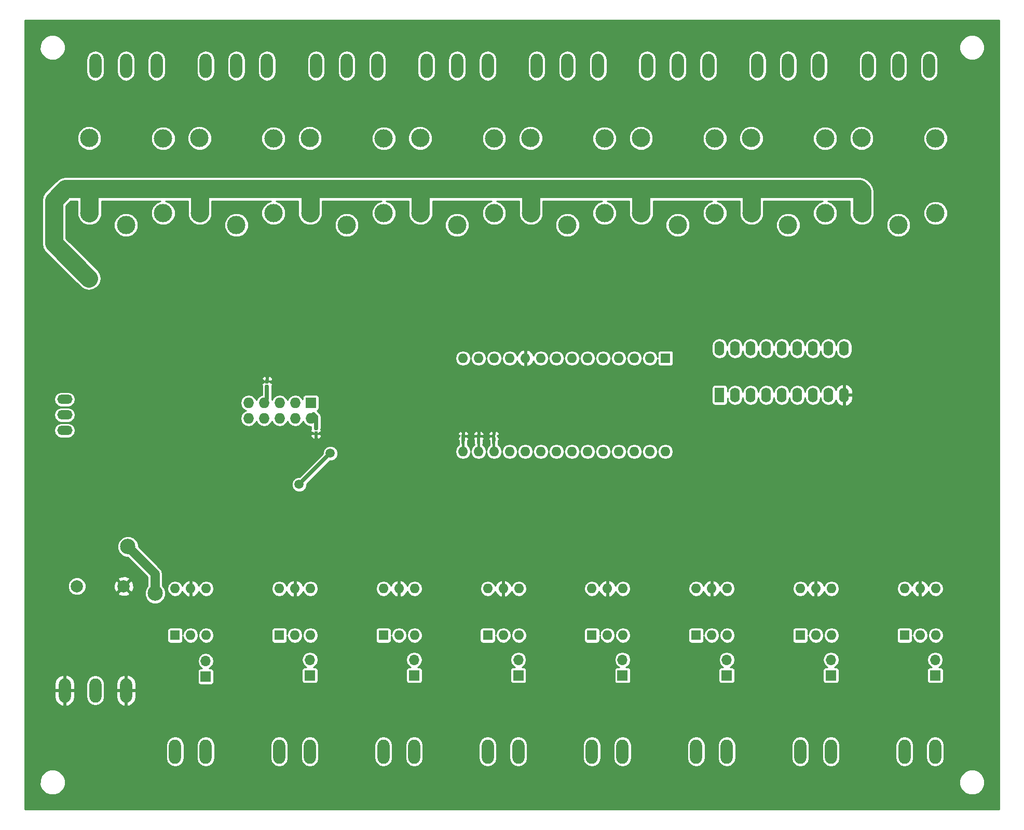
<source format=gbr>
G04 #@! TF.GenerationSoftware,KiCad,Pcbnew,(2017-06-21 revision 54670d678)-makepkg*
G04 #@! TF.CreationDate,2017-10-16T22:16:11+02:00*
G04 #@! TF.ProjectId,plytkaPrzekaznikow,706C79746B6150727A656B617A6E696B,rev?*
G04 #@! TF.SameCoordinates,Original
G04 #@! TF.FileFunction,Copper,L2,Bot,Signal*
G04 #@! TF.FilePolarity,Positive*
%FSLAX46Y46*%
G04 Gerber Fmt 4.6, Leading zero omitted, Abs format (unit mm)*
G04 Created by KiCad (PCBNEW (2017-06-21 revision 54670d678)-makepkg) date 10/16/17 22:16:11*
%MOMM*%
%LPD*%
G01*
G04 APERTURE LIST*
%ADD10C,0.100000*%
%ADD11C,0.304800*%
%ADD12R,1.727200X1.727200*%
%ADD13O,1.727200X1.727200*%
%ADD14R,1.600000X1.600000*%
%ADD15O,1.600000X1.600000*%
%ADD16C,1.998980*%
%ADD17O,1.981200X3.962400*%
%ADD18R,1.600000X2.400000*%
%ADD19O,1.600000X2.400000*%
%ADD20O,1.700000X1.700000*%
%ADD21R,1.700000X1.700000*%
%ADD22O,2.499360X1.501140*%
%ADD23R,0.500000X0.500000*%
%ADD24R,0.500000X0.700000*%
%ADD25C,3.000000*%
%ADD26C,2.500000*%
%ADD27C,1.500000*%
%ADD28C,0.800000*%
%ADD29C,3.000000*%
%ADD30C,0.400000*%
%ADD31C,0.200000*%
%ADD32C,0.700000*%
%ADD33C,1.500000*%
%ADD34C,0.254000*%
G04 APERTURE END LIST*
D10*
D11*
X127100000Y-119200000D02*
X127100000Y-118800000D01*
X126900000Y-118800000D02*
X126900000Y-119200000D01*
X124415298Y-118800000D02*
X124415298Y-119200000D01*
X124615298Y-119200000D02*
X124615298Y-118800000D01*
X122100000Y-119200000D02*
X122100000Y-118800000D01*
X121900000Y-118800000D02*
X121900000Y-119200000D01*
D12*
X97155000Y-113030000D03*
D13*
X97155000Y-115570000D03*
X94615000Y-113030000D03*
X94615000Y-115570000D03*
X92075000Y-113030000D03*
X92075000Y-115570000D03*
X89535000Y-113030000D03*
X89535000Y-115570000D03*
X86995000Y-113030000D03*
X86995000Y-115570000D03*
D14*
X155000000Y-105750000D03*
D15*
X121980000Y-120990000D03*
X152460000Y-105750000D03*
X124520000Y-120990000D03*
X149920000Y-105750000D03*
X127060000Y-120990000D03*
X147380000Y-105750000D03*
X129600000Y-120990000D03*
X144840000Y-105750000D03*
X132140000Y-120990000D03*
X142300000Y-105750000D03*
X134680000Y-120990000D03*
X139760000Y-105750000D03*
X137220000Y-120990000D03*
X137220000Y-105750000D03*
X139760000Y-120990000D03*
X134680000Y-105750000D03*
X142300000Y-120990000D03*
X132140000Y-105750000D03*
X144840000Y-120990000D03*
X129600000Y-105750000D03*
X147380000Y-120990000D03*
X127060000Y-105750000D03*
X149920000Y-120990000D03*
X124520000Y-105750000D03*
X152460000Y-120990000D03*
X121980000Y-105750000D03*
X155000000Y-120990000D03*
D16*
X66620000Y-143000000D03*
X59000000Y-143000000D03*
D17*
X75000000Y-170000000D03*
X80000000Y-170000000D03*
X182000000Y-170000000D03*
X177000000Y-170000000D03*
X160000000Y-170000000D03*
X165000000Y-170000000D03*
X199000000Y-170000000D03*
X194000000Y-170000000D03*
X143000000Y-170000000D03*
X148000000Y-170000000D03*
X131000000Y-170000000D03*
X126000000Y-170000000D03*
X109000000Y-170000000D03*
X114000000Y-170000000D03*
X97000000Y-170000000D03*
X92000000Y-170000000D03*
X116000000Y-58000000D03*
X121000000Y-58000000D03*
X126000000Y-58000000D03*
X108000000Y-58000000D03*
X103000000Y-58000000D03*
X98000000Y-58000000D03*
X80000000Y-58000000D03*
X85000000Y-58000000D03*
X90000000Y-58000000D03*
X72000000Y-58000000D03*
X67000000Y-58000000D03*
X62000000Y-58000000D03*
X134000000Y-58000000D03*
X139000000Y-58000000D03*
X144000000Y-58000000D03*
X198000000Y-58000000D03*
X193000000Y-58000000D03*
X188000000Y-58000000D03*
X57000000Y-160000000D03*
X62000000Y-160000000D03*
X67000000Y-160000000D03*
X180000000Y-58000000D03*
X175000000Y-58000000D03*
X170000000Y-58000000D03*
X152000000Y-58000000D03*
X157000000Y-58000000D03*
X162000000Y-58000000D03*
D18*
X163830000Y-111760000D03*
D19*
X184150000Y-104140000D03*
X166370000Y-111760000D03*
X181610000Y-104140000D03*
X168910000Y-111760000D03*
X179070000Y-104140000D03*
X171450000Y-111760000D03*
X176530000Y-104140000D03*
X173990000Y-111760000D03*
X173990000Y-104140000D03*
X176530000Y-111760000D03*
X171450000Y-104140000D03*
X179070000Y-111760000D03*
X168910000Y-104140000D03*
X181610000Y-111760000D03*
X166370000Y-104140000D03*
X184150000Y-111760000D03*
X163830000Y-104140000D03*
D15*
X143000000Y-143380000D03*
X148080000Y-151000000D03*
X145540000Y-143380000D03*
X145540000Y-151000000D03*
X148080000Y-143380000D03*
D14*
X143000000Y-151000000D03*
X177000000Y-151000000D03*
D15*
X182080000Y-143380000D03*
X179540000Y-151000000D03*
X179540000Y-143380000D03*
X182080000Y-151000000D03*
X177000000Y-143380000D03*
X160000000Y-143380000D03*
X165080000Y-151000000D03*
X162540000Y-143380000D03*
X162540000Y-151000000D03*
X165080000Y-143380000D03*
D14*
X160000000Y-151000000D03*
X126000000Y-151000000D03*
D15*
X131080000Y-143380000D03*
X128540000Y-151000000D03*
X128540000Y-143380000D03*
X131080000Y-151000000D03*
X126000000Y-143380000D03*
X109000000Y-143380000D03*
X114080000Y-151000000D03*
X111540000Y-143380000D03*
X111540000Y-151000000D03*
X114080000Y-143380000D03*
D14*
X109000000Y-151000000D03*
X75000000Y-151000000D03*
D15*
X80080000Y-143380000D03*
X77540000Y-151000000D03*
X77540000Y-143380000D03*
X80080000Y-151000000D03*
X75000000Y-143380000D03*
X194000000Y-143380000D03*
X199080000Y-151000000D03*
X196540000Y-143380000D03*
X196540000Y-151000000D03*
X199080000Y-143380000D03*
D14*
X194000000Y-151000000D03*
X92000000Y-151000000D03*
D15*
X97080000Y-143380000D03*
X94540000Y-151000000D03*
X94540000Y-143380000D03*
X97080000Y-151000000D03*
X92000000Y-143380000D03*
D20*
X165000000Y-155000000D03*
D21*
X165000000Y-157540000D03*
X80000000Y-157750000D03*
D20*
X80000000Y-155210000D03*
X182000000Y-155000000D03*
D21*
X182000000Y-157540000D03*
X114000000Y-157540000D03*
D20*
X114000000Y-155000000D03*
X131000000Y-155000000D03*
D21*
X131000000Y-157540000D03*
X199000000Y-157540000D03*
D20*
X199000000Y-155000000D03*
X148000000Y-155000000D03*
D21*
X148000000Y-157540000D03*
X97000000Y-157540000D03*
D20*
X97000000Y-155000000D03*
D22*
X57000000Y-117540000D03*
X57000000Y-112460000D03*
X57000000Y-115000000D03*
D23*
X127000000Y-119500000D03*
X127000000Y-118500000D03*
X124515298Y-118500000D03*
X124515298Y-119500000D03*
X122000000Y-119500000D03*
X122000000Y-118500000D03*
D24*
X98000000Y-117200000D03*
X98000000Y-118000000D03*
X90000000Y-110400000D03*
X90000000Y-109600000D03*
D25*
X85000000Y-84000000D03*
X79050000Y-82050000D03*
X79000000Y-69800000D03*
X91050000Y-69850000D03*
X91050000Y-82050000D03*
X109050000Y-82050000D03*
X109050000Y-69850000D03*
X97000000Y-69800000D03*
X97050000Y-82050000D03*
X103000000Y-84000000D03*
X121000000Y-84000000D03*
X115050000Y-82050000D03*
X115000000Y-69800000D03*
X127050000Y-69850000D03*
X127050000Y-82050000D03*
X145050000Y-82050000D03*
X145050000Y-69850000D03*
X133000000Y-69800000D03*
X133050000Y-82050000D03*
X139000000Y-84000000D03*
X157000000Y-84000000D03*
X151050000Y-82050000D03*
X151000000Y-69800000D03*
X163050000Y-69850000D03*
X163050000Y-82050000D03*
X181050000Y-82050000D03*
X181050000Y-69850000D03*
X169000000Y-69800000D03*
X169050000Y-82050000D03*
X175000000Y-84000000D03*
X199050000Y-82050000D03*
X199050000Y-69850000D03*
X187000000Y-69800000D03*
X187050000Y-82050000D03*
X193000000Y-84000000D03*
X73050000Y-82050000D03*
X73050000Y-69850000D03*
X61000000Y-69800000D03*
X61050000Y-82050000D03*
X67000000Y-84000000D03*
D26*
X60960000Y-92710000D03*
D27*
X130619500Y-102298500D03*
X58039000Y-137541000D03*
X59626500Y-137541000D03*
X59626500Y-135953500D03*
X58039000Y-135953500D03*
D28*
X96000000Y-118250000D03*
X64000000Y-109000000D03*
X88500000Y-108500000D03*
D27*
X118110000Y-113030000D03*
X118110000Y-114935000D03*
X100330000Y-121285000D03*
X95250000Y-126365000D03*
D26*
X71755000Y-144144986D03*
X67310000Y-136525000D03*
D29*
X97155000Y-78105000D02*
X114935000Y-78105000D01*
X114935000Y-78105000D02*
X132715000Y-78105000D01*
X115050000Y-78220000D02*
X114935000Y-78105000D01*
X115050000Y-82050000D02*
X115050000Y-78220000D01*
X187050000Y-82050000D02*
X187050000Y-78465000D01*
X187050000Y-78465000D02*
X186690000Y-78105000D01*
X151130000Y-78105000D02*
X168910000Y-78105000D01*
X168910000Y-78105000D02*
X186690000Y-78105000D01*
X169050000Y-82050000D02*
X169050000Y-78245000D01*
X169050000Y-78245000D02*
X168910000Y-78105000D01*
X132715000Y-78105000D02*
X151130000Y-78105000D01*
X151050000Y-82050000D02*
X151050000Y-78185000D01*
X151050000Y-78185000D02*
X151130000Y-78105000D01*
X133050000Y-82050000D02*
X133050000Y-78440000D01*
X133050000Y-78440000D02*
X132715000Y-78105000D01*
X79375000Y-78105000D02*
X97155000Y-78105000D01*
X97050000Y-82050000D02*
X97050000Y-78210000D01*
X97050000Y-78210000D02*
X97155000Y-78105000D01*
X60960000Y-78105000D02*
X79375000Y-78105000D01*
X79050000Y-82050000D02*
X79050000Y-78430000D01*
X79050000Y-78430000D02*
X79375000Y-78105000D01*
X57150000Y-78105000D02*
X60960000Y-78105000D01*
X61050000Y-82050000D02*
X61050000Y-78195000D01*
X61050000Y-78195000D02*
X60960000Y-78105000D01*
X55245000Y-80010000D02*
X57150000Y-78105000D01*
X55245000Y-86995000D02*
X55245000Y-80010000D01*
X60960000Y-92710000D02*
X55245000Y-86995000D01*
D30*
X59626500Y-137541000D02*
X58039000Y-137541000D01*
X58039000Y-135953500D02*
X59626500Y-135953500D01*
D31*
X90000000Y-109600000D02*
X89600000Y-109600000D01*
X89600000Y-109600000D02*
X88500000Y-108500000D01*
X98000000Y-118000000D02*
X96250000Y-118000000D01*
X96250000Y-118000000D02*
X96000000Y-118250000D01*
D30*
X124515298Y-118500000D02*
X127000000Y-118500000D01*
X124515298Y-118500000D02*
X122000000Y-118500000D01*
X122000000Y-118500000D02*
X122000000Y-117850000D01*
X122000000Y-117850000D02*
X119085000Y-114935000D01*
X119085000Y-114935000D02*
X118110000Y-114935000D01*
D32*
X118110000Y-114935000D02*
X118110000Y-113030000D01*
D30*
X122000000Y-119500000D02*
X122000000Y-120970000D01*
X122000000Y-120970000D02*
X121980000Y-120990000D01*
X124515298Y-119500000D02*
X124515298Y-120985298D01*
X124515298Y-120985298D02*
X124520000Y-120990000D01*
X127000000Y-119500000D02*
X127000000Y-120930000D01*
X127000000Y-120930000D02*
X127060000Y-120990000D01*
D32*
X95250000Y-126365000D02*
X100330000Y-121285000D01*
D33*
X71755000Y-142377220D02*
X71755000Y-144144986D01*
X71755000Y-140970000D02*
X71755000Y-142377220D01*
X67310000Y-136525000D02*
X71755000Y-140970000D01*
X71755000Y-144145000D02*
X71755000Y-144144986D01*
D32*
X98000000Y-117200000D02*
X98000000Y-115322499D01*
X98000000Y-115322499D02*
X97555001Y-114877500D01*
X90000000Y-110400000D02*
X90000000Y-112272501D01*
X90000000Y-112272501D02*
X89935001Y-112337500D01*
D34*
G36*
X209423000Y-179448000D02*
X50552000Y-179448000D01*
X50552000Y-175411328D01*
X52922640Y-175411328D01*
X53238178Y-176174989D01*
X53821938Y-176759768D01*
X54585047Y-177076639D01*
X55411328Y-177077360D01*
X56174989Y-176761822D01*
X56759768Y-176178062D01*
X57076639Y-175414953D01*
X57076642Y-175411328D01*
X202922640Y-175411328D01*
X203238178Y-176174989D01*
X203821938Y-176759768D01*
X204585047Y-177076639D01*
X205411328Y-177077360D01*
X206174989Y-176761822D01*
X206759768Y-176178062D01*
X207076639Y-175414953D01*
X207077360Y-174588672D01*
X206761822Y-173825011D01*
X206178062Y-173240232D01*
X205414953Y-172923361D01*
X204588672Y-172922640D01*
X203825011Y-173238178D01*
X203240232Y-173821938D01*
X202923361Y-174585047D01*
X202922640Y-175411328D01*
X57076642Y-175411328D01*
X57077360Y-174588672D01*
X56761822Y-173825011D01*
X56178062Y-173240232D01*
X55414953Y-172923361D01*
X54588672Y-172922640D01*
X53825011Y-173238178D01*
X53240232Y-173821938D01*
X52923361Y-174585047D01*
X52922640Y-175411328D01*
X50552000Y-175411328D01*
X50552000Y-168961241D01*
X73532400Y-168961241D01*
X73532400Y-171038759D01*
X73644114Y-171600385D01*
X73962250Y-172076509D01*
X74438374Y-172394645D01*
X75000000Y-172506359D01*
X75561626Y-172394645D01*
X76037750Y-172076509D01*
X76355886Y-171600385D01*
X76467600Y-171038759D01*
X76467600Y-168961241D01*
X78532400Y-168961241D01*
X78532400Y-171038759D01*
X78644114Y-171600385D01*
X78962250Y-172076509D01*
X79438374Y-172394645D01*
X80000000Y-172506359D01*
X80561626Y-172394645D01*
X81037750Y-172076509D01*
X81355886Y-171600385D01*
X81467600Y-171038759D01*
X81467600Y-168961241D01*
X90532400Y-168961241D01*
X90532400Y-171038759D01*
X90644114Y-171600385D01*
X90962250Y-172076509D01*
X91438374Y-172394645D01*
X92000000Y-172506359D01*
X92561626Y-172394645D01*
X93037750Y-172076509D01*
X93355886Y-171600385D01*
X93467600Y-171038759D01*
X93467600Y-168961241D01*
X95532400Y-168961241D01*
X95532400Y-171038759D01*
X95644114Y-171600385D01*
X95962250Y-172076509D01*
X96438374Y-172394645D01*
X97000000Y-172506359D01*
X97561626Y-172394645D01*
X98037750Y-172076509D01*
X98355886Y-171600385D01*
X98467600Y-171038759D01*
X98467600Y-168961241D01*
X107532400Y-168961241D01*
X107532400Y-171038759D01*
X107644114Y-171600385D01*
X107962250Y-172076509D01*
X108438374Y-172394645D01*
X109000000Y-172506359D01*
X109561626Y-172394645D01*
X110037750Y-172076509D01*
X110355886Y-171600385D01*
X110467600Y-171038759D01*
X110467600Y-168961241D01*
X112532400Y-168961241D01*
X112532400Y-171038759D01*
X112644114Y-171600385D01*
X112962250Y-172076509D01*
X113438374Y-172394645D01*
X114000000Y-172506359D01*
X114561626Y-172394645D01*
X115037750Y-172076509D01*
X115355886Y-171600385D01*
X115467600Y-171038759D01*
X115467600Y-168961241D01*
X124532400Y-168961241D01*
X124532400Y-171038759D01*
X124644114Y-171600385D01*
X124962250Y-172076509D01*
X125438374Y-172394645D01*
X126000000Y-172506359D01*
X126561626Y-172394645D01*
X127037750Y-172076509D01*
X127355886Y-171600385D01*
X127467600Y-171038759D01*
X127467600Y-168961241D01*
X129532400Y-168961241D01*
X129532400Y-171038759D01*
X129644114Y-171600385D01*
X129962250Y-172076509D01*
X130438374Y-172394645D01*
X131000000Y-172506359D01*
X131561626Y-172394645D01*
X132037750Y-172076509D01*
X132355886Y-171600385D01*
X132467600Y-171038759D01*
X132467600Y-168961241D01*
X141532400Y-168961241D01*
X141532400Y-171038759D01*
X141644114Y-171600385D01*
X141962250Y-172076509D01*
X142438374Y-172394645D01*
X143000000Y-172506359D01*
X143561626Y-172394645D01*
X144037750Y-172076509D01*
X144355886Y-171600385D01*
X144467600Y-171038759D01*
X144467600Y-168961241D01*
X146532400Y-168961241D01*
X146532400Y-171038759D01*
X146644114Y-171600385D01*
X146962250Y-172076509D01*
X147438374Y-172394645D01*
X148000000Y-172506359D01*
X148561626Y-172394645D01*
X149037750Y-172076509D01*
X149355886Y-171600385D01*
X149467600Y-171038759D01*
X149467600Y-168961241D01*
X158532400Y-168961241D01*
X158532400Y-171038759D01*
X158644114Y-171600385D01*
X158962250Y-172076509D01*
X159438374Y-172394645D01*
X160000000Y-172506359D01*
X160561626Y-172394645D01*
X161037750Y-172076509D01*
X161355886Y-171600385D01*
X161467600Y-171038759D01*
X161467600Y-168961241D01*
X163532400Y-168961241D01*
X163532400Y-171038759D01*
X163644114Y-171600385D01*
X163962250Y-172076509D01*
X164438374Y-172394645D01*
X165000000Y-172506359D01*
X165561626Y-172394645D01*
X166037750Y-172076509D01*
X166355886Y-171600385D01*
X166467600Y-171038759D01*
X166467600Y-168961241D01*
X175532400Y-168961241D01*
X175532400Y-171038759D01*
X175644114Y-171600385D01*
X175962250Y-172076509D01*
X176438374Y-172394645D01*
X177000000Y-172506359D01*
X177561626Y-172394645D01*
X178037750Y-172076509D01*
X178355886Y-171600385D01*
X178467600Y-171038759D01*
X178467600Y-168961241D01*
X180532400Y-168961241D01*
X180532400Y-171038759D01*
X180644114Y-171600385D01*
X180962250Y-172076509D01*
X181438374Y-172394645D01*
X182000000Y-172506359D01*
X182561626Y-172394645D01*
X183037750Y-172076509D01*
X183355886Y-171600385D01*
X183467600Y-171038759D01*
X183467600Y-168961241D01*
X192532400Y-168961241D01*
X192532400Y-171038759D01*
X192644114Y-171600385D01*
X192962250Y-172076509D01*
X193438374Y-172394645D01*
X194000000Y-172506359D01*
X194561626Y-172394645D01*
X195037750Y-172076509D01*
X195355886Y-171600385D01*
X195467600Y-171038759D01*
X195467600Y-168961241D01*
X197532400Y-168961241D01*
X197532400Y-171038759D01*
X197644114Y-171600385D01*
X197962250Y-172076509D01*
X198438374Y-172394645D01*
X199000000Y-172506359D01*
X199561626Y-172394645D01*
X200037750Y-172076509D01*
X200355886Y-171600385D01*
X200467600Y-171038759D01*
X200467600Y-168961241D01*
X200355886Y-168399615D01*
X200037750Y-167923491D01*
X199561626Y-167605355D01*
X199000000Y-167493641D01*
X198438374Y-167605355D01*
X197962250Y-167923491D01*
X197644114Y-168399615D01*
X197532400Y-168961241D01*
X195467600Y-168961241D01*
X195355886Y-168399615D01*
X195037750Y-167923491D01*
X194561626Y-167605355D01*
X194000000Y-167493641D01*
X193438374Y-167605355D01*
X192962250Y-167923491D01*
X192644114Y-168399615D01*
X192532400Y-168961241D01*
X183467600Y-168961241D01*
X183355886Y-168399615D01*
X183037750Y-167923491D01*
X182561626Y-167605355D01*
X182000000Y-167493641D01*
X181438374Y-167605355D01*
X180962250Y-167923491D01*
X180644114Y-168399615D01*
X180532400Y-168961241D01*
X178467600Y-168961241D01*
X178355886Y-168399615D01*
X178037750Y-167923491D01*
X177561626Y-167605355D01*
X177000000Y-167493641D01*
X176438374Y-167605355D01*
X175962250Y-167923491D01*
X175644114Y-168399615D01*
X175532400Y-168961241D01*
X166467600Y-168961241D01*
X166355886Y-168399615D01*
X166037750Y-167923491D01*
X165561626Y-167605355D01*
X165000000Y-167493641D01*
X164438374Y-167605355D01*
X163962250Y-167923491D01*
X163644114Y-168399615D01*
X163532400Y-168961241D01*
X161467600Y-168961241D01*
X161355886Y-168399615D01*
X161037750Y-167923491D01*
X160561626Y-167605355D01*
X160000000Y-167493641D01*
X159438374Y-167605355D01*
X158962250Y-167923491D01*
X158644114Y-168399615D01*
X158532400Y-168961241D01*
X149467600Y-168961241D01*
X149355886Y-168399615D01*
X149037750Y-167923491D01*
X148561626Y-167605355D01*
X148000000Y-167493641D01*
X147438374Y-167605355D01*
X146962250Y-167923491D01*
X146644114Y-168399615D01*
X146532400Y-168961241D01*
X144467600Y-168961241D01*
X144355886Y-168399615D01*
X144037750Y-167923491D01*
X143561626Y-167605355D01*
X143000000Y-167493641D01*
X142438374Y-167605355D01*
X141962250Y-167923491D01*
X141644114Y-168399615D01*
X141532400Y-168961241D01*
X132467600Y-168961241D01*
X132355886Y-168399615D01*
X132037750Y-167923491D01*
X131561626Y-167605355D01*
X131000000Y-167493641D01*
X130438374Y-167605355D01*
X129962250Y-167923491D01*
X129644114Y-168399615D01*
X129532400Y-168961241D01*
X127467600Y-168961241D01*
X127355886Y-168399615D01*
X127037750Y-167923491D01*
X126561626Y-167605355D01*
X126000000Y-167493641D01*
X125438374Y-167605355D01*
X124962250Y-167923491D01*
X124644114Y-168399615D01*
X124532400Y-168961241D01*
X115467600Y-168961241D01*
X115355886Y-168399615D01*
X115037750Y-167923491D01*
X114561626Y-167605355D01*
X114000000Y-167493641D01*
X113438374Y-167605355D01*
X112962250Y-167923491D01*
X112644114Y-168399615D01*
X112532400Y-168961241D01*
X110467600Y-168961241D01*
X110355886Y-168399615D01*
X110037750Y-167923491D01*
X109561626Y-167605355D01*
X109000000Y-167493641D01*
X108438374Y-167605355D01*
X107962250Y-167923491D01*
X107644114Y-168399615D01*
X107532400Y-168961241D01*
X98467600Y-168961241D01*
X98355886Y-168399615D01*
X98037750Y-167923491D01*
X97561626Y-167605355D01*
X97000000Y-167493641D01*
X96438374Y-167605355D01*
X95962250Y-167923491D01*
X95644114Y-168399615D01*
X95532400Y-168961241D01*
X93467600Y-168961241D01*
X93355886Y-168399615D01*
X93037750Y-167923491D01*
X92561626Y-167605355D01*
X92000000Y-167493641D01*
X91438374Y-167605355D01*
X90962250Y-167923491D01*
X90644114Y-168399615D01*
X90532400Y-168961241D01*
X81467600Y-168961241D01*
X81355886Y-168399615D01*
X81037750Y-167923491D01*
X80561626Y-167605355D01*
X80000000Y-167493641D01*
X79438374Y-167605355D01*
X78962250Y-167923491D01*
X78644114Y-168399615D01*
X78532400Y-168961241D01*
X76467600Y-168961241D01*
X76355886Y-168399615D01*
X76037750Y-167923491D01*
X75561626Y-167605355D01*
X75000000Y-167493641D01*
X74438374Y-167605355D01*
X73962250Y-167923491D01*
X73644114Y-168399615D01*
X73532400Y-168961241D01*
X50552000Y-168961241D01*
X50552000Y-160127000D01*
X55374400Y-160127000D01*
X55374400Y-161117600D01*
X55546742Y-161730023D01*
X55940330Y-162229876D01*
X56495243Y-162541060D01*
X56621041Y-162571411D01*
X56873000Y-162451942D01*
X56873000Y-160127000D01*
X57127000Y-160127000D01*
X57127000Y-162451942D01*
X57378959Y-162571411D01*
X57504757Y-162541060D01*
X58059670Y-162229876D01*
X58453258Y-161730023D01*
X58625600Y-161117600D01*
X58625600Y-160127000D01*
X57127000Y-160127000D01*
X56873000Y-160127000D01*
X55374400Y-160127000D01*
X50552000Y-160127000D01*
X50552000Y-158882400D01*
X55374400Y-158882400D01*
X55374400Y-159873000D01*
X56873000Y-159873000D01*
X56873000Y-157548058D01*
X57127000Y-157548058D01*
X57127000Y-159873000D01*
X58625600Y-159873000D01*
X58625600Y-158961241D01*
X60532400Y-158961241D01*
X60532400Y-161038759D01*
X60644114Y-161600385D01*
X60962250Y-162076509D01*
X61438374Y-162394645D01*
X62000000Y-162506359D01*
X62561626Y-162394645D01*
X63037750Y-162076509D01*
X63355886Y-161600385D01*
X63467600Y-161038759D01*
X63467600Y-160127000D01*
X65374400Y-160127000D01*
X65374400Y-161117600D01*
X65546742Y-161730023D01*
X65940330Y-162229876D01*
X66495243Y-162541060D01*
X66621041Y-162571411D01*
X66873000Y-162451942D01*
X66873000Y-160127000D01*
X67127000Y-160127000D01*
X67127000Y-162451942D01*
X67378959Y-162571411D01*
X67504757Y-162541060D01*
X68059670Y-162229876D01*
X68453258Y-161730023D01*
X68625600Y-161117600D01*
X68625600Y-160127000D01*
X67127000Y-160127000D01*
X66873000Y-160127000D01*
X65374400Y-160127000D01*
X63467600Y-160127000D01*
X63467600Y-158961241D01*
X63451918Y-158882400D01*
X65374400Y-158882400D01*
X65374400Y-159873000D01*
X66873000Y-159873000D01*
X66873000Y-157548058D01*
X67127000Y-157548058D01*
X67127000Y-159873000D01*
X68625600Y-159873000D01*
X68625600Y-158882400D01*
X68453258Y-158269977D01*
X68059670Y-157770124D01*
X67504757Y-157458940D01*
X67378959Y-157428589D01*
X67127000Y-157548058D01*
X66873000Y-157548058D01*
X66621041Y-157428589D01*
X66495243Y-157458940D01*
X65940330Y-157770124D01*
X65546742Y-158269977D01*
X65374400Y-158882400D01*
X63451918Y-158882400D01*
X63355886Y-158399615D01*
X63037750Y-157923491D01*
X62561626Y-157605355D01*
X62000000Y-157493641D01*
X61438374Y-157605355D01*
X60962250Y-157923491D01*
X60644114Y-158399615D01*
X60532400Y-158961241D01*
X58625600Y-158961241D01*
X58625600Y-158882400D01*
X58453258Y-158269977D01*
X58059670Y-157770124D01*
X57504757Y-157458940D01*
X57378959Y-157428589D01*
X57127000Y-157548058D01*
X56873000Y-157548058D01*
X56621041Y-157428589D01*
X56495243Y-157458940D01*
X55940330Y-157770124D01*
X55546742Y-158269977D01*
X55374400Y-158882400D01*
X50552000Y-158882400D01*
X50552000Y-156900000D01*
X78663656Y-156900000D01*
X78663656Y-158600000D01*
X78700677Y-158786116D01*
X78806103Y-158943897D01*
X78963884Y-159049323D01*
X79150000Y-159086344D01*
X80850000Y-159086344D01*
X81036116Y-159049323D01*
X81193897Y-158943897D01*
X81299323Y-158786116D01*
X81336344Y-158600000D01*
X81336344Y-156900000D01*
X81299323Y-156713884D01*
X81283365Y-156690000D01*
X95663656Y-156690000D01*
X95663656Y-158390000D01*
X95700677Y-158576116D01*
X95806103Y-158733897D01*
X95963884Y-158839323D01*
X96150000Y-158876344D01*
X97850000Y-158876344D01*
X98036116Y-158839323D01*
X98193897Y-158733897D01*
X98299323Y-158576116D01*
X98336344Y-158390000D01*
X98336344Y-156690000D01*
X112663656Y-156690000D01*
X112663656Y-158390000D01*
X112700677Y-158576116D01*
X112806103Y-158733897D01*
X112963884Y-158839323D01*
X113150000Y-158876344D01*
X114850000Y-158876344D01*
X115036116Y-158839323D01*
X115193897Y-158733897D01*
X115299323Y-158576116D01*
X115336344Y-158390000D01*
X115336344Y-156690000D01*
X129663656Y-156690000D01*
X129663656Y-158390000D01*
X129700677Y-158576116D01*
X129806103Y-158733897D01*
X129963884Y-158839323D01*
X130150000Y-158876344D01*
X131850000Y-158876344D01*
X132036116Y-158839323D01*
X132193897Y-158733897D01*
X132299323Y-158576116D01*
X132336344Y-158390000D01*
X132336344Y-156690000D01*
X146663656Y-156690000D01*
X146663656Y-158390000D01*
X146700677Y-158576116D01*
X146806103Y-158733897D01*
X146963884Y-158839323D01*
X147150000Y-158876344D01*
X148850000Y-158876344D01*
X149036116Y-158839323D01*
X149193897Y-158733897D01*
X149299323Y-158576116D01*
X149336344Y-158390000D01*
X149336344Y-156690000D01*
X163663656Y-156690000D01*
X163663656Y-158390000D01*
X163700677Y-158576116D01*
X163806103Y-158733897D01*
X163963884Y-158839323D01*
X164150000Y-158876344D01*
X165850000Y-158876344D01*
X166036116Y-158839323D01*
X166193897Y-158733897D01*
X166299323Y-158576116D01*
X166336344Y-158390000D01*
X166336344Y-156690000D01*
X180663656Y-156690000D01*
X180663656Y-158390000D01*
X180700677Y-158576116D01*
X180806103Y-158733897D01*
X180963884Y-158839323D01*
X181150000Y-158876344D01*
X182850000Y-158876344D01*
X183036116Y-158839323D01*
X183193897Y-158733897D01*
X183299323Y-158576116D01*
X183336344Y-158390000D01*
X183336344Y-156690000D01*
X197663656Y-156690000D01*
X197663656Y-158390000D01*
X197700677Y-158576116D01*
X197806103Y-158733897D01*
X197963884Y-158839323D01*
X198150000Y-158876344D01*
X199850000Y-158876344D01*
X200036116Y-158839323D01*
X200193897Y-158733897D01*
X200299323Y-158576116D01*
X200336344Y-158390000D01*
X200336344Y-156690000D01*
X200299323Y-156503884D01*
X200193897Y-156346103D01*
X200036116Y-156240677D01*
X199850000Y-156203656D01*
X199580151Y-156203656D01*
X199938331Y-155964328D01*
X200225988Y-155533818D01*
X200327000Y-155025997D01*
X200327000Y-154974003D01*
X200225988Y-154466182D01*
X199938331Y-154035672D01*
X199507821Y-153748015D01*
X199000000Y-153647003D01*
X198492179Y-153748015D01*
X198061669Y-154035672D01*
X197774012Y-154466182D01*
X197673000Y-154974003D01*
X197673000Y-155025997D01*
X197774012Y-155533818D01*
X198061669Y-155964328D01*
X198419849Y-156203656D01*
X198150000Y-156203656D01*
X197963884Y-156240677D01*
X197806103Y-156346103D01*
X197700677Y-156503884D01*
X197663656Y-156690000D01*
X183336344Y-156690000D01*
X183299323Y-156503884D01*
X183193897Y-156346103D01*
X183036116Y-156240677D01*
X182850000Y-156203656D01*
X182580151Y-156203656D01*
X182938331Y-155964328D01*
X183225988Y-155533818D01*
X183327000Y-155025997D01*
X183327000Y-154974003D01*
X183225988Y-154466182D01*
X182938331Y-154035672D01*
X182507821Y-153748015D01*
X182000000Y-153647003D01*
X181492179Y-153748015D01*
X181061669Y-154035672D01*
X180774012Y-154466182D01*
X180673000Y-154974003D01*
X180673000Y-155025997D01*
X180774012Y-155533818D01*
X181061669Y-155964328D01*
X181419849Y-156203656D01*
X181150000Y-156203656D01*
X180963884Y-156240677D01*
X180806103Y-156346103D01*
X180700677Y-156503884D01*
X180663656Y-156690000D01*
X166336344Y-156690000D01*
X166299323Y-156503884D01*
X166193897Y-156346103D01*
X166036116Y-156240677D01*
X165850000Y-156203656D01*
X165580151Y-156203656D01*
X165938331Y-155964328D01*
X166225988Y-155533818D01*
X166327000Y-155025997D01*
X166327000Y-154974003D01*
X166225988Y-154466182D01*
X165938331Y-154035672D01*
X165507821Y-153748015D01*
X165000000Y-153647003D01*
X164492179Y-153748015D01*
X164061669Y-154035672D01*
X163774012Y-154466182D01*
X163673000Y-154974003D01*
X163673000Y-155025997D01*
X163774012Y-155533818D01*
X164061669Y-155964328D01*
X164419849Y-156203656D01*
X164150000Y-156203656D01*
X163963884Y-156240677D01*
X163806103Y-156346103D01*
X163700677Y-156503884D01*
X163663656Y-156690000D01*
X149336344Y-156690000D01*
X149299323Y-156503884D01*
X149193897Y-156346103D01*
X149036116Y-156240677D01*
X148850000Y-156203656D01*
X148580151Y-156203656D01*
X148938331Y-155964328D01*
X149225988Y-155533818D01*
X149327000Y-155025997D01*
X149327000Y-154974003D01*
X149225988Y-154466182D01*
X148938331Y-154035672D01*
X148507821Y-153748015D01*
X148000000Y-153647003D01*
X147492179Y-153748015D01*
X147061669Y-154035672D01*
X146774012Y-154466182D01*
X146673000Y-154974003D01*
X146673000Y-155025997D01*
X146774012Y-155533818D01*
X147061669Y-155964328D01*
X147419849Y-156203656D01*
X147150000Y-156203656D01*
X146963884Y-156240677D01*
X146806103Y-156346103D01*
X146700677Y-156503884D01*
X146663656Y-156690000D01*
X132336344Y-156690000D01*
X132299323Y-156503884D01*
X132193897Y-156346103D01*
X132036116Y-156240677D01*
X131850000Y-156203656D01*
X131580151Y-156203656D01*
X131938331Y-155964328D01*
X132225988Y-155533818D01*
X132327000Y-155025997D01*
X132327000Y-154974003D01*
X132225988Y-154466182D01*
X131938331Y-154035672D01*
X131507821Y-153748015D01*
X131000000Y-153647003D01*
X130492179Y-153748015D01*
X130061669Y-154035672D01*
X129774012Y-154466182D01*
X129673000Y-154974003D01*
X129673000Y-155025997D01*
X129774012Y-155533818D01*
X130061669Y-155964328D01*
X130419849Y-156203656D01*
X130150000Y-156203656D01*
X129963884Y-156240677D01*
X129806103Y-156346103D01*
X129700677Y-156503884D01*
X129663656Y-156690000D01*
X115336344Y-156690000D01*
X115299323Y-156503884D01*
X115193897Y-156346103D01*
X115036116Y-156240677D01*
X114850000Y-156203656D01*
X114580151Y-156203656D01*
X114938331Y-155964328D01*
X115225988Y-155533818D01*
X115327000Y-155025997D01*
X115327000Y-154974003D01*
X115225988Y-154466182D01*
X114938331Y-154035672D01*
X114507821Y-153748015D01*
X114000000Y-153647003D01*
X113492179Y-153748015D01*
X113061669Y-154035672D01*
X112774012Y-154466182D01*
X112673000Y-154974003D01*
X112673000Y-155025997D01*
X112774012Y-155533818D01*
X113061669Y-155964328D01*
X113419849Y-156203656D01*
X113150000Y-156203656D01*
X112963884Y-156240677D01*
X112806103Y-156346103D01*
X112700677Y-156503884D01*
X112663656Y-156690000D01*
X98336344Y-156690000D01*
X98299323Y-156503884D01*
X98193897Y-156346103D01*
X98036116Y-156240677D01*
X97850000Y-156203656D01*
X97580151Y-156203656D01*
X97938331Y-155964328D01*
X98225988Y-155533818D01*
X98327000Y-155025997D01*
X98327000Y-154974003D01*
X98225988Y-154466182D01*
X97938331Y-154035672D01*
X97507821Y-153748015D01*
X97000000Y-153647003D01*
X96492179Y-153748015D01*
X96061669Y-154035672D01*
X95774012Y-154466182D01*
X95673000Y-154974003D01*
X95673000Y-155025997D01*
X95774012Y-155533818D01*
X96061669Y-155964328D01*
X96419849Y-156203656D01*
X96150000Y-156203656D01*
X95963884Y-156240677D01*
X95806103Y-156346103D01*
X95700677Y-156503884D01*
X95663656Y-156690000D01*
X81283365Y-156690000D01*
X81193897Y-156556103D01*
X81036116Y-156450677D01*
X80850000Y-156413656D01*
X80580151Y-156413656D01*
X80938331Y-156174328D01*
X81225988Y-155743818D01*
X81327000Y-155235997D01*
X81327000Y-155184003D01*
X81225988Y-154676182D01*
X80938331Y-154245672D01*
X80507821Y-153958015D01*
X80000000Y-153857003D01*
X79492179Y-153958015D01*
X79061669Y-154245672D01*
X78774012Y-154676182D01*
X78673000Y-155184003D01*
X78673000Y-155235997D01*
X78774012Y-155743818D01*
X79061669Y-156174328D01*
X79419849Y-156413656D01*
X79150000Y-156413656D01*
X78963884Y-156450677D01*
X78806103Y-156556103D01*
X78700677Y-156713884D01*
X78663656Y-156900000D01*
X50552000Y-156900000D01*
X50552000Y-150200000D01*
X73713656Y-150200000D01*
X73713656Y-151800000D01*
X73750677Y-151986116D01*
X73856103Y-152143897D01*
X74013884Y-152249323D01*
X74200000Y-152286344D01*
X75800000Y-152286344D01*
X75986116Y-152249323D01*
X76143897Y-152143897D01*
X76249323Y-151986116D01*
X76286344Y-151800000D01*
X76286344Y-151142376D01*
X76360206Y-151513705D01*
X76637025Y-151927993D01*
X77051313Y-152204812D01*
X77540000Y-152302018D01*
X78028687Y-152204812D01*
X78442975Y-151927993D01*
X78719794Y-151513705D01*
X78810000Y-151060209D01*
X78900206Y-151513705D01*
X79177025Y-151927993D01*
X79591313Y-152204812D01*
X80080000Y-152302018D01*
X80568687Y-152204812D01*
X80982975Y-151927993D01*
X81259794Y-151513705D01*
X81357000Y-151025018D01*
X81357000Y-150974982D01*
X81259794Y-150486295D01*
X81068498Y-150200000D01*
X90713656Y-150200000D01*
X90713656Y-151800000D01*
X90750677Y-151986116D01*
X90856103Y-152143897D01*
X91013884Y-152249323D01*
X91200000Y-152286344D01*
X92800000Y-152286344D01*
X92986116Y-152249323D01*
X93143897Y-152143897D01*
X93249323Y-151986116D01*
X93286344Y-151800000D01*
X93286344Y-151142376D01*
X93360206Y-151513705D01*
X93637025Y-151927993D01*
X94051313Y-152204812D01*
X94540000Y-152302018D01*
X95028687Y-152204812D01*
X95442975Y-151927993D01*
X95719794Y-151513705D01*
X95810000Y-151060209D01*
X95900206Y-151513705D01*
X96177025Y-151927993D01*
X96591313Y-152204812D01*
X97080000Y-152302018D01*
X97568687Y-152204812D01*
X97982975Y-151927993D01*
X98259794Y-151513705D01*
X98357000Y-151025018D01*
X98357000Y-150974982D01*
X98259794Y-150486295D01*
X98068498Y-150200000D01*
X107713656Y-150200000D01*
X107713656Y-151800000D01*
X107750677Y-151986116D01*
X107856103Y-152143897D01*
X108013884Y-152249323D01*
X108200000Y-152286344D01*
X109800000Y-152286344D01*
X109986116Y-152249323D01*
X110143897Y-152143897D01*
X110249323Y-151986116D01*
X110286344Y-151800000D01*
X110286344Y-151142376D01*
X110360206Y-151513705D01*
X110637025Y-151927993D01*
X111051313Y-152204812D01*
X111540000Y-152302018D01*
X112028687Y-152204812D01*
X112442975Y-151927993D01*
X112719794Y-151513705D01*
X112810000Y-151060209D01*
X112900206Y-151513705D01*
X113177025Y-151927993D01*
X113591313Y-152204812D01*
X114080000Y-152302018D01*
X114568687Y-152204812D01*
X114982975Y-151927993D01*
X115259794Y-151513705D01*
X115357000Y-151025018D01*
X115357000Y-150974982D01*
X115259794Y-150486295D01*
X115068498Y-150200000D01*
X124713656Y-150200000D01*
X124713656Y-151800000D01*
X124750677Y-151986116D01*
X124856103Y-152143897D01*
X125013884Y-152249323D01*
X125200000Y-152286344D01*
X126800000Y-152286344D01*
X126986116Y-152249323D01*
X127143897Y-152143897D01*
X127249323Y-151986116D01*
X127286344Y-151800000D01*
X127286344Y-151142376D01*
X127360206Y-151513705D01*
X127637025Y-151927993D01*
X128051313Y-152204812D01*
X128540000Y-152302018D01*
X129028687Y-152204812D01*
X129442975Y-151927993D01*
X129719794Y-151513705D01*
X129810000Y-151060209D01*
X129900206Y-151513705D01*
X130177025Y-151927993D01*
X130591313Y-152204812D01*
X131080000Y-152302018D01*
X131568687Y-152204812D01*
X131982975Y-151927993D01*
X132259794Y-151513705D01*
X132357000Y-151025018D01*
X132357000Y-150974982D01*
X132259794Y-150486295D01*
X132068498Y-150200000D01*
X141713656Y-150200000D01*
X141713656Y-151800000D01*
X141750677Y-151986116D01*
X141856103Y-152143897D01*
X142013884Y-152249323D01*
X142200000Y-152286344D01*
X143800000Y-152286344D01*
X143986116Y-152249323D01*
X144143897Y-152143897D01*
X144249323Y-151986116D01*
X144286344Y-151800000D01*
X144286344Y-151142376D01*
X144360206Y-151513705D01*
X144637025Y-151927993D01*
X145051313Y-152204812D01*
X145540000Y-152302018D01*
X146028687Y-152204812D01*
X146442975Y-151927993D01*
X146719794Y-151513705D01*
X146810000Y-151060209D01*
X146900206Y-151513705D01*
X147177025Y-151927993D01*
X147591313Y-152204812D01*
X148080000Y-152302018D01*
X148568687Y-152204812D01*
X148982975Y-151927993D01*
X149259794Y-151513705D01*
X149357000Y-151025018D01*
X149357000Y-150974982D01*
X149259794Y-150486295D01*
X149068498Y-150200000D01*
X158713656Y-150200000D01*
X158713656Y-151800000D01*
X158750677Y-151986116D01*
X158856103Y-152143897D01*
X159013884Y-152249323D01*
X159200000Y-152286344D01*
X160800000Y-152286344D01*
X160986116Y-152249323D01*
X161143897Y-152143897D01*
X161249323Y-151986116D01*
X161286344Y-151800000D01*
X161286344Y-151142376D01*
X161360206Y-151513705D01*
X161637025Y-151927993D01*
X162051313Y-152204812D01*
X162540000Y-152302018D01*
X163028687Y-152204812D01*
X163442975Y-151927993D01*
X163719794Y-151513705D01*
X163810000Y-151060209D01*
X163900206Y-151513705D01*
X164177025Y-151927993D01*
X164591313Y-152204812D01*
X165080000Y-152302018D01*
X165568687Y-152204812D01*
X165982975Y-151927993D01*
X166259794Y-151513705D01*
X166357000Y-151025018D01*
X166357000Y-150974982D01*
X166259794Y-150486295D01*
X166068498Y-150200000D01*
X175713656Y-150200000D01*
X175713656Y-151800000D01*
X175750677Y-151986116D01*
X175856103Y-152143897D01*
X176013884Y-152249323D01*
X176200000Y-152286344D01*
X177800000Y-152286344D01*
X177986116Y-152249323D01*
X178143897Y-152143897D01*
X178249323Y-151986116D01*
X178286344Y-151800000D01*
X178286344Y-151142376D01*
X178360206Y-151513705D01*
X178637025Y-151927993D01*
X179051313Y-152204812D01*
X179540000Y-152302018D01*
X180028687Y-152204812D01*
X180442975Y-151927993D01*
X180719794Y-151513705D01*
X180810000Y-151060209D01*
X180900206Y-151513705D01*
X181177025Y-151927993D01*
X181591313Y-152204812D01*
X182080000Y-152302018D01*
X182568687Y-152204812D01*
X182982975Y-151927993D01*
X183259794Y-151513705D01*
X183357000Y-151025018D01*
X183357000Y-150974982D01*
X183259794Y-150486295D01*
X183068498Y-150200000D01*
X192713656Y-150200000D01*
X192713656Y-151800000D01*
X192750677Y-151986116D01*
X192856103Y-152143897D01*
X193013884Y-152249323D01*
X193200000Y-152286344D01*
X194800000Y-152286344D01*
X194986116Y-152249323D01*
X195143897Y-152143897D01*
X195249323Y-151986116D01*
X195286344Y-151800000D01*
X195286344Y-151142376D01*
X195360206Y-151513705D01*
X195637025Y-151927993D01*
X196051313Y-152204812D01*
X196540000Y-152302018D01*
X197028687Y-152204812D01*
X197442975Y-151927993D01*
X197719794Y-151513705D01*
X197810000Y-151060209D01*
X197900206Y-151513705D01*
X198177025Y-151927993D01*
X198591313Y-152204812D01*
X199080000Y-152302018D01*
X199568687Y-152204812D01*
X199982975Y-151927993D01*
X200259794Y-151513705D01*
X200357000Y-151025018D01*
X200357000Y-150974982D01*
X200259794Y-150486295D01*
X199982975Y-150072007D01*
X199568687Y-149795188D01*
X199080000Y-149697982D01*
X198591313Y-149795188D01*
X198177025Y-150072007D01*
X197900206Y-150486295D01*
X197810000Y-150939791D01*
X197719794Y-150486295D01*
X197442975Y-150072007D01*
X197028687Y-149795188D01*
X196540000Y-149697982D01*
X196051313Y-149795188D01*
X195637025Y-150072007D01*
X195360206Y-150486295D01*
X195286344Y-150857624D01*
X195286344Y-150200000D01*
X195249323Y-150013884D01*
X195143897Y-149856103D01*
X194986116Y-149750677D01*
X194800000Y-149713656D01*
X193200000Y-149713656D01*
X193013884Y-149750677D01*
X192856103Y-149856103D01*
X192750677Y-150013884D01*
X192713656Y-150200000D01*
X183068498Y-150200000D01*
X182982975Y-150072007D01*
X182568687Y-149795188D01*
X182080000Y-149697982D01*
X181591313Y-149795188D01*
X181177025Y-150072007D01*
X180900206Y-150486295D01*
X180810000Y-150939791D01*
X180719794Y-150486295D01*
X180442975Y-150072007D01*
X180028687Y-149795188D01*
X179540000Y-149697982D01*
X179051313Y-149795188D01*
X178637025Y-150072007D01*
X178360206Y-150486295D01*
X178286344Y-150857624D01*
X178286344Y-150200000D01*
X178249323Y-150013884D01*
X178143897Y-149856103D01*
X177986116Y-149750677D01*
X177800000Y-149713656D01*
X176200000Y-149713656D01*
X176013884Y-149750677D01*
X175856103Y-149856103D01*
X175750677Y-150013884D01*
X175713656Y-150200000D01*
X166068498Y-150200000D01*
X165982975Y-150072007D01*
X165568687Y-149795188D01*
X165080000Y-149697982D01*
X164591313Y-149795188D01*
X164177025Y-150072007D01*
X163900206Y-150486295D01*
X163810000Y-150939791D01*
X163719794Y-150486295D01*
X163442975Y-150072007D01*
X163028687Y-149795188D01*
X162540000Y-149697982D01*
X162051313Y-149795188D01*
X161637025Y-150072007D01*
X161360206Y-150486295D01*
X161286344Y-150857624D01*
X161286344Y-150200000D01*
X161249323Y-150013884D01*
X161143897Y-149856103D01*
X160986116Y-149750677D01*
X160800000Y-149713656D01*
X159200000Y-149713656D01*
X159013884Y-149750677D01*
X158856103Y-149856103D01*
X158750677Y-150013884D01*
X158713656Y-150200000D01*
X149068498Y-150200000D01*
X148982975Y-150072007D01*
X148568687Y-149795188D01*
X148080000Y-149697982D01*
X147591313Y-149795188D01*
X147177025Y-150072007D01*
X146900206Y-150486295D01*
X146810000Y-150939791D01*
X146719794Y-150486295D01*
X146442975Y-150072007D01*
X146028687Y-149795188D01*
X145540000Y-149697982D01*
X145051313Y-149795188D01*
X144637025Y-150072007D01*
X144360206Y-150486295D01*
X144286344Y-150857624D01*
X144286344Y-150200000D01*
X144249323Y-150013884D01*
X144143897Y-149856103D01*
X143986116Y-149750677D01*
X143800000Y-149713656D01*
X142200000Y-149713656D01*
X142013884Y-149750677D01*
X141856103Y-149856103D01*
X141750677Y-150013884D01*
X141713656Y-150200000D01*
X132068498Y-150200000D01*
X131982975Y-150072007D01*
X131568687Y-149795188D01*
X131080000Y-149697982D01*
X130591313Y-149795188D01*
X130177025Y-150072007D01*
X129900206Y-150486295D01*
X129810000Y-150939791D01*
X129719794Y-150486295D01*
X129442975Y-150072007D01*
X129028687Y-149795188D01*
X128540000Y-149697982D01*
X128051313Y-149795188D01*
X127637025Y-150072007D01*
X127360206Y-150486295D01*
X127286344Y-150857624D01*
X127286344Y-150200000D01*
X127249323Y-150013884D01*
X127143897Y-149856103D01*
X126986116Y-149750677D01*
X126800000Y-149713656D01*
X125200000Y-149713656D01*
X125013884Y-149750677D01*
X124856103Y-149856103D01*
X124750677Y-150013884D01*
X124713656Y-150200000D01*
X115068498Y-150200000D01*
X114982975Y-150072007D01*
X114568687Y-149795188D01*
X114080000Y-149697982D01*
X113591313Y-149795188D01*
X113177025Y-150072007D01*
X112900206Y-150486295D01*
X112810000Y-150939791D01*
X112719794Y-150486295D01*
X112442975Y-150072007D01*
X112028687Y-149795188D01*
X111540000Y-149697982D01*
X111051313Y-149795188D01*
X110637025Y-150072007D01*
X110360206Y-150486295D01*
X110286344Y-150857624D01*
X110286344Y-150200000D01*
X110249323Y-150013884D01*
X110143897Y-149856103D01*
X109986116Y-149750677D01*
X109800000Y-149713656D01*
X108200000Y-149713656D01*
X108013884Y-149750677D01*
X107856103Y-149856103D01*
X107750677Y-150013884D01*
X107713656Y-150200000D01*
X98068498Y-150200000D01*
X97982975Y-150072007D01*
X97568687Y-149795188D01*
X97080000Y-149697982D01*
X96591313Y-149795188D01*
X96177025Y-150072007D01*
X95900206Y-150486295D01*
X95810000Y-150939791D01*
X95719794Y-150486295D01*
X95442975Y-150072007D01*
X95028687Y-149795188D01*
X94540000Y-149697982D01*
X94051313Y-149795188D01*
X93637025Y-150072007D01*
X93360206Y-150486295D01*
X93286344Y-150857624D01*
X93286344Y-150200000D01*
X93249323Y-150013884D01*
X93143897Y-149856103D01*
X92986116Y-149750677D01*
X92800000Y-149713656D01*
X91200000Y-149713656D01*
X91013884Y-149750677D01*
X90856103Y-149856103D01*
X90750677Y-150013884D01*
X90713656Y-150200000D01*
X81068498Y-150200000D01*
X80982975Y-150072007D01*
X80568687Y-149795188D01*
X80080000Y-149697982D01*
X79591313Y-149795188D01*
X79177025Y-150072007D01*
X78900206Y-150486295D01*
X78810000Y-150939791D01*
X78719794Y-150486295D01*
X78442975Y-150072007D01*
X78028687Y-149795188D01*
X77540000Y-149697982D01*
X77051313Y-149795188D01*
X76637025Y-150072007D01*
X76360206Y-150486295D01*
X76286344Y-150857624D01*
X76286344Y-150200000D01*
X76249323Y-150013884D01*
X76143897Y-149856103D01*
X75986116Y-149750677D01*
X75800000Y-149713656D01*
X74200000Y-149713656D01*
X74013884Y-149750677D01*
X73856103Y-149856103D01*
X73750677Y-150013884D01*
X73713656Y-150200000D01*
X50552000Y-150200000D01*
X50552000Y-143292404D01*
X57523254Y-143292404D01*
X57747563Y-143835272D01*
X58162544Y-144250977D01*
X58705020Y-144476233D01*
X59292404Y-144476746D01*
X59835272Y-144252437D01*
X59935720Y-144152163D01*
X65647443Y-144152163D01*
X65746042Y-144418965D01*
X66355582Y-144645401D01*
X67005377Y-144621341D01*
X67493958Y-144418965D01*
X67592557Y-144152163D01*
X66620000Y-143179605D01*
X65647443Y-144152163D01*
X59935720Y-144152163D01*
X60250977Y-143837456D01*
X60476233Y-143294980D01*
X60476721Y-142735582D01*
X64974599Y-142735582D01*
X64998659Y-143385377D01*
X65201035Y-143873958D01*
X65467837Y-143972557D01*
X66440395Y-143000000D01*
X66799605Y-143000000D01*
X67772163Y-143972557D01*
X68038965Y-143873958D01*
X68265401Y-143264418D01*
X68241341Y-142614623D01*
X68038965Y-142126042D01*
X67772163Y-142027443D01*
X66799605Y-143000000D01*
X66440395Y-143000000D01*
X65467837Y-142027443D01*
X65201035Y-142126042D01*
X64974599Y-142735582D01*
X60476721Y-142735582D01*
X60476746Y-142707596D01*
X60252437Y-142164728D01*
X59936098Y-141847837D01*
X65647443Y-141847837D01*
X66620000Y-142820395D01*
X67592557Y-141847837D01*
X67493958Y-141581035D01*
X66884418Y-141354599D01*
X66234623Y-141378659D01*
X65746042Y-141581035D01*
X65647443Y-141847837D01*
X59936098Y-141847837D01*
X59837456Y-141749023D01*
X59294980Y-141523767D01*
X58707596Y-141523254D01*
X58164728Y-141747563D01*
X57749023Y-142162544D01*
X57523767Y-142705020D01*
X57523254Y-143292404D01*
X50552000Y-143292404D01*
X50552000Y-136867014D01*
X65582701Y-136867014D01*
X65845067Y-137501989D01*
X66330456Y-137988226D01*
X66964971Y-138251700D01*
X67301754Y-138251994D01*
X70528000Y-141478240D01*
X70528000Y-142929628D01*
X70291774Y-143165442D01*
X70028300Y-143799957D01*
X70027701Y-144487000D01*
X70290067Y-145121975D01*
X70775456Y-145608212D01*
X71409971Y-145871686D01*
X72097014Y-145872285D01*
X72731989Y-145609919D01*
X73218226Y-145124530D01*
X73481700Y-144490015D01*
X73482299Y-143802972D01*
X73297194Y-143354982D01*
X73723000Y-143354982D01*
X73723000Y-143405018D01*
X73820206Y-143893705D01*
X74097025Y-144307993D01*
X74511313Y-144584812D01*
X75000000Y-144682018D01*
X75488687Y-144584812D01*
X75902975Y-144307993D01*
X76179794Y-143893705D01*
X76193473Y-143824938D01*
X76387611Y-144235134D01*
X76802577Y-144611041D01*
X77190961Y-144771904D01*
X77413000Y-144649915D01*
X77413000Y-143507000D01*
X77393000Y-143507000D01*
X77393000Y-143253000D01*
X77413000Y-143253000D01*
X77413000Y-142110085D01*
X77667000Y-142110085D01*
X77667000Y-143253000D01*
X77687000Y-143253000D01*
X77687000Y-143507000D01*
X77667000Y-143507000D01*
X77667000Y-144649915D01*
X77889039Y-144771904D01*
X78277423Y-144611041D01*
X78692389Y-144235134D01*
X78886527Y-143824938D01*
X78900206Y-143893705D01*
X79177025Y-144307993D01*
X79591313Y-144584812D01*
X80080000Y-144682018D01*
X80568687Y-144584812D01*
X80982975Y-144307993D01*
X81259794Y-143893705D01*
X81357000Y-143405018D01*
X81357000Y-143354982D01*
X90723000Y-143354982D01*
X90723000Y-143405018D01*
X90820206Y-143893705D01*
X91097025Y-144307993D01*
X91511313Y-144584812D01*
X92000000Y-144682018D01*
X92488687Y-144584812D01*
X92902975Y-144307993D01*
X93179794Y-143893705D01*
X93193473Y-143824938D01*
X93387611Y-144235134D01*
X93802577Y-144611041D01*
X94190961Y-144771904D01*
X94413000Y-144649915D01*
X94413000Y-143507000D01*
X94393000Y-143507000D01*
X94393000Y-143253000D01*
X94413000Y-143253000D01*
X94413000Y-142110085D01*
X94667000Y-142110085D01*
X94667000Y-143253000D01*
X94687000Y-143253000D01*
X94687000Y-143507000D01*
X94667000Y-143507000D01*
X94667000Y-144649915D01*
X94889039Y-144771904D01*
X95277423Y-144611041D01*
X95692389Y-144235134D01*
X95886527Y-143824938D01*
X95900206Y-143893705D01*
X96177025Y-144307993D01*
X96591313Y-144584812D01*
X97080000Y-144682018D01*
X97568687Y-144584812D01*
X97982975Y-144307993D01*
X98259794Y-143893705D01*
X98357000Y-143405018D01*
X98357000Y-143354982D01*
X107723000Y-143354982D01*
X107723000Y-143405018D01*
X107820206Y-143893705D01*
X108097025Y-144307993D01*
X108511313Y-144584812D01*
X109000000Y-144682018D01*
X109488687Y-144584812D01*
X109902975Y-144307993D01*
X110179794Y-143893705D01*
X110193473Y-143824938D01*
X110387611Y-144235134D01*
X110802577Y-144611041D01*
X111190961Y-144771904D01*
X111413000Y-144649915D01*
X111413000Y-143507000D01*
X111393000Y-143507000D01*
X111393000Y-143253000D01*
X111413000Y-143253000D01*
X111413000Y-142110085D01*
X111667000Y-142110085D01*
X111667000Y-143253000D01*
X111687000Y-143253000D01*
X111687000Y-143507000D01*
X111667000Y-143507000D01*
X111667000Y-144649915D01*
X111889039Y-144771904D01*
X112277423Y-144611041D01*
X112692389Y-144235134D01*
X112886527Y-143824938D01*
X112900206Y-143893705D01*
X113177025Y-144307993D01*
X113591313Y-144584812D01*
X114080000Y-144682018D01*
X114568687Y-144584812D01*
X114982975Y-144307993D01*
X115259794Y-143893705D01*
X115357000Y-143405018D01*
X115357000Y-143354982D01*
X124723000Y-143354982D01*
X124723000Y-143405018D01*
X124820206Y-143893705D01*
X125097025Y-144307993D01*
X125511313Y-144584812D01*
X126000000Y-144682018D01*
X126488687Y-144584812D01*
X126902975Y-144307993D01*
X127179794Y-143893705D01*
X127193473Y-143824938D01*
X127387611Y-144235134D01*
X127802577Y-144611041D01*
X128190961Y-144771904D01*
X128413000Y-144649915D01*
X128413000Y-143507000D01*
X128393000Y-143507000D01*
X128393000Y-143253000D01*
X128413000Y-143253000D01*
X128413000Y-142110085D01*
X128667000Y-142110085D01*
X128667000Y-143253000D01*
X128687000Y-143253000D01*
X128687000Y-143507000D01*
X128667000Y-143507000D01*
X128667000Y-144649915D01*
X128889039Y-144771904D01*
X129277423Y-144611041D01*
X129692389Y-144235134D01*
X129886527Y-143824938D01*
X129900206Y-143893705D01*
X130177025Y-144307993D01*
X130591313Y-144584812D01*
X131080000Y-144682018D01*
X131568687Y-144584812D01*
X131982975Y-144307993D01*
X132259794Y-143893705D01*
X132357000Y-143405018D01*
X132357000Y-143354982D01*
X141723000Y-143354982D01*
X141723000Y-143405018D01*
X141820206Y-143893705D01*
X142097025Y-144307993D01*
X142511313Y-144584812D01*
X143000000Y-144682018D01*
X143488687Y-144584812D01*
X143902975Y-144307993D01*
X144179794Y-143893705D01*
X144193473Y-143824938D01*
X144387611Y-144235134D01*
X144802577Y-144611041D01*
X145190961Y-144771904D01*
X145413000Y-144649915D01*
X145413000Y-143507000D01*
X145393000Y-143507000D01*
X145393000Y-143253000D01*
X145413000Y-143253000D01*
X145413000Y-142110085D01*
X145667000Y-142110085D01*
X145667000Y-143253000D01*
X145687000Y-143253000D01*
X145687000Y-143507000D01*
X145667000Y-143507000D01*
X145667000Y-144649915D01*
X145889039Y-144771904D01*
X146277423Y-144611041D01*
X146692389Y-144235134D01*
X146886527Y-143824938D01*
X146900206Y-143893705D01*
X147177025Y-144307993D01*
X147591313Y-144584812D01*
X148080000Y-144682018D01*
X148568687Y-144584812D01*
X148982975Y-144307993D01*
X149259794Y-143893705D01*
X149357000Y-143405018D01*
X149357000Y-143354982D01*
X158723000Y-143354982D01*
X158723000Y-143405018D01*
X158820206Y-143893705D01*
X159097025Y-144307993D01*
X159511313Y-144584812D01*
X160000000Y-144682018D01*
X160488687Y-144584812D01*
X160902975Y-144307993D01*
X161179794Y-143893705D01*
X161193473Y-143824938D01*
X161387611Y-144235134D01*
X161802577Y-144611041D01*
X162190961Y-144771904D01*
X162413000Y-144649915D01*
X162413000Y-143507000D01*
X162393000Y-143507000D01*
X162393000Y-143253000D01*
X162413000Y-143253000D01*
X162413000Y-142110085D01*
X162667000Y-142110085D01*
X162667000Y-143253000D01*
X162687000Y-143253000D01*
X162687000Y-143507000D01*
X162667000Y-143507000D01*
X162667000Y-144649915D01*
X162889039Y-144771904D01*
X163277423Y-144611041D01*
X163692389Y-144235134D01*
X163886527Y-143824938D01*
X163900206Y-143893705D01*
X164177025Y-144307993D01*
X164591313Y-144584812D01*
X165080000Y-144682018D01*
X165568687Y-144584812D01*
X165982975Y-144307993D01*
X166259794Y-143893705D01*
X166357000Y-143405018D01*
X166357000Y-143354982D01*
X175723000Y-143354982D01*
X175723000Y-143405018D01*
X175820206Y-143893705D01*
X176097025Y-144307993D01*
X176511313Y-144584812D01*
X177000000Y-144682018D01*
X177488687Y-144584812D01*
X177902975Y-144307993D01*
X178179794Y-143893705D01*
X178193473Y-143824938D01*
X178387611Y-144235134D01*
X178802577Y-144611041D01*
X179190961Y-144771904D01*
X179413000Y-144649915D01*
X179413000Y-143507000D01*
X179393000Y-143507000D01*
X179393000Y-143253000D01*
X179413000Y-143253000D01*
X179413000Y-142110085D01*
X179667000Y-142110085D01*
X179667000Y-143253000D01*
X179687000Y-143253000D01*
X179687000Y-143507000D01*
X179667000Y-143507000D01*
X179667000Y-144649915D01*
X179889039Y-144771904D01*
X180277423Y-144611041D01*
X180692389Y-144235134D01*
X180886527Y-143824938D01*
X180900206Y-143893705D01*
X181177025Y-144307993D01*
X181591313Y-144584812D01*
X182080000Y-144682018D01*
X182568687Y-144584812D01*
X182982975Y-144307993D01*
X183259794Y-143893705D01*
X183357000Y-143405018D01*
X183357000Y-143354982D01*
X192723000Y-143354982D01*
X192723000Y-143405018D01*
X192820206Y-143893705D01*
X193097025Y-144307993D01*
X193511313Y-144584812D01*
X194000000Y-144682018D01*
X194488687Y-144584812D01*
X194902975Y-144307993D01*
X195179794Y-143893705D01*
X195193473Y-143824938D01*
X195387611Y-144235134D01*
X195802577Y-144611041D01*
X196190961Y-144771904D01*
X196413000Y-144649915D01*
X196413000Y-143507000D01*
X196393000Y-143507000D01*
X196393000Y-143253000D01*
X196413000Y-143253000D01*
X196413000Y-142110085D01*
X196667000Y-142110085D01*
X196667000Y-143253000D01*
X196687000Y-143253000D01*
X196687000Y-143507000D01*
X196667000Y-143507000D01*
X196667000Y-144649915D01*
X196889039Y-144771904D01*
X197277423Y-144611041D01*
X197692389Y-144235134D01*
X197886527Y-143824938D01*
X197900206Y-143893705D01*
X198177025Y-144307993D01*
X198591313Y-144584812D01*
X199080000Y-144682018D01*
X199568687Y-144584812D01*
X199982975Y-144307993D01*
X200259794Y-143893705D01*
X200357000Y-143405018D01*
X200357000Y-143354982D01*
X200259794Y-142866295D01*
X199982975Y-142452007D01*
X199568687Y-142175188D01*
X199080000Y-142077982D01*
X198591313Y-142175188D01*
X198177025Y-142452007D01*
X197900206Y-142866295D01*
X197886527Y-142935062D01*
X197692389Y-142524866D01*
X197277423Y-142148959D01*
X196889039Y-141988096D01*
X196667000Y-142110085D01*
X196413000Y-142110085D01*
X196190961Y-141988096D01*
X195802577Y-142148959D01*
X195387611Y-142524866D01*
X195193473Y-142935062D01*
X195179794Y-142866295D01*
X194902975Y-142452007D01*
X194488687Y-142175188D01*
X194000000Y-142077982D01*
X193511313Y-142175188D01*
X193097025Y-142452007D01*
X192820206Y-142866295D01*
X192723000Y-143354982D01*
X183357000Y-143354982D01*
X183259794Y-142866295D01*
X182982975Y-142452007D01*
X182568687Y-142175188D01*
X182080000Y-142077982D01*
X181591313Y-142175188D01*
X181177025Y-142452007D01*
X180900206Y-142866295D01*
X180886527Y-142935062D01*
X180692389Y-142524866D01*
X180277423Y-142148959D01*
X179889039Y-141988096D01*
X179667000Y-142110085D01*
X179413000Y-142110085D01*
X179190961Y-141988096D01*
X178802577Y-142148959D01*
X178387611Y-142524866D01*
X178193473Y-142935062D01*
X178179794Y-142866295D01*
X177902975Y-142452007D01*
X177488687Y-142175188D01*
X177000000Y-142077982D01*
X176511313Y-142175188D01*
X176097025Y-142452007D01*
X175820206Y-142866295D01*
X175723000Y-143354982D01*
X166357000Y-143354982D01*
X166259794Y-142866295D01*
X165982975Y-142452007D01*
X165568687Y-142175188D01*
X165080000Y-142077982D01*
X164591313Y-142175188D01*
X164177025Y-142452007D01*
X163900206Y-142866295D01*
X163886527Y-142935062D01*
X163692389Y-142524866D01*
X163277423Y-142148959D01*
X162889039Y-141988096D01*
X162667000Y-142110085D01*
X162413000Y-142110085D01*
X162190961Y-141988096D01*
X161802577Y-142148959D01*
X161387611Y-142524866D01*
X161193473Y-142935062D01*
X161179794Y-142866295D01*
X160902975Y-142452007D01*
X160488687Y-142175188D01*
X160000000Y-142077982D01*
X159511313Y-142175188D01*
X159097025Y-142452007D01*
X158820206Y-142866295D01*
X158723000Y-143354982D01*
X149357000Y-143354982D01*
X149259794Y-142866295D01*
X148982975Y-142452007D01*
X148568687Y-142175188D01*
X148080000Y-142077982D01*
X147591313Y-142175188D01*
X147177025Y-142452007D01*
X146900206Y-142866295D01*
X146886527Y-142935062D01*
X146692389Y-142524866D01*
X146277423Y-142148959D01*
X145889039Y-141988096D01*
X145667000Y-142110085D01*
X145413000Y-142110085D01*
X145190961Y-141988096D01*
X144802577Y-142148959D01*
X144387611Y-142524866D01*
X144193473Y-142935062D01*
X144179794Y-142866295D01*
X143902975Y-142452007D01*
X143488687Y-142175188D01*
X143000000Y-142077982D01*
X142511313Y-142175188D01*
X142097025Y-142452007D01*
X141820206Y-142866295D01*
X141723000Y-143354982D01*
X132357000Y-143354982D01*
X132259794Y-142866295D01*
X131982975Y-142452007D01*
X131568687Y-142175188D01*
X131080000Y-142077982D01*
X130591313Y-142175188D01*
X130177025Y-142452007D01*
X129900206Y-142866295D01*
X129886527Y-142935062D01*
X129692389Y-142524866D01*
X129277423Y-142148959D01*
X128889039Y-141988096D01*
X128667000Y-142110085D01*
X128413000Y-142110085D01*
X128190961Y-141988096D01*
X127802577Y-142148959D01*
X127387611Y-142524866D01*
X127193473Y-142935062D01*
X127179794Y-142866295D01*
X126902975Y-142452007D01*
X126488687Y-142175188D01*
X126000000Y-142077982D01*
X125511313Y-142175188D01*
X125097025Y-142452007D01*
X124820206Y-142866295D01*
X124723000Y-143354982D01*
X115357000Y-143354982D01*
X115259794Y-142866295D01*
X114982975Y-142452007D01*
X114568687Y-142175188D01*
X114080000Y-142077982D01*
X113591313Y-142175188D01*
X113177025Y-142452007D01*
X112900206Y-142866295D01*
X112886527Y-142935062D01*
X112692389Y-142524866D01*
X112277423Y-142148959D01*
X111889039Y-141988096D01*
X111667000Y-142110085D01*
X111413000Y-142110085D01*
X111190961Y-141988096D01*
X110802577Y-142148959D01*
X110387611Y-142524866D01*
X110193473Y-142935062D01*
X110179794Y-142866295D01*
X109902975Y-142452007D01*
X109488687Y-142175188D01*
X109000000Y-142077982D01*
X108511313Y-142175188D01*
X108097025Y-142452007D01*
X107820206Y-142866295D01*
X107723000Y-143354982D01*
X98357000Y-143354982D01*
X98259794Y-142866295D01*
X97982975Y-142452007D01*
X97568687Y-142175188D01*
X97080000Y-142077982D01*
X96591313Y-142175188D01*
X96177025Y-142452007D01*
X95900206Y-142866295D01*
X95886527Y-142935062D01*
X95692389Y-142524866D01*
X95277423Y-142148959D01*
X94889039Y-141988096D01*
X94667000Y-142110085D01*
X94413000Y-142110085D01*
X94190961Y-141988096D01*
X93802577Y-142148959D01*
X93387611Y-142524866D01*
X93193473Y-142935062D01*
X93179794Y-142866295D01*
X92902975Y-142452007D01*
X92488687Y-142175188D01*
X92000000Y-142077982D01*
X91511313Y-142175188D01*
X91097025Y-142452007D01*
X90820206Y-142866295D01*
X90723000Y-143354982D01*
X81357000Y-143354982D01*
X81259794Y-142866295D01*
X80982975Y-142452007D01*
X80568687Y-142175188D01*
X80080000Y-142077982D01*
X79591313Y-142175188D01*
X79177025Y-142452007D01*
X78900206Y-142866295D01*
X78886527Y-142935062D01*
X78692389Y-142524866D01*
X78277423Y-142148959D01*
X77889039Y-141988096D01*
X77667000Y-142110085D01*
X77413000Y-142110085D01*
X77190961Y-141988096D01*
X76802577Y-142148959D01*
X76387611Y-142524866D01*
X76193473Y-142935062D01*
X76179794Y-142866295D01*
X75902975Y-142452007D01*
X75488687Y-142175188D01*
X75000000Y-142077982D01*
X74511313Y-142175188D01*
X74097025Y-142452007D01*
X73820206Y-142866295D01*
X73723000Y-143354982D01*
X73297194Y-143354982D01*
X73219933Y-143167997D01*
X72982000Y-142929648D01*
X72982000Y-140970000D01*
X72888600Y-140500447D01*
X72622620Y-140102380D01*
X69037008Y-136516768D01*
X69037299Y-136182986D01*
X68774933Y-135548011D01*
X68289544Y-135061774D01*
X67655029Y-134798300D01*
X66967986Y-134797701D01*
X66333011Y-135060067D01*
X65846774Y-135545456D01*
X65583300Y-136179971D01*
X65582701Y-136867014D01*
X50552000Y-136867014D01*
X50552000Y-126607995D01*
X94022788Y-126607995D01*
X94209194Y-127059131D01*
X94554053Y-127404593D01*
X95004864Y-127591786D01*
X95492995Y-127592212D01*
X95944131Y-127405806D01*
X96289593Y-127060947D01*
X96476786Y-126610136D01*
X96477050Y-126307504D01*
X100272604Y-122511950D01*
X100572995Y-122512212D01*
X101024131Y-122325806D01*
X101369593Y-121980947D01*
X101556786Y-121530136D01*
X101557212Y-121042005D01*
X101525387Y-120964982D01*
X120703000Y-120964982D01*
X120703000Y-121015018D01*
X120800206Y-121503705D01*
X121077025Y-121917993D01*
X121491313Y-122194812D01*
X121980000Y-122292018D01*
X122468687Y-122194812D01*
X122882975Y-121917993D01*
X123159794Y-121503705D01*
X123250000Y-121050209D01*
X123340206Y-121503705D01*
X123617025Y-121917993D01*
X124031313Y-122194812D01*
X124520000Y-122292018D01*
X125008687Y-122194812D01*
X125422975Y-121917993D01*
X125699794Y-121503705D01*
X125790000Y-121050209D01*
X125880206Y-121503705D01*
X126157025Y-121917993D01*
X126571313Y-122194812D01*
X127060000Y-122292018D01*
X127548687Y-122194812D01*
X127962975Y-121917993D01*
X128239794Y-121503705D01*
X128330000Y-121050209D01*
X128420206Y-121503705D01*
X128697025Y-121917993D01*
X129111313Y-122194812D01*
X129600000Y-122292018D01*
X130088687Y-122194812D01*
X130502975Y-121917993D01*
X130779794Y-121503705D01*
X130870000Y-121050209D01*
X130960206Y-121503705D01*
X131237025Y-121917993D01*
X131651313Y-122194812D01*
X132140000Y-122292018D01*
X132628687Y-122194812D01*
X133042975Y-121917993D01*
X133319794Y-121503705D01*
X133410000Y-121050209D01*
X133500206Y-121503705D01*
X133777025Y-121917993D01*
X134191313Y-122194812D01*
X134680000Y-122292018D01*
X135168687Y-122194812D01*
X135582975Y-121917993D01*
X135859794Y-121503705D01*
X135950000Y-121050209D01*
X136040206Y-121503705D01*
X136317025Y-121917993D01*
X136731313Y-122194812D01*
X137220000Y-122292018D01*
X137708687Y-122194812D01*
X138122975Y-121917993D01*
X138399794Y-121503705D01*
X138490000Y-121050209D01*
X138580206Y-121503705D01*
X138857025Y-121917993D01*
X139271313Y-122194812D01*
X139760000Y-122292018D01*
X140248687Y-122194812D01*
X140662975Y-121917993D01*
X140939794Y-121503705D01*
X141030000Y-121050209D01*
X141120206Y-121503705D01*
X141397025Y-121917993D01*
X141811313Y-122194812D01*
X142300000Y-122292018D01*
X142788687Y-122194812D01*
X143202975Y-121917993D01*
X143479794Y-121503705D01*
X143570000Y-121050209D01*
X143660206Y-121503705D01*
X143937025Y-121917993D01*
X144351313Y-122194812D01*
X144840000Y-122292018D01*
X145328687Y-122194812D01*
X145742975Y-121917993D01*
X146019794Y-121503705D01*
X146110000Y-121050209D01*
X146200206Y-121503705D01*
X146477025Y-121917993D01*
X146891313Y-122194812D01*
X147380000Y-122292018D01*
X147868687Y-122194812D01*
X148282975Y-121917993D01*
X148559794Y-121503705D01*
X148650000Y-121050209D01*
X148740206Y-121503705D01*
X149017025Y-121917993D01*
X149431313Y-122194812D01*
X149920000Y-122292018D01*
X150408687Y-122194812D01*
X150822975Y-121917993D01*
X151099794Y-121503705D01*
X151190000Y-121050209D01*
X151280206Y-121503705D01*
X151557025Y-121917993D01*
X151971313Y-122194812D01*
X152460000Y-122292018D01*
X152948687Y-122194812D01*
X153362975Y-121917993D01*
X153639794Y-121503705D01*
X153730000Y-121050209D01*
X153820206Y-121503705D01*
X154097025Y-121917993D01*
X154511313Y-122194812D01*
X155000000Y-122292018D01*
X155488687Y-122194812D01*
X155902975Y-121917993D01*
X156179794Y-121503705D01*
X156277000Y-121015018D01*
X156277000Y-120964982D01*
X156179794Y-120476295D01*
X155902975Y-120062007D01*
X155488687Y-119785188D01*
X155000000Y-119687982D01*
X154511313Y-119785188D01*
X154097025Y-120062007D01*
X153820206Y-120476295D01*
X153730000Y-120929791D01*
X153639794Y-120476295D01*
X153362975Y-120062007D01*
X152948687Y-119785188D01*
X152460000Y-119687982D01*
X151971313Y-119785188D01*
X151557025Y-120062007D01*
X151280206Y-120476295D01*
X151190000Y-120929791D01*
X151099794Y-120476295D01*
X150822975Y-120062007D01*
X150408687Y-119785188D01*
X149920000Y-119687982D01*
X149431313Y-119785188D01*
X149017025Y-120062007D01*
X148740206Y-120476295D01*
X148650000Y-120929791D01*
X148559794Y-120476295D01*
X148282975Y-120062007D01*
X147868687Y-119785188D01*
X147380000Y-119687982D01*
X146891313Y-119785188D01*
X146477025Y-120062007D01*
X146200206Y-120476295D01*
X146110000Y-120929791D01*
X146019794Y-120476295D01*
X145742975Y-120062007D01*
X145328687Y-119785188D01*
X144840000Y-119687982D01*
X144351313Y-119785188D01*
X143937025Y-120062007D01*
X143660206Y-120476295D01*
X143570000Y-120929791D01*
X143479794Y-120476295D01*
X143202975Y-120062007D01*
X142788687Y-119785188D01*
X142300000Y-119687982D01*
X141811313Y-119785188D01*
X141397025Y-120062007D01*
X141120206Y-120476295D01*
X141030000Y-120929791D01*
X140939794Y-120476295D01*
X140662975Y-120062007D01*
X140248687Y-119785188D01*
X139760000Y-119687982D01*
X139271313Y-119785188D01*
X138857025Y-120062007D01*
X138580206Y-120476295D01*
X138490000Y-120929791D01*
X138399794Y-120476295D01*
X138122975Y-120062007D01*
X137708687Y-119785188D01*
X137220000Y-119687982D01*
X136731313Y-119785188D01*
X136317025Y-120062007D01*
X136040206Y-120476295D01*
X135950000Y-120929791D01*
X135859794Y-120476295D01*
X135582975Y-120062007D01*
X135168687Y-119785188D01*
X134680000Y-119687982D01*
X134191313Y-119785188D01*
X133777025Y-120062007D01*
X133500206Y-120476295D01*
X133410000Y-120929791D01*
X133319794Y-120476295D01*
X133042975Y-120062007D01*
X132628687Y-119785188D01*
X132140000Y-119687982D01*
X131651313Y-119785188D01*
X131237025Y-120062007D01*
X130960206Y-120476295D01*
X130870000Y-120929791D01*
X130779794Y-120476295D01*
X130502975Y-120062007D01*
X130088687Y-119785188D01*
X129600000Y-119687982D01*
X129111313Y-119785188D01*
X128697025Y-120062007D01*
X128420206Y-120476295D01*
X128330000Y-120929791D01*
X128239794Y-120476295D01*
X127962975Y-120062007D01*
X127708150Y-119891738D01*
X127736344Y-119750000D01*
X127736344Y-119250000D01*
X127727899Y-119207545D01*
X127729400Y-119200000D01*
X127729400Y-119168625D01*
X127788327Y-119109698D01*
X127885000Y-118876309D01*
X127885000Y-118783750D01*
X127726250Y-118625000D01*
X127694591Y-118625000D01*
X127681490Y-118559139D01*
X127558452Y-118375000D01*
X127726250Y-118375000D01*
X127885000Y-118216250D01*
X127885000Y-118123691D01*
X127788327Y-117890302D01*
X127609699Y-117711673D01*
X127376310Y-117615000D01*
X127283750Y-117615000D01*
X127125000Y-117773750D01*
X127125000Y-118175573D01*
X127100000Y-118170600D01*
X127000000Y-118190491D01*
X126900000Y-118170600D01*
X126875000Y-118175573D01*
X126875000Y-117773750D01*
X126716250Y-117615000D01*
X126623690Y-117615000D01*
X126390301Y-117711673D01*
X126211673Y-117890302D01*
X126115000Y-118123691D01*
X126115000Y-118216250D01*
X126273750Y-118375000D01*
X126441548Y-118375000D01*
X126318510Y-118559139D01*
X126305409Y-118625000D01*
X126273750Y-118625000D01*
X126115000Y-118783750D01*
X126115000Y-118876309D01*
X126211673Y-119109698D01*
X126270600Y-119168625D01*
X126270600Y-119200000D01*
X126272101Y-119207545D01*
X126263656Y-119250000D01*
X126263656Y-119750000D01*
X126300677Y-119936116D01*
X126314492Y-119956791D01*
X126157025Y-120062007D01*
X125880206Y-120476295D01*
X125790000Y-120929791D01*
X125699794Y-120476295D01*
X125422975Y-120062007D01*
X125216961Y-119924352D01*
X125251642Y-119750000D01*
X125251642Y-119250000D01*
X125243197Y-119207545D01*
X125244698Y-119200000D01*
X125244698Y-119168625D01*
X125303625Y-119109698D01*
X125400298Y-118876309D01*
X125400298Y-118783750D01*
X125241548Y-118625000D01*
X125209889Y-118625000D01*
X125196788Y-118559139D01*
X125073750Y-118375000D01*
X125241548Y-118375000D01*
X125400298Y-118216250D01*
X125400298Y-118123691D01*
X125303625Y-117890302D01*
X125124997Y-117711673D01*
X124891608Y-117615000D01*
X124799048Y-117615000D01*
X124640298Y-117773750D01*
X124640298Y-118175573D01*
X124615298Y-118170600D01*
X124515298Y-118190491D01*
X124415298Y-118170600D01*
X124390298Y-118175573D01*
X124390298Y-117773750D01*
X124231548Y-117615000D01*
X124138988Y-117615000D01*
X123905599Y-117711673D01*
X123726971Y-117890302D01*
X123630298Y-118123691D01*
X123630298Y-118216250D01*
X123789048Y-118375000D01*
X123956846Y-118375000D01*
X123833808Y-118559139D01*
X123820707Y-118625000D01*
X123789048Y-118625000D01*
X123630298Y-118783750D01*
X123630298Y-118876309D01*
X123726971Y-119109698D01*
X123785898Y-119168625D01*
X123785898Y-119200000D01*
X123787399Y-119207545D01*
X123778954Y-119250000D01*
X123778954Y-119750000D01*
X123814738Y-119929899D01*
X123617025Y-120062007D01*
X123340206Y-120476295D01*
X123250000Y-120929791D01*
X123159794Y-120476295D01*
X122882975Y-120062007D01*
X122697855Y-119938313D01*
X122699323Y-119936116D01*
X122736344Y-119750000D01*
X122736344Y-119250000D01*
X122727899Y-119207545D01*
X122729400Y-119200000D01*
X122729400Y-119168625D01*
X122788327Y-119109698D01*
X122885000Y-118876309D01*
X122885000Y-118783750D01*
X122726250Y-118625000D01*
X122694591Y-118625000D01*
X122681490Y-118559139D01*
X122558452Y-118375000D01*
X122726250Y-118375000D01*
X122885000Y-118216250D01*
X122885000Y-118123691D01*
X122788327Y-117890302D01*
X122609699Y-117711673D01*
X122376310Y-117615000D01*
X122283750Y-117615000D01*
X122125000Y-117773750D01*
X122125000Y-118175573D01*
X122100000Y-118170600D01*
X122000000Y-118190491D01*
X121900000Y-118170600D01*
X121875000Y-118175573D01*
X121875000Y-117773750D01*
X121716250Y-117615000D01*
X121623690Y-117615000D01*
X121390301Y-117711673D01*
X121211673Y-117890302D01*
X121115000Y-118123691D01*
X121115000Y-118216250D01*
X121273750Y-118375000D01*
X121441548Y-118375000D01*
X121318510Y-118559139D01*
X121305409Y-118625000D01*
X121273750Y-118625000D01*
X121115000Y-118783750D01*
X121115000Y-118876309D01*
X121211673Y-119109698D01*
X121270600Y-119168625D01*
X121270600Y-119200000D01*
X121272101Y-119207545D01*
X121263656Y-119250000D01*
X121263656Y-119750000D01*
X121296542Y-119915330D01*
X121077025Y-120062007D01*
X120800206Y-120476295D01*
X120703000Y-120964982D01*
X101525387Y-120964982D01*
X101370806Y-120590869D01*
X101025947Y-120245407D01*
X100575136Y-120058214D01*
X100087005Y-120057788D01*
X99635869Y-120244194D01*
X99290407Y-120589053D01*
X99103214Y-121039864D01*
X99102950Y-121342496D01*
X95307396Y-125138050D01*
X95007005Y-125137788D01*
X94555869Y-125324194D01*
X94210407Y-125669053D01*
X94023214Y-126119864D01*
X94022788Y-126607995D01*
X50552000Y-126607995D01*
X50552000Y-117540000D01*
X55239492Y-117540000D01*
X55332935Y-118009771D01*
X55599039Y-118408023D01*
X55997291Y-118674127D01*
X56467062Y-118767570D01*
X57532938Y-118767570D01*
X58002709Y-118674127D01*
X58400961Y-118408023D01*
X58482661Y-118285750D01*
X97115000Y-118285750D01*
X97115000Y-118476309D01*
X97211673Y-118709698D01*
X97390301Y-118888327D01*
X97623690Y-118985000D01*
X97716250Y-118985000D01*
X97875000Y-118826250D01*
X97875000Y-118127000D01*
X98125000Y-118127000D01*
X98125000Y-118826250D01*
X98283750Y-118985000D01*
X98376310Y-118985000D01*
X98609699Y-118888327D01*
X98788327Y-118709698D01*
X98885000Y-118476309D01*
X98885000Y-118285750D01*
X98726250Y-118127000D01*
X98125000Y-118127000D01*
X97875000Y-118127000D01*
X97273750Y-118127000D01*
X97115000Y-118285750D01*
X58482661Y-118285750D01*
X58667065Y-118009771D01*
X58760508Y-117540000D01*
X58667065Y-117070229D01*
X58400961Y-116671977D01*
X58002709Y-116405873D01*
X57532938Y-116312430D01*
X56467062Y-116312430D01*
X55997291Y-116405873D01*
X55599039Y-116671977D01*
X55332935Y-117070229D01*
X55239492Y-117540000D01*
X50552000Y-117540000D01*
X50552000Y-115000000D01*
X55239492Y-115000000D01*
X55332935Y-115469771D01*
X55599039Y-115868023D01*
X55997291Y-116134127D01*
X56467062Y-116227570D01*
X57532938Y-116227570D01*
X58002709Y-116134127D01*
X58400961Y-115868023D01*
X58667065Y-115469771D01*
X58760508Y-115000000D01*
X58667065Y-114530229D01*
X58400961Y-114131977D01*
X58002709Y-113865873D01*
X57532938Y-113772430D01*
X56467062Y-113772430D01*
X55997291Y-113865873D01*
X55599039Y-114131977D01*
X55332935Y-114530229D01*
X55239492Y-115000000D01*
X50552000Y-115000000D01*
X50552000Y-112460000D01*
X55239492Y-112460000D01*
X55332935Y-112929771D01*
X55599039Y-113328023D01*
X55997291Y-113594127D01*
X56467062Y-113687570D01*
X57532938Y-113687570D01*
X58002709Y-113594127D01*
X58400961Y-113328023D01*
X58600093Y-113030000D01*
X85628136Y-113030000D01*
X85730183Y-113543025D01*
X86020789Y-113977947D01*
X86455711Y-114268553D01*
X86613806Y-114300000D01*
X86455711Y-114331447D01*
X86020789Y-114622053D01*
X85730183Y-115056975D01*
X85628136Y-115570000D01*
X85730183Y-116083025D01*
X86020789Y-116517947D01*
X86455711Y-116808553D01*
X86968736Y-116910600D01*
X87021264Y-116910600D01*
X87534289Y-116808553D01*
X87969211Y-116517947D01*
X88259817Y-116083025D01*
X88265000Y-116056968D01*
X88270183Y-116083025D01*
X88560789Y-116517947D01*
X88995711Y-116808553D01*
X89508736Y-116910600D01*
X89561264Y-116910600D01*
X90074289Y-116808553D01*
X90509211Y-116517947D01*
X90799817Y-116083025D01*
X90805000Y-116056968D01*
X90810183Y-116083025D01*
X91100789Y-116517947D01*
X91535711Y-116808553D01*
X92048736Y-116910600D01*
X92101264Y-116910600D01*
X92614289Y-116808553D01*
X93049211Y-116517947D01*
X93339817Y-116083025D01*
X93345000Y-116056968D01*
X93350183Y-116083025D01*
X93640789Y-116517947D01*
X94075711Y-116808553D01*
X94588736Y-116910600D01*
X94641264Y-116910600D01*
X95154289Y-116808553D01*
X95589211Y-116517947D01*
X95879817Y-116083025D01*
X95885000Y-116056968D01*
X95890183Y-116083025D01*
X96180789Y-116517947D01*
X96615711Y-116808553D01*
X97128736Y-116910600D01*
X97173000Y-116910600D01*
X97173000Y-117200000D01*
X97197681Y-117324081D01*
X97115000Y-117523691D01*
X97115000Y-117714250D01*
X97273750Y-117873000D01*
X97392140Y-117873000D01*
X97406103Y-117893897D01*
X97563884Y-117999323D01*
X97750000Y-118036344D01*
X98250000Y-118036344D01*
X98436116Y-117999323D01*
X98593897Y-117893897D01*
X98607860Y-117873000D01*
X98726250Y-117873000D01*
X98885000Y-117714250D01*
X98885000Y-117523691D01*
X98802319Y-117324081D01*
X98827000Y-117200000D01*
X98827000Y-115322499D01*
X98764048Y-115006020D01*
X98678174Y-114877500D01*
X98584778Y-114737722D01*
X98192423Y-114345368D01*
X98204716Y-114342923D01*
X98362497Y-114237497D01*
X98467923Y-114079716D01*
X98504944Y-113893600D01*
X98504944Y-112166400D01*
X98467923Y-111980284D01*
X98362497Y-111822503D01*
X98204716Y-111717077D01*
X98018600Y-111680056D01*
X96291400Y-111680056D01*
X96105284Y-111717077D01*
X95947503Y-111822503D01*
X95842077Y-111980284D01*
X95805056Y-112166400D01*
X95805056Y-112405087D01*
X95589211Y-112082053D01*
X95154289Y-111791447D01*
X94641264Y-111689400D01*
X94588736Y-111689400D01*
X94075711Y-111791447D01*
X93640789Y-112082053D01*
X93350183Y-112516975D01*
X93345000Y-112543032D01*
X93339817Y-112516975D01*
X93049211Y-112082053D01*
X92614289Y-111791447D01*
X92101264Y-111689400D01*
X92048736Y-111689400D01*
X91535711Y-111791447D01*
X91100789Y-112082053D01*
X90810183Y-112516975D01*
X90805000Y-112543032D01*
X90799817Y-112516975D01*
X90783291Y-112492242D01*
X90827000Y-112272501D01*
X90827000Y-110560000D01*
X162543656Y-110560000D01*
X162543656Y-112960000D01*
X162580677Y-113146116D01*
X162686103Y-113303897D01*
X162843884Y-113409323D01*
X163030000Y-113446344D01*
X164630000Y-113446344D01*
X164816116Y-113409323D01*
X164973897Y-113303897D01*
X165079323Y-113146116D01*
X165116344Y-112960000D01*
X165116344Y-112310212D01*
X165190206Y-112681541D01*
X165467025Y-113095829D01*
X165881313Y-113372648D01*
X166370000Y-113469854D01*
X166858687Y-113372648D01*
X167272975Y-113095829D01*
X167549794Y-112681541D01*
X167640000Y-112228045D01*
X167730206Y-112681541D01*
X168007025Y-113095829D01*
X168421313Y-113372648D01*
X168910000Y-113469854D01*
X169398687Y-113372648D01*
X169812975Y-113095829D01*
X170089794Y-112681541D01*
X170180000Y-112228045D01*
X170270206Y-112681541D01*
X170547025Y-113095829D01*
X170961313Y-113372648D01*
X171450000Y-113469854D01*
X171938687Y-113372648D01*
X172352975Y-113095829D01*
X172629794Y-112681541D01*
X172720000Y-112228045D01*
X172810206Y-112681541D01*
X173087025Y-113095829D01*
X173501313Y-113372648D01*
X173990000Y-113469854D01*
X174478687Y-113372648D01*
X174892975Y-113095829D01*
X175169794Y-112681541D01*
X175260000Y-112228045D01*
X175350206Y-112681541D01*
X175627025Y-113095829D01*
X176041313Y-113372648D01*
X176530000Y-113469854D01*
X177018687Y-113372648D01*
X177432975Y-113095829D01*
X177709794Y-112681541D01*
X177800000Y-112228045D01*
X177890206Y-112681541D01*
X178167025Y-113095829D01*
X178581313Y-113372648D01*
X179070000Y-113469854D01*
X179558687Y-113372648D01*
X179972975Y-113095829D01*
X180249794Y-112681541D01*
X180340000Y-112228045D01*
X180430206Y-112681541D01*
X180707025Y-113095829D01*
X181121313Y-113372648D01*
X181610000Y-113469854D01*
X182098687Y-113372648D01*
X182512975Y-113095829D01*
X182789794Y-112681541D01*
X182806240Y-112598862D01*
X182872834Y-112826483D01*
X183225104Y-113264500D01*
X183718181Y-113534367D01*
X183800961Y-113551904D01*
X184023000Y-113429915D01*
X184023000Y-111887000D01*
X184277000Y-111887000D01*
X184277000Y-113429915D01*
X184499039Y-113551904D01*
X184581819Y-113534367D01*
X185074896Y-113264500D01*
X185427166Y-112826483D01*
X185585000Y-112287000D01*
X185585000Y-111887000D01*
X184277000Y-111887000D01*
X184023000Y-111887000D01*
X184003000Y-111887000D01*
X184003000Y-111633000D01*
X184023000Y-111633000D01*
X184023000Y-110090085D01*
X184277000Y-110090085D01*
X184277000Y-111633000D01*
X185585000Y-111633000D01*
X185585000Y-111233000D01*
X185427166Y-110693517D01*
X185074896Y-110255500D01*
X184581819Y-109985633D01*
X184499039Y-109968096D01*
X184277000Y-110090085D01*
X184023000Y-110090085D01*
X183800961Y-109968096D01*
X183718181Y-109985633D01*
X183225104Y-110255500D01*
X182872834Y-110693517D01*
X182806240Y-110921138D01*
X182789794Y-110838459D01*
X182512975Y-110424171D01*
X182098687Y-110147352D01*
X181610000Y-110050146D01*
X181121313Y-110147352D01*
X180707025Y-110424171D01*
X180430206Y-110838459D01*
X180340000Y-111291955D01*
X180249794Y-110838459D01*
X179972975Y-110424171D01*
X179558687Y-110147352D01*
X179070000Y-110050146D01*
X178581313Y-110147352D01*
X178167025Y-110424171D01*
X177890206Y-110838459D01*
X177800000Y-111291955D01*
X177709794Y-110838459D01*
X177432975Y-110424171D01*
X177018687Y-110147352D01*
X176530000Y-110050146D01*
X176041313Y-110147352D01*
X175627025Y-110424171D01*
X175350206Y-110838459D01*
X175260000Y-111291955D01*
X175169794Y-110838459D01*
X174892975Y-110424171D01*
X174478687Y-110147352D01*
X173990000Y-110050146D01*
X173501313Y-110147352D01*
X173087025Y-110424171D01*
X172810206Y-110838459D01*
X172720000Y-111291955D01*
X172629794Y-110838459D01*
X172352975Y-110424171D01*
X171938687Y-110147352D01*
X171450000Y-110050146D01*
X170961313Y-110147352D01*
X170547025Y-110424171D01*
X170270206Y-110838459D01*
X170180000Y-111291955D01*
X170089794Y-110838459D01*
X169812975Y-110424171D01*
X169398687Y-110147352D01*
X168910000Y-110050146D01*
X168421313Y-110147352D01*
X168007025Y-110424171D01*
X167730206Y-110838459D01*
X167640000Y-111291955D01*
X167549794Y-110838459D01*
X167272975Y-110424171D01*
X166858687Y-110147352D01*
X166370000Y-110050146D01*
X165881313Y-110147352D01*
X165467025Y-110424171D01*
X165190206Y-110838459D01*
X165116344Y-111209788D01*
X165116344Y-110560000D01*
X165079323Y-110373884D01*
X164973897Y-110216103D01*
X164816116Y-110110677D01*
X164630000Y-110073656D01*
X163030000Y-110073656D01*
X162843884Y-110110677D01*
X162686103Y-110216103D01*
X162580677Y-110373884D01*
X162543656Y-110560000D01*
X90827000Y-110560000D01*
X90827000Y-110400000D01*
X90802319Y-110275919D01*
X90885000Y-110076309D01*
X90885000Y-109885750D01*
X90726250Y-109727000D01*
X90607860Y-109727000D01*
X90593897Y-109706103D01*
X90436116Y-109600677D01*
X90250000Y-109563656D01*
X89750000Y-109563656D01*
X89563884Y-109600677D01*
X89406103Y-109706103D01*
X89392140Y-109727000D01*
X89273750Y-109727000D01*
X89115000Y-109885750D01*
X89115000Y-110076309D01*
X89197681Y-110275919D01*
X89173000Y-110400000D01*
X89173000Y-111756182D01*
X88995711Y-111791447D01*
X88560789Y-112082053D01*
X88270183Y-112516975D01*
X88265000Y-112543032D01*
X88259817Y-112516975D01*
X87969211Y-112082053D01*
X87534289Y-111791447D01*
X87021264Y-111689400D01*
X86968736Y-111689400D01*
X86455711Y-111791447D01*
X86020789Y-112082053D01*
X85730183Y-112516975D01*
X85628136Y-113030000D01*
X58600093Y-113030000D01*
X58667065Y-112929771D01*
X58760508Y-112460000D01*
X58667065Y-111990229D01*
X58400961Y-111591977D01*
X58002709Y-111325873D01*
X57532938Y-111232430D01*
X56467062Y-111232430D01*
X55997291Y-111325873D01*
X55599039Y-111591977D01*
X55332935Y-111990229D01*
X55239492Y-112460000D01*
X50552000Y-112460000D01*
X50552000Y-109123691D01*
X89115000Y-109123691D01*
X89115000Y-109314250D01*
X89273750Y-109473000D01*
X89875000Y-109473000D01*
X89875000Y-108773750D01*
X90125000Y-108773750D01*
X90125000Y-109473000D01*
X90726250Y-109473000D01*
X90885000Y-109314250D01*
X90885000Y-109123691D01*
X90788327Y-108890302D01*
X90609699Y-108711673D01*
X90376310Y-108615000D01*
X90283750Y-108615000D01*
X90125000Y-108773750D01*
X89875000Y-108773750D01*
X89716250Y-108615000D01*
X89623690Y-108615000D01*
X89390301Y-108711673D01*
X89211673Y-108890302D01*
X89115000Y-109123691D01*
X50552000Y-109123691D01*
X50552000Y-105724982D01*
X120703000Y-105724982D01*
X120703000Y-105775018D01*
X120800206Y-106263705D01*
X121077025Y-106677993D01*
X121491313Y-106954812D01*
X121980000Y-107052018D01*
X122468687Y-106954812D01*
X122882975Y-106677993D01*
X123159794Y-106263705D01*
X123250000Y-105810209D01*
X123340206Y-106263705D01*
X123617025Y-106677993D01*
X124031313Y-106954812D01*
X124520000Y-107052018D01*
X125008687Y-106954812D01*
X125422975Y-106677993D01*
X125699794Y-106263705D01*
X125790000Y-105810209D01*
X125880206Y-106263705D01*
X126157025Y-106677993D01*
X126571313Y-106954812D01*
X127060000Y-107052018D01*
X127548687Y-106954812D01*
X127962975Y-106677993D01*
X128239794Y-106263705D01*
X128330000Y-105810209D01*
X128420206Y-106263705D01*
X128697025Y-106677993D01*
X129111313Y-106954812D01*
X129600000Y-107052018D01*
X130088687Y-106954812D01*
X130502975Y-106677993D01*
X130779794Y-106263705D01*
X130793473Y-106194938D01*
X130987611Y-106605134D01*
X131402577Y-106981041D01*
X131790961Y-107141904D01*
X132013000Y-107019915D01*
X132013000Y-105877000D01*
X131993000Y-105877000D01*
X131993000Y-105623000D01*
X132013000Y-105623000D01*
X132013000Y-104480085D01*
X132267000Y-104480085D01*
X132267000Y-105623000D01*
X132287000Y-105623000D01*
X132287000Y-105877000D01*
X132267000Y-105877000D01*
X132267000Y-107019915D01*
X132489039Y-107141904D01*
X132877423Y-106981041D01*
X133292389Y-106605134D01*
X133486527Y-106194938D01*
X133500206Y-106263705D01*
X133777025Y-106677993D01*
X134191313Y-106954812D01*
X134680000Y-107052018D01*
X135168687Y-106954812D01*
X135582975Y-106677993D01*
X135859794Y-106263705D01*
X135950000Y-105810209D01*
X136040206Y-106263705D01*
X136317025Y-106677993D01*
X136731313Y-106954812D01*
X137220000Y-107052018D01*
X137708687Y-106954812D01*
X138122975Y-106677993D01*
X138399794Y-106263705D01*
X138490000Y-105810209D01*
X138580206Y-106263705D01*
X138857025Y-106677993D01*
X139271313Y-106954812D01*
X139760000Y-107052018D01*
X140248687Y-106954812D01*
X140662975Y-106677993D01*
X140939794Y-106263705D01*
X141030000Y-105810209D01*
X141120206Y-106263705D01*
X141397025Y-106677993D01*
X141811313Y-106954812D01*
X142300000Y-107052018D01*
X142788687Y-106954812D01*
X143202975Y-106677993D01*
X143479794Y-106263705D01*
X143570000Y-105810209D01*
X143660206Y-106263705D01*
X143937025Y-106677993D01*
X144351313Y-106954812D01*
X144840000Y-107052018D01*
X145328687Y-106954812D01*
X145742975Y-106677993D01*
X146019794Y-106263705D01*
X146110000Y-105810209D01*
X146200206Y-106263705D01*
X146477025Y-106677993D01*
X146891313Y-106954812D01*
X147380000Y-107052018D01*
X147868687Y-106954812D01*
X148282975Y-106677993D01*
X148559794Y-106263705D01*
X148650000Y-105810209D01*
X148740206Y-106263705D01*
X149017025Y-106677993D01*
X149431313Y-106954812D01*
X149920000Y-107052018D01*
X150408687Y-106954812D01*
X150822975Y-106677993D01*
X151099794Y-106263705D01*
X151190000Y-105810209D01*
X151280206Y-106263705D01*
X151557025Y-106677993D01*
X151971313Y-106954812D01*
X152460000Y-107052018D01*
X152948687Y-106954812D01*
X153362975Y-106677993D01*
X153639794Y-106263705D01*
X153713656Y-105892376D01*
X153713656Y-106550000D01*
X153750677Y-106736116D01*
X153856103Y-106893897D01*
X154013884Y-106999323D01*
X154200000Y-107036344D01*
X155800000Y-107036344D01*
X155986116Y-106999323D01*
X156143897Y-106893897D01*
X156249323Y-106736116D01*
X156286344Y-106550000D01*
X156286344Y-104950000D01*
X156249323Y-104763884D01*
X156143897Y-104606103D01*
X155986116Y-104500677D01*
X155800000Y-104463656D01*
X154200000Y-104463656D01*
X154013884Y-104500677D01*
X153856103Y-104606103D01*
X153750677Y-104763884D01*
X153713656Y-104950000D01*
X153713656Y-105607624D01*
X153639794Y-105236295D01*
X153362975Y-104822007D01*
X152948687Y-104545188D01*
X152460000Y-104447982D01*
X151971313Y-104545188D01*
X151557025Y-104822007D01*
X151280206Y-105236295D01*
X151190000Y-105689791D01*
X151099794Y-105236295D01*
X150822975Y-104822007D01*
X150408687Y-104545188D01*
X149920000Y-104447982D01*
X149431313Y-104545188D01*
X149017025Y-104822007D01*
X148740206Y-105236295D01*
X148650000Y-105689791D01*
X148559794Y-105236295D01*
X148282975Y-104822007D01*
X147868687Y-104545188D01*
X147380000Y-104447982D01*
X146891313Y-104545188D01*
X146477025Y-104822007D01*
X146200206Y-105236295D01*
X146110000Y-105689791D01*
X146019794Y-105236295D01*
X145742975Y-104822007D01*
X145328687Y-104545188D01*
X144840000Y-104447982D01*
X144351313Y-104545188D01*
X143937025Y-104822007D01*
X143660206Y-105236295D01*
X143570000Y-105689791D01*
X143479794Y-105236295D01*
X143202975Y-104822007D01*
X142788687Y-104545188D01*
X142300000Y-104447982D01*
X141811313Y-104545188D01*
X141397025Y-104822007D01*
X141120206Y-105236295D01*
X141030000Y-105689791D01*
X140939794Y-105236295D01*
X140662975Y-104822007D01*
X140248687Y-104545188D01*
X139760000Y-104447982D01*
X139271313Y-104545188D01*
X138857025Y-104822007D01*
X138580206Y-105236295D01*
X138490000Y-105689791D01*
X138399794Y-105236295D01*
X138122975Y-104822007D01*
X137708687Y-104545188D01*
X137220000Y-104447982D01*
X136731313Y-104545188D01*
X136317025Y-104822007D01*
X136040206Y-105236295D01*
X135950000Y-105689791D01*
X135859794Y-105236295D01*
X135582975Y-104822007D01*
X135168687Y-104545188D01*
X134680000Y-104447982D01*
X134191313Y-104545188D01*
X133777025Y-104822007D01*
X133500206Y-105236295D01*
X133486527Y-105305062D01*
X133292389Y-104894866D01*
X132877423Y-104518959D01*
X132489039Y-104358096D01*
X132267000Y-104480085D01*
X132013000Y-104480085D01*
X131790961Y-104358096D01*
X131402577Y-104518959D01*
X130987611Y-104894866D01*
X130793473Y-105305062D01*
X130779794Y-105236295D01*
X130502975Y-104822007D01*
X130088687Y-104545188D01*
X129600000Y-104447982D01*
X129111313Y-104545188D01*
X128697025Y-104822007D01*
X128420206Y-105236295D01*
X128330000Y-105689791D01*
X128239794Y-105236295D01*
X127962975Y-104822007D01*
X127548687Y-104545188D01*
X127060000Y-104447982D01*
X126571313Y-104545188D01*
X126157025Y-104822007D01*
X125880206Y-105236295D01*
X125790000Y-105689791D01*
X125699794Y-105236295D01*
X125422975Y-104822007D01*
X125008687Y-104545188D01*
X124520000Y-104447982D01*
X124031313Y-104545188D01*
X123617025Y-104822007D01*
X123340206Y-105236295D01*
X123250000Y-105689791D01*
X123159794Y-105236295D01*
X122882975Y-104822007D01*
X122468687Y-104545188D01*
X121980000Y-104447982D01*
X121491313Y-104545188D01*
X121077025Y-104822007D01*
X120800206Y-105236295D01*
X120703000Y-105724982D01*
X50552000Y-105724982D01*
X50552000Y-103707146D01*
X162553000Y-103707146D01*
X162553000Y-104572854D01*
X162650206Y-105061541D01*
X162927025Y-105475829D01*
X163341313Y-105752648D01*
X163830000Y-105849854D01*
X164318687Y-105752648D01*
X164732975Y-105475829D01*
X165009794Y-105061541D01*
X165100000Y-104608045D01*
X165190206Y-105061541D01*
X165467025Y-105475829D01*
X165881313Y-105752648D01*
X166370000Y-105849854D01*
X166858687Y-105752648D01*
X167272975Y-105475829D01*
X167549794Y-105061541D01*
X167640000Y-104608045D01*
X167730206Y-105061541D01*
X168007025Y-105475829D01*
X168421313Y-105752648D01*
X168910000Y-105849854D01*
X169398687Y-105752648D01*
X169812975Y-105475829D01*
X170089794Y-105061541D01*
X170180000Y-104608045D01*
X170270206Y-105061541D01*
X170547025Y-105475829D01*
X170961313Y-105752648D01*
X171450000Y-105849854D01*
X171938687Y-105752648D01*
X172352975Y-105475829D01*
X172629794Y-105061541D01*
X172720000Y-104608045D01*
X172810206Y-105061541D01*
X173087025Y-105475829D01*
X173501313Y-105752648D01*
X173990000Y-105849854D01*
X174478687Y-105752648D01*
X174892975Y-105475829D01*
X175169794Y-105061541D01*
X175260000Y-104608045D01*
X175350206Y-105061541D01*
X175627025Y-105475829D01*
X176041313Y-105752648D01*
X176530000Y-105849854D01*
X177018687Y-105752648D01*
X177432975Y-105475829D01*
X177709794Y-105061541D01*
X177800000Y-104608045D01*
X177890206Y-105061541D01*
X178167025Y-105475829D01*
X178581313Y-105752648D01*
X179070000Y-105849854D01*
X179558687Y-105752648D01*
X179972975Y-105475829D01*
X180249794Y-105061541D01*
X180340000Y-104608045D01*
X180430206Y-105061541D01*
X180707025Y-105475829D01*
X181121313Y-105752648D01*
X181610000Y-105849854D01*
X182098687Y-105752648D01*
X182512975Y-105475829D01*
X182789794Y-105061541D01*
X182880000Y-104608045D01*
X182970206Y-105061541D01*
X183247025Y-105475829D01*
X183661313Y-105752648D01*
X184150000Y-105849854D01*
X184638687Y-105752648D01*
X185052975Y-105475829D01*
X185329794Y-105061541D01*
X185427000Y-104572854D01*
X185427000Y-103707146D01*
X185329794Y-103218459D01*
X185052975Y-102804171D01*
X184638687Y-102527352D01*
X184150000Y-102430146D01*
X183661313Y-102527352D01*
X183247025Y-102804171D01*
X182970206Y-103218459D01*
X182880000Y-103671955D01*
X182789794Y-103218459D01*
X182512975Y-102804171D01*
X182098687Y-102527352D01*
X181610000Y-102430146D01*
X181121313Y-102527352D01*
X180707025Y-102804171D01*
X180430206Y-103218459D01*
X180340000Y-103671955D01*
X180249794Y-103218459D01*
X179972975Y-102804171D01*
X179558687Y-102527352D01*
X179070000Y-102430146D01*
X178581313Y-102527352D01*
X178167025Y-102804171D01*
X177890206Y-103218459D01*
X177800000Y-103671955D01*
X177709794Y-103218459D01*
X177432975Y-102804171D01*
X177018687Y-102527352D01*
X176530000Y-102430146D01*
X176041313Y-102527352D01*
X175627025Y-102804171D01*
X175350206Y-103218459D01*
X175260000Y-103671955D01*
X175169794Y-103218459D01*
X174892975Y-102804171D01*
X174478687Y-102527352D01*
X173990000Y-102430146D01*
X173501313Y-102527352D01*
X173087025Y-102804171D01*
X172810206Y-103218459D01*
X172720000Y-103671955D01*
X172629794Y-103218459D01*
X172352975Y-102804171D01*
X171938687Y-102527352D01*
X171450000Y-102430146D01*
X170961313Y-102527352D01*
X170547025Y-102804171D01*
X170270206Y-103218459D01*
X170180000Y-103671955D01*
X170089794Y-103218459D01*
X169812975Y-102804171D01*
X169398687Y-102527352D01*
X168910000Y-102430146D01*
X168421313Y-102527352D01*
X168007025Y-102804171D01*
X167730206Y-103218459D01*
X167640000Y-103671955D01*
X167549794Y-103218459D01*
X167272975Y-102804171D01*
X166858687Y-102527352D01*
X166370000Y-102430146D01*
X165881313Y-102527352D01*
X165467025Y-102804171D01*
X165190206Y-103218459D01*
X165100000Y-103671955D01*
X165009794Y-103218459D01*
X164732975Y-102804171D01*
X164318687Y-102527352D01*
X163830000Y-102430146D01*
X163341313Y-102527352D01*
X162927025Y-102804171D01*
X162650206Y-103218459D01*
X162553000Y-103707146D01*
X50552000Y-103707146D01*
X50552000Y-80010000D01*
X53268000Y-80010000D01*
X53268000Y-86995000D01*
X53418490Y-87751565D01*
X53847050Y-88392950D01*
X59562050Y-94107950D01*
X60203435Y-94536510D01*
X60960000Y-94687000D01*
X61716566Y-94536510D01*
X62357950Y-94107950D01*
X62786510Y-93466566D01*
X62937000Y-92710000D01*
X62786510Y-91953435D01*
X62357950Y-91312050D01*
X57222000Y-86176100D01*
X57222000Y-84391524D01*
X65022657Y-84391524D01*
X65323003Y-85118418D01*
X65878657Y-85675042D01*
X66605025Y-85976656D01*
X67391524Y-85977343D01*
X68118418Y-85676997D01*
X68675042Y-85121343D01*
X68976656Y-84394975D01*
X68976659Y-84391524D01*
X83022657Y-84391524D01*
X83323003Y-85118418D01*
X83878657Y-85675042D01*
X84605025Y-85976656D01*
X85391524Y-85977343D01*
X86118418Y-85676997D01*
X86675042Y-85121343D01*
X86976656Y-84394975D01*
X86976659Y-84391524D01*
X101022657Y-84391524D01*
X101323003Y-85118418D01*
X101878657Y-85675042D01*
X102605025Y-85976656D01*
X103391524Y-85977343D01*
X104118418Y-85676997D01*
X104675042Y-85121343D01*
X104976656Y-84394975D01*
X104976659Y-84391524D01*
X119022657Y-84391524D01*
X119323003Y-85118418D01*
X119878657Y-85675042D01*
X120605025Y-85976656D01*
X121391524Y-85977343D01*
X122118418Y-85676997D01*
X122675042Y-85121343D01*
X122976656Y-84394975D01*
X122976659Y-84391524D01*
X137022657Y-84391524D01*
X137323003Y-85118418D01*
X137878657Y-85675042D01*
X138605025Y-85976656D01*
X139391524Y-85977343D01*
X140118418Y-85676997D01*
X140675042Y-85121343D01*
X140976656Y-84394975D01*
X140976659Y-84391524D01*
X155022657Y-84391524D01*
X155323003Y-85118418D01*
X155878657Y-85675042D01*
X156605025Y-85976656D01*
X157391524Y-85977343D01*
X158118418Y-85676997D01*
X158675042Y-85121343D01*
X158976656Y-84394975D01*
X158976659Y-84391524D01*
X173022657Y-84391524D01*
X173323003Y-85118418D01*
X173878657Y-85675042D01*
X174605025Y-85976656D01*
X175391524Y-85977343D01*
X176118418Y-85676997D01*
X176675042Y-85121343D01*
X176976656Y-84394975D01*
X176976659Y-84391524D01*
X191022657Y-84391524D01*
X191323003Y-85118418D01*
X191878657Y-85675042D01*
X192605025Y-85976656D01*
X193391524Y-85977343D01*
X194118418Y-85676997D01*
X194675042Y-85121343D01*
X194976656Y-84394975D01*
X194977343Y-83608476D01*
X194676997Y-82881582D01*
X194237706Y-82441524D01*
X197072657Y-82441524D01*
X197373003Y-83168418D01*
X197928657Y-83725042D01*
X198655025Y-84026656D01*
X199441524Y-84027343D01*
X200168418Y-83726997D01*
X200725042Y-83171343D01*
X201026656Y-82444975D01*
X201027343Y-81658476D01*
X200726997Y-80931582D01*
X200171343Y-80374958D01*
X199444975Y-80073344D01*
X198658476Y-80072657D01*
X197931582Y-80373003D01*
X197374958Y-80928657D01*
X197073344Y-81655025D01*
X197072657Y-82441524D01*
X194237706Y-82441524D01*
X194121343Y-82324958D01*
X193394975Y-82023344D01*
X192608476Y-82022657D01*
X191881582Y-82323003D01*
X191324958Y-82878657D01*
X191023344Y-83605025D01*
X191022657Y-84391524D01*
X176976659Y-84391524D01*
X176977343Y-83608476D01*
X176676997Y-82881582D01*
X176121343Y-82324958D01*
X175394975Y-82023344D01*
X174608476Y-82022657D01*
X173881582Y-82323003D01*
X173324958Y-82878657D01*
X173023344Y-83605025D01*
X173022657Y-84391524D01*
X158976659Y-84391524D01*
X158977343Y-83608476D01*
X158676997Y-82881582D01*
X158121343Y-82324958D01*
X157394975Y-82023344D01*
X156608476Y-82022657D01*
X155881582Y-82323003D01*
X155324958Y-82878657D01*
X155023344Y-83605025D01*
X155022657Y-84391524D01*
X140976659Y-84391524D01*
X140977343Y-83608476D01*
X140676997Y-82881582D01*
X140121343Y-82324958D01*
X139394975Y-82023344D01*
X138608476Y-82022657D01*
X137881582Y-82323003D01*
X137324958Y-82878657D01*
X137023344Y-83605025D01*
X137022657Y-84391524D01*
X122976659Y-84391524D01*
X122977343Y-83608476D01*
X122676997Y-82881582D01*
X122121343Y-82324958D01*
X121394975Y-82023344D01*
X120608476Y-82022657D01*
X119881582Y-82323003D01*
X119324958Y-82878657D01*
X119023344Y-83605025D01*
X119022657Y-84391524D01*
X104976659Y-84391524D01*
X104977343Y-83608476D01*
X104676997Y-82881582D01*
X104121343Y-82324958D01*
X103394975Y-82023344D01*
X102608476Y-82022657D01*
X101881582Y-82323003D01*
X101324958Y-82878657D01*
X101023344Y-83605025D01*
X101022657Y-84391524D01*
X86976659Y-84391524D01*
X86977343Y-83608476D01*
X86676997Y-82881582D01*
X86121343Y-82324958D01*
X85394975Y-82023344D01*
X84608476Y-82022657D01*
X83881582Y-82323003D01*
X83324958Y-82878657D01*
X83023344Y-83605025D01*
X83022657Y-84391524D01*
X68976659Y-84391524D01*
X68977343Y-83608476D01*
X68676997Y-82881582D01*
X68121343Y-82324958D01*
X67394975Y-82023344D01*
X66608476Y-82022657D01*
X65881582Y-82323003D01*
X65324958Y-82878657D01*
X65023344Y-83605025D01*
X65022657Y-84391524D01*
X57222000Y-84391524D01*
X57222000Y-80828900D01*
X57968900Y-80082000D01*
X59073000Y-80082000D01*
X59073000Y-82048847D01*
X59072657Y-82441524D01*
X59373003Y-83168418D01*
X59928657Y-83725042D01*
X60655025Y-84026656D01*
X61441524Y-84027343D01*
X62168418Y-83726997D01*
X62725042Y-83171343D01*
X63026656Y-82444975D01*
X63027343Y-81658476D01*
X63027000Y-81657646D01*
X63027000Y-80082000D01*
X72635864Y-80082000D01*
X71931582Y-80373003D01*
X71374958Y-80928657D01*
X71073344Y-81655025D01*
X71072657Y-82441524D01*
X71373003Y-83168418D01*
X71928657Y-83725042D01*
X72655025Y-84026656D01*
X73441524Y-84027343D01*
X74168418Y-83726997D01*
X74725042Y-83171343D01*
X75026656Y-82444975D01*
X75027343Y-81658476D01*
X74726997Y-80931582D01*
X74171343Y-80374958D01*
X73465821Y-80082000D01*
X77073000Y-80082000D01*
X77073000Y-82048847D01*
X77072657Y-82441524D01*
X77373003Y-83168418D01*
X77928657Y-83725042D01*
X78655025Y-84026656D01*
X79441524Y-84027343D01*
X80168418Y-83726997D01*
X80725042Y-83171343D01*
X81026656Y-82444975D01*
X81027343Y-81658476D01*
X81027000Y-81657646D01*
X81027000Y-80082000D01*
X90635864Y-80082000D01*
X89931582Y-80373003D01*
X89374958Y-80928657D01*
X89073344Y-81655025D01*
X89072657Y-82441524D01*
X89373003Y-83168418D01*
X89928657Y-83725042D01*
X90655025Y-84026656D01*
X91441524Y-84027343D01*
X92168418Y-83726997D01*
X92725042Y-83171343D01*
X93026656Y-82444975D01*
X93027343Y-81658476D01*
X92726997Y-80931582D01*
X92171343Y-80374958D01*
X91465821Y-80082000D01*
X95073000Y-80082000D01*
X95073000Y-82048847D01*
X95072657Y-82441524D01*
X95373003Y-83168418D01*
X95928657Y-83725042D01*
X96655025Y-84026656D01*
X97441524Y-84027343D01*
X98168418Y-83726997D01*
X98725042Y-83171343D01*
X99026656Y-82444975D01*
X99027343Y-81658476D01*
X99027000Y-81657646D01*
X99027000Y-80082000D01*
X108635864Y-80082000D01*
X107931582Y-80373003D01*
X107374958Y-80928657D01*
X107073344Y-81655025D01*
X107072657Y-82441524D01*
X107373003Y-83168418D01*
X107928657Y-83725042D01*
X108655025Y-84026656D01*
X109441524Y-84027343D01*
X110168418Y-83726997D01*
X110725042Y-83171343D01*
X111026656Y-82444975D01*
X111027343Y-81658476D01*
X110726997Y-80931582D01*
X110171343Y-80374958D01*
X109465821Y-80082000D01*
X113073000Y-80082000D01*
X113073000Y-82048847D01*
X113072657Y-82441524D01*
X113373003Y-83168418D01*
X113928657Y-83725042D01*
X114655025Y-84026656D01*
X115441524Y-84027343D01*
X116168418Y-83726997D01*
X116725042Y-83171343D01*
X117026656Y-82444975D01*
X117027343Y-81658476D01*
X117027000Y-81657646D01*
X117027000Y-80082000D01*
X126635864Y-80082000D01*
X125931582Y-80373003D01*
X125374958Y-80928657D01*
X125073344Y-81655025D01*
X125072657Y-82441524D01*
X125373003Y-83168418D01*
X125928657Y-83725042D01*
X126655025Y-84026656D01*
X127441524Y-84027343D01*
X128168418Y-83726997D01*
X128725042Y-83171343D01*
X129026656Y-82444975D01*
X129027343Y-81658476D01*
X128726997Y-80931582D01*
X128171343Y-80374958D01*
X127465821Y-80082000D01*
X131073000Y-80082000D01*
X131073000Y-82048847D01*
X131072657Y-82441524D01*
X131373003Y-83168418D01*
X131928657Y-83725042D01*
X132655025Y-84026656D01*
X133441524Y-84027343D01*
X134168418Y-83726997D01*
X134725042Y-83171343D01*
X135026656Y-82444975D01*
X135027343Y-81658476D01*
X135027000Y-81657646D01*
X135027000Y-80082000D01*
X144635864Y-80082000D01*
X143931582Y-80373003D01*
X143374958Y-80928657D01*
X143073344Y-81655025D01*
X143072657Y-82441524D01*
X143373003Y-83168418D01*
X143928657Y-83725042D01*
X144655025Y-84026656D01*
X145441524Y-84027343D01*
X146168418Y-83726997D01*
X146725042Y-83171343D01*
X147026656Y-82444975D01*
X147027343Y-81658476D01*
X146726997Y-80931582D01*
X146171343Y-80374958D01*
X145465821Y-80082000D01*
X149073000Y-80082000D01*
X149073000Y-82048847D01*
X149072657Y-82441524D01*
X149373003Y-83168418D01*
X149928657Y-83725042D01*
X150655025Y-84026656D01*
X151441524Y-84027343D01*
X152168418Y-83726997D01*
X152725042Y-83171343D01*
X153026656Y-82444975D01*
X153027343Y-81658476D01*
X153027000Y-81657646D01*
X153027000Y-80082000D01*
X162635864Y-80082000D01*
X161931582Y-80373003D01*
X161374958Y-80928657D01*
X161073344Y-81655025D01*
X161072657Y-82441524D01*
X161373003Y-83168418D01*
X161928657Y-83725042D01*
X162655025Y-84026656D01*
X163441524Y-84027343D01*
X164168418Y-83726997D01*
X164725042Y-83171343D01*
X165026656Y-82444975D01*
X165027343Y-81658476D01*
X164726997Y-80931582D01*
X164171343Y-80374958D01*
X163465821Y-80082000D01*
X167073000Y-80082000D01*
X167073000Y-82048847D01*
X167072657Y-82441524D01*
X167373003Y-83168418D01*
X167928657Y-83725042D01*
X168655025Y-84026656D01*
X169441524Y-84027343D01*
X170168418Y-83726997D01*
X170725042Y-83171343D01*
X171026656Y-82444975D01*
X171027343Y-81658476D01*
X171027000Y-81657646D01*
X171027000Y-80082000D01*
X180635864Y-80082000D01*
X179931582Y-80373003D01*
X179374958Y-80928657D01*
X179073344Y-81655025D01*
X179072657Y-82441524D01*
X179373003Y-83168418D01*
X179928657Y-83725042D01*
X180655025Y-84026656D01*
X181441524Y-84027343D01*
X182168418Y-83726997D01*
X182725042Y-83171343D01*
X183026656Y-82444975D01*
X183027343Y-81658476D01*
X182726997Y-80931582D01*
X182171343Y-80374958D01*
X181465821Y-80082000D01*
X185073000Y-80082000D01*
X185073000Y-82048847D01*
X185072657Y-82441524D01*
X185373003Y-83168418D01*
X185928657Y-83725042D01*
X186655025Y-84026656D01*
X187441524Y-84027343D01*
X188168418Y-83726997D01*
X188725042Y-83171343D01*
X189026656Y-82444975D01*
X189027343Y-81658476D01*
X189027000Y-81657646D01*
X189027000Y-78465000D01*
X188876510Y-77708435D01*
X188447950Y-77067050D01*
X188087950Y-76707050D01*
X187446565Y-76278490D01*
X186690000Y-76128000D01*
X57150000Y-76128000D01*
X56393435Y-76278490D01*
X55752050Y-76707050D01*
X53847050Y-78612050D01*
X53418490Y-79253435D01*
X53268000Y-80010000D01*
X50552000Y-80010000D01*
X50552000Y-70191524D01*
X59022657Y-70191524D01*
X59323003Y-70918418D01*
X59878657Y-71475042D01*
X60605025Y-71776656D01*
X61391524Y-71777343D01*
X62118418Y-71476997D01*
X62675042Y-70921343D01*
X62957327Y-70241524D01*
X71072657Y-70241524D01*
X71373003Y-70968418D01*
X71928657Y-71525042D01*
X72655025Y-71826656D01*
X73441524Y-71827343D01*
X74168418Y-71526997D01*
X74725042Y-70971343D01*
X75026656Y-70244975D01*
X75026702Y-70191524D01*
X77022657Y-70191524D01*
X77323003Y-70918418D01*
X77878657Y-71475042D01*
X78605025Y-71776656D01*
X79391524Y-71777343D01*
X80118418Y-71476997D01*
X80675042Y-70921343D01*
X80957327Y-70241524D01*
X89072657Y-70241524D01*
X89373003Y-70968418D01*
X89928657Y-71525042D01*
X90655025Y-71826656D01*
X91441524Y-71827343D01*
X92168418Y-71526997D01*
X92725042Y-70971343D01*
X93026656Y-70244975D01*
X93026702Y-70191524D01*
X95022657Y-70191524D01*
X95323003Y-70918418D01*
X95878657Y-71475042D01*
X96605025Y-71776656D01*
X97391524Y-71777343D01*
X98118418Y-71476997D01*
X98675042Y-70921343D01*
X98957327Y-70241524D01*
X107072657Y-70241524D01*
X107373003Y-70968418D01*
X107928657Y-71525042D01*
X108655025Y-71826656D01*
X109441524Y-71827343D01*
X110168418Y-71526997D01*
X110725042Y-70971343D01*
X111026656Y-70244975D01*
X111026702Y-70191524D01*
X113022657Y-70191524D01*
X113323003Y-70918418D01*
X113878657Y-71475042D01*
X114605025Y-71776656D01*
X115391524Y-71777343D01*
X116118418Y-71476997D01*
X116675042Y-70921343D01*
X116957327Y-70241524D01*
X125072657Y-70241524D01*
X125373003Y-70968418D01*
X125928657Y-71525042D01*
X126655025Y-71826656D01*
X127441524Y-71827343D01*
X128168418Y-71526997D01*
X128725042Y-70971343D01*
X129026656Y-70244975D01*
X129026702Y-70191524D01*
X131022657Y-70191524D01*
X131323003Y-70918418D01*
X131878657Y-71475042D01*
X132605025Y-71776656D01*
X133391524Y-71777343D01*
X134118418Y-71476997D01*
X134675042Y-70921343D01*
X134957327Y-70241524D01*
X143072657Y-70241524D01*
X143373003Y-70968418D01*
X143928657Y-71525042D01*
X144655025Y-71826656D01*
X145441524Y-71827343D01*
X146168418Y-71526997D01*
X146725042Y-70971343D01*
X147026656Y-70244975D01*
X147026702Y-70191524D01*
X149022657Y-70191524D01*
X149323003Y-70918418D01*
X149878657Y-71475042D01*
X150605025Y-71776656D01*
X151391524Y-71777343D01*
X152118418Y-71476997D01*
X152675042Y-70921343D01*
X152957327Y-70241524D01*
X161072657Y-70241524D01*
X161373003Y-70968418D01*
X161928657Y-71525042D01*
X162655025Y-71826656D01*
X163441524Y-71827343D01*
X164168418Y-71526997D01*
X164725042Y-70971343D01*
X165026656Y-70244975D01*
X165026702Y-70191524D01*
X167022657Y-70191524D01*
X167323003Y-70918418D01*
X167878657Y-71475042D01*
X168605025Y-71776656D01*
X169391524Y-71777343D01*
X170118418Y-71476997D01*
X170675042Y-70921343D01*
X170957327Y-70241524D01*
X179072657Y-70241524D01*
X179373003Y-70968418D01*
X179928657Y-71525042D01*
X180655025Y-71826656D01*
X181441524Y-71827343D01*
X182168418Y-71526997D01*
X182725042Y-70971343D01*
X183026656Y-70244975D01*
X183026702Y-70191524D01*
X185022657Y-70191524D01*
X185323003Y-70918418D01*
X185878657Y-71475042D01*
X186605025Y-71776656D01*
X187391524Y-71777343D01*
X188118418Y-71476997D01*
X188675042Y-70921343D01*
X188957327Y-70241524D01*
X197072657Y-70241524D01*
X197373003Y-70968418D01*
X197928657Y-71525042D01*
X198655025Y-71826656D01*
X199441524Y-71827343D01*
X200168418Y-71526997D01*
X200725042Y-70971343D01*
X201026656Y-70244975D01*
X201027343Y-69458476D01*
X200726997Y-68731582D01*
X200171343Y-68174958D01*
X199444975Y-67873344D01*
X198658476Y-67872657D01*
X197931582Y-68173003D01*
X197374958Y-68728657D01*
X197073344Y-69455025D01*
X197072657Y-70241524D01*
X188957327Y-70241524D01*
X188976656Y-70194975D01*
X188977343Y-69408476D01*
X188676997Y-68681582D01*
X188121343Y-68124958D01*
X187394975Y-67823344D01*
X186608476Y-67822657D01*
X185881582Y-68123003D01*
X185324958Y-68678657D01*
X185023344Y-69405025D01*
X185022657Y-70191524D01*
X183026702Y-70191524D01*
X183027343Y-69458476D01*
X182726997Y-68731582D01*
X182171343Y-68174958D01*
X181444975Y-67873344D01*
X180658476Y-67872657D01*
X179931582Y-68173003D01*
X179374958Y-68728657D01*
X179073344Y-69455025D01*
X179072657Y-70241524D01*
X170957327Y-70241524D01*
X170976656Y-70194975D01*
X170977343Y-69408476D01*
X170676997Y-68681582D01*
X170121343Y-68124958D01*
X169394975Y-67823344D01*
X168608476Y-67822657D01*
X167881582Y-68123003D01*
X167324958Y-68678657D01*
X167023344Y-69405025D01*
X167022657Y-70191524D01*
X165026702Y-70191524D01*
X165027343Y-69458476D01*
X164726997Y-68731582D01*
X164171343Y-68174958D01*
X163444975Y-67873344D01*
X162658476Y-67872657D01*
X161931582Y-68173003D01*
X161374958Y-68728657D01*
X161073344Y-69455025D01*
X161072657Y-70241524D01*
X152957327Y-70241524D01*
X152976656Y-70194975D01*
X152977343Y-69408476D01*
X152676997Y-68681582D01*
X152121343Y-68124958D01*
X151394975Y-67823344D01*
X150608476Y-67822657D01*
X149881582Y-68123003D01*
X149324958Y-68678657D01*
X149023344Y-69405025D01*
X149022657Y-70191524D01*
X147026702Y-70191524D01*
X147027343Y-69458476D01*
X146726997Y-68731582D01*
X146171343Y-68174958D01*
X145444975Y-67873344D01*
X144658476Y-67872657D01*
X143931582Y-68173003D01*
X143374958Y-68728657D01*
X143073344Y-69455025D01*
X143072657Y-70241524D01*
X134957327Y-70241524D01*
X134976656Y-70194975D01*
X134977343Y-69408476D01*
X134676997Y-68681582D01*
X134121343Y-68124958D01*
X133394975Y-67823344D01*
X132608476Y-67822657D01*
X131881582Y-68123003D01*
X131324958Y-68678657D01*
X131023344Y-69405025D01*
X131022657Y-70191524D01*
X129026702Y-70191524D01*
X129027343Y-69458476D01*
X128726997Y-68731582D01*
X128171343Y-68174958D01*
X127444975Y-67873344D01*
X126658476Y-67872657D01*
X125931582Y-68173003D01*
X125374958Y-68728657D01*
X125073344Y-69455025D01*
X125072657Y-70241524D01*
X116957327Y-70241524D01*
X116976656Y-70194975D01*
X116977343Y-69408476D01*
X116676997Y-68681582D01*
X116121343Y-68124958D01*
X115394975Y-67823344D01*
X114608476Y-67822657D01*
X113881582Y-68123003D01*
X113324958Y-68678657D01*
X113023344Y-69405025D01*
X113022657Y-70191524D01*
X111026702Y-70191524D01*
X111027343Y-69458476D01*
X110726997Y-68731582D01*
X110171343Y-68174958D01*
X109444975Y-67873344D01*
X108658476Y-67872657D01*
X107931582Y-68173003D01*
X107374958Y-68728657D01*
X107073344Y-69455025D01*
X107072657Y-70241524D01*
X98957327Y-70241524D01*
X98976656Y-70194975D01*
X98977343Y-69408476D01*
X98676997Y-68681582D01*
X98121343Y-68124958D01*
X97394975Y-67823344D01*
X96608476Y-67822657D01*
X95881582Y-68123003D01*
X95324958Y-68678657D01*
X95023344Y-69405025D01*
X95022657Y-70191524D01*
X93026702Y-70191524D01*
X93027343Y-69458476D01*
X92726997Y-68731582D01*
X92171343Y-68174958D01*
X91444975Y-67873344D01*
X90658476Y-67872657D01*
X89931582Y-68173003D01*
X89374958Y-68728657D01*
X89073344Y-69455025D01*
X89072657Y-70241524D01*
X80957327Y-70241524D01*
X80976656Y-70194975D01*
X80977343Y-69408476D01*
X80676997Y-68681582D01*
X80121343Y-68124958D01*
X79394975Y-67823344D01*
X78608476Y-67822657D01*
X77881582Y-68123003D01*
X77324958Y-68678657D01*
X77023344Y-69405025D01*
X77022657Y-70191524D01*
X75026702Y-70191524D01*
X75027343Y-69458476D01*
X74726997Y-68731582D01*
X74171343Y-68174958D01*
X73444975Y-67873344D01*
X72658476Y-67872657D01*
X71931582Y-68173003D01*
X71374958Y-68728657D01*
X71073344Y-69455025D01*
X71072657Y-70241524D01*
X62957327Y-70241524D01*
X62976656Y-70194975D01*
X62977343Y-69408476D01*
X62676997Y-68681582D01*
X62121343Y-68124958D01*
X61394975Y-67823344D01*
X60608476Y-67822657D01*
X59881582Y-68123003D01*
X59324958Y-68678657D01*
X59023344Y-69405025D01*
X59022657Y-70191524D01*
X50552000Y-70191524D01*
X50552000Y-55411328D01*
X52922640Y-55411328D01*
X53238178Y-56174989D01*
X53821938Y-56759768D01*
X54585047Y-57076639D01*
X55411328Y-57077360D01*
X55692357Y-56961241D01*
X60532400Y-56961241D01*
X60532400Y-59038759D01*
X60644114Y-59600385D01*
X60962250Y-60076509D01*
X61438374Y-60394645D01*
X62000000Y-60506359D01*
X62561626Y-60394645D01*
X63037750Y-60076509D01*
X63355886Y-59600385D01*
X63467600Y-59038759D01*
X63467600Y-56961241D01*
X65532400Y-56961241D01*
X65532400Y-59038759D01*
X65644114Y-59600385D01*
X65962250Y-60076509D01*
X66438374Y-60394645D01*
X67000000Y-60506359D01*
X67561626Y-60394645D01*
X68037750Y-60076509D01*
X68355886Y-59600385D01*
X68467600Y-59038759D01*
X68467600Y-56961241D01*
X70532400Y-56961241D01*
X70532400Y-59038759D01*
X70644114Y-59600385D01*
X70962250Y-60076509D01*
X71438374Y-60394645D01*
X72000000Y-60506359D01*
X72561626Y-60394645D01*
X73037750Y-60076509D01*
X73355886Y-59600385D01*
X73467600Y-59038759D01*
X73467600Y-56961241D01*
X78532400Y-56961241D01*
X78532400Y-59038759D01*
X78644114Y-59600385D01*
X78962250Y-60076509D01*
X79438374Y-60394645D01*
X80000000Y-60506359D01*
X80561626Y-60394645D01*
X81037750Y-60076509D01*
X81355886Y-59600385D01*
X81467600Y-59038759D01*
X81467600Y-56961241D01*
X83532400Y-56961241D01*
X83532400Y-59038759D01*
X83644114Y-59600385D01*
X83962250Y-60076509D01*
X84438374Y-60394645D01*
X85000000Y-60506359D01*
X85561626Y-60394645D01*
X86037750Y-60076509D01*
X86355886Y-59600385D01*
X86467600Y-59038759D01*
X86467600Y-56961241D01*
X88532400Y-56961241D01*
X88532400Y-59038759D01*
X88644114Y-59600385D01*
X88962250Y-60076509D01*
X89438374Y-60394645D01*
X90000000Y-60506359D01*
X90561626Y-60394645D01*
X91037750Y-60076509D01*
X91355886Y-59600385D01*
X91467600Y-59038759D01*
X91467600Y-56961241D01*
X96532400Y-56961241D01*
X96532400Y-59038759D01*
X96644114Y-59600385D01*
X96962250Y-60076509D01*
X97438374Y-60394645D01*
X98000000Y-60506359D01*
X98561626Y-60394645D01*
X99037750Y-60076509D01*
X99355886Y-59600385D01*
X99467600Y-59038759D01*
X99467600Y-56961241D01*
X101532400Y-56961241D01*
X101532400Y-59038759D01*
X101644114Y-59600385D01*
X101962250Y-60076509D01*
X102438374Y-60394645D01*
X103000000Y-60506359D01*
X103561626Y-60394645D01*
X104037750Y-60076509D01*
X104355886Y-59600385D01*
X104467600Y-59038759D01*
X104467600Y-56961241D01*
X106532400Y-56961241D01*
X106532400Y-59038759D01*
X106644114Y-59600385D01*
X106962250Y-60076509D01*
X107438374Y-60394645D01*
X108000000Y-60506359D01*
X108561626Y-60394645D01*
X109037750Y-60076509D01*
X109355886Y-59600385D01*
X109467600Y-59038759D01*
X109467600Y-56961241D01*
X114532400Y-56961241D01*
X114532400Y-59038759D01*
X114644114Y-59600385D01*
X114962250Y-60076509D01*
X115438374Y-60394645D01*
X116000000Y-60506359D01*
X116561626Y-60394645D01*
X117037750Y-60076509D01*
X117355886Y-59600385D01*
X117467600Y-59038759D01*
X117467600Y-56961241D01*
X119532400Y-56961241D01*
X119532400Y-59038759D01*
X119644114Y-59600385D01*
X119962250Y-60076509D01*
X120438374Y-60394645D01*
X121000000Y-60506359D01*
X121561626Y-60394645D01*
X122037750Y-60076509D01*
X122355886Y-59600385D01*
X122467600Y-59038759D01*
X122467600Y-56961241D01*
X124532400Y-56961241D01*
X124532400Y-59038759D01*
X124644114Y-59600385D01*
X124962250Y-60076509D01*
X125438374Y-60394645D01*
X126000000Y-60506359D01*
X126561626Y-60394645D01*
X127037750Y-60076509D01*
X127355886Y-59600385D01*
X127467600Y-59038759D01*
X127467600Y-56961241D01*
X132532400Y-56961241D01*
X132532400Y-59038759D01*
X132644114Y-59600385D01*
X132962250Y-60076509D01*
X133438374Y-60394645D01*
X134000000Y-60506359D01*
X134561626Y-60394645D01*
X135037750Y-60076509D01*
X135355886Y-59600385D01*
X135467600Y-59038759D01*
X135467600Y-56961241D01*
X137532400Y-56961241D01*
X137532400Y-59038759D01*
X137644114Y-59600385D01*
X137962250Y-60076509D01*
X138438374Y-60394645D01*
X139000000Y-60506359D01*
X139561626Y-60394645D01*
X140037750Y-60076509D01*
X140355886Y-59600385D01*
X140467600Y-59038759D01*
X140467600Y-56961241D01*
X142532400Y-56961241D01*
X142532400Y-59038759D01*
X142644114Y-59600385D01*
X142962250Y-60076509D01*
X143438374Y-60394645D01*
X144000000Y-60506359D01*
X144561626Y-60394645D01*
X145037750Y-60076509D01*
X145355886Y-59600385D01*
X145467600Y-59038759D01*
X145467600Y-56961241D01*
X150532400Y-56961241D01*
X150532400Y-59038759D01*
X150644114Y-59600385D01*
X150962250Y-60076509D01*
X151438374Y-60394645D01*
X152000000Y-60506359D01*
X152561626Y-60394645D01*
X153037750Y-60076509D01*
X153355886Y-59600385D01*
X153467600Y-59038759D01*
X153467600Y-56961241D01*
X155532400Y-56961241D01*
X155532400Y-59038759D01*
X155644114Y-59600385D01*
X155962250Y-60076509D01*
X156438374Y-60394645D01*
X157000000Y-60506359D01*
X157561626Y-60394645D01*
X158037750Y-60076509D01*
X158355886Y-59600385D01*
X158467600Y-59038759D01*
X158467600Y-56961241D01*
X160532400Y-56961241D01*
X160532400Y-59038759D01*
X160644114Y-59600385D01*
X160962250Y-60076509D01*
X161438374Y-60394645D01*
X162000000Y-60506359D01*
X162561626Y-60394645D01*
X163037750Y-60076509D01*
X163355886Y-59600385D01*
X163467600Y-59038759D01*
X163467600Y-56961241D01*
X168532400Y-56961241D01*
X168532400Y-59038759D01*
X168644114Y-59600385D01*
X168962250Y-60076509D01*
X169438374Y-60394645D01*
X170000000Y-60506359D01*
X170561626Y-60394645D01*
X171037750Y-60076509D01*
X171355886Y-59600385D01*
X171467600Y-59038759D01*
X171467600Y-56961241D01*
X173532400Y-56961241D01*
X173532400Y-59038759D01*
X173644114Y-59600385D01*
X173962250Y-60076509D01*
X174438374Y-60394645D01*
X175000000Y-60506359D01*
X175561626Y-60394645D01*
X176037750Y-60076509D01*
X176355886Y-59600385D01*
X176467600Y-59038759D01*
X176467600Y-56961241D01*
X178532400Y-56961241D01*
X178532400Y-59038759D01*
X178644114Y-59600385D01*
X178962250Y-60076509D01*
X179438374Y-60394645D01*
X180000000Y-60506359D01*
X180561626Y-60394645D01*
X181037750Y-60076509D01*
X181355886Y-59600385D01*
X181467600Y-59038759D01*
X181467600Y-56961241D01*
X186532400Y-56961241D01*
X186532400Y-59038759D01*
X186644114Y-59600385D01*
X186962250Y-60076509D01*
X187438374Y-60394645D01*
X188000000Y-60506359D01*
X188561626Y-60394645D01*
X189037750Y-60076509D01*
X189355886Y-59600385D01*
X189467600Y-59038759D01*
X189467600Y-56961241D01*
X191532400Y-56961241D01*
X191532400Y-59038759D01*
X191644114Y-59600385D01*
X191962250Y-60076509D01*
X192438374Y-60394645D01*
X193000000Y-60506359D01*
X193561626Y-60394645D01*
X194037750Y-60076509D01*
X194355886Y-59600385D01*
X194467600Y-59038759D01*
X194467600Y-56961241D01*
X196532400Y-56961241D01*
X196532400Y-59038759D01*
X196644114Y-59600385D01*
X196962250Y-60076509D01*
X197438374Y-60394645D01*
X198000000Y-60506359D01*
X198561626Y-60394645D01*
X199037750Y-60076509D01*
X199355886Y-59600385D01*
X199467600Y-59038759D01*
X199467600Y-56961241D01*
X199355886Y-56399615D01*
X199037750Y-55923491D01*
X198561626Y-55605355D01*
X198000000Y-55493641D01*
X197438374Y-55605355D01*
X196962250Y-55923491D01*
X196644114Y-56399615D01*
X196532400Y-56961241D01*
X194467600Y-56961241D01*
X194355886Y-56399615D01*
X194037750Y-55923491D01*
X193561626Y-55605355D01*
X193000000Y-55493641D01*
X192438374Y-55605355D01*
X191962250Y-55923491D01*
X191644114Y-56399615D01*
X191532400Y-56961241D01*
X189467600Y-56961241D01*
X189355886Y-56399615D01*
X189037750Y-55923491D01*
X188561626Y-55605355D01*
X188000000Y-55493641D01*
X187438374Y-55605355D01*
X186962250Y-55923491D01*
X186644114Y-56399615D01*
X186532400Y-56961241D01*
X181467600Y-56961241D01*
X181355886Y-56399615D01*
X181037750Y-55923491D01*
X180561626Y-55605355D01*
X180000000Y-55493641D01*
X179438374Y-55605355D01*
X178962250Y-55923491D01*
X178644114Y-56399615D01*
X178532400Y-56961241D01*
X176467600Y-56961241D01*
X176355886Y-56399615D01*
X176037750Y-55923491D01*
X175561626Y-55605355D01*
X175000000Y-55493641D01*
X174438374Y-55605355D01*
X173962250Y-55923491D01*
X173644114Y-56399615D01*
X173532400Y-56961241D01*
X171467600Y-56961241D01*
X171355886Y-56399615D01*
X171037750Y-55923491D01*
X170561626Y-55605355D01*
X170000000Y-55493641D01*
X169438374Y-55605355D01*
X168962250Y-55923491D01*
X168644114Y-56399615D01*
X168532400Y-56961241D01*
X163467600Y-56961241D01*
X163355886Y-56399615D01*
X163037750Y-55923491D01*
X162561626Y-55605355D01*
X162000000Y-55493641D01*
X161438374Y-55605355D01*
X160962250Y-55923491D01*
X160644114Y-56399615D01*
X160532400Y-56961241D01*
X158467600Y-56961241D01*
X158355886Y-56399615D01*
X158037750Y-55923491D01*
X157561626Y-55605355D01*
X157000000Y-55493641D01*
X156438374Y-55605355D01*
X155962250Y-55923491D01*
X155644114Y-56399615D01*
X155532400Y-56961241D01*
X153467600Y-56961241D01*
X153355886Y-56399615D01*
X153037750Y-55923491D01*
X152561626Y-55605355D01*
X152000000Y-55493641D01*
X151438374Y-55605355D01*
X150962250Y-55923491D01*
X150644114Y-56399615D01*
X150532400Y-56961241D01*
X145467600Y-56961241D01*
X145355886Y-56399615D01*
X145037750Y-55923491D01*
X144561626Y-55605355D01*
X144000000Y-55493641D01*
X143438374Y-55605355D01*
X142962250Y-55923491D01*
X142644114Y-56399615D01*
X142532400Y-56961241D01*
X140467600Y-56961241D01*
X140355886Y-56399615D01*
X140037750Y-55923491D01*
X139561626Y-55605355D01*
X139000000Y-55493641D01*
X138438374Y-55605355D01*
X137962250Y-55923491D01*
X137644114Y-56399615D01*
X137532400Y-56961241D01*
X135467600Y-56961241D01*
X135355886Y-56399615D01*
X135037750Y-55923491D01*
X134561626Y-55605355D01*
X134000000Y-55493641D01*
X133438374Y-55605355D01*
X132962250Y-55923491D01*
X132644114Y-56399615D01*
X132532400Y-56961241D01*
X127467600Y-56961241D01*
X127355886Y-56399615D01*
X127037750Y-55923491D01*
X126561626Y-55605355D01*
X126000000Y-55493641D01*
X125438374Y-55605355D01*
X124962250Y-55923491D01*
X124644114Y-56399615D01*
X124532400Y-56961241D01*
X122467600Y-56961241D01*
X122355886Y-56399615D01*
X122037750Y-55923491D01*
X121561626Y-55605355D01*
X121000000Y-55493641D01*
X120438374Y-55605355D01*
X119962250Y-55923491D01*
X119644114Y-56399615D01*
X119532400Y-56961241D01*
X117467600Y-56961241D01*
X117355886Y-56399615D01*
X117037750Y-55923491D01*
X116561626Y-55605355D01*
X116000000Y-55493641D01*
X115438374Y-55605355D01*
X114962250Y-55923491D01*
X114644114Y-56399615D01*
X114532400Y-56961241D01*
X109467600Y-56961241D01*
X109355886Y-56399615D01*
X109037750Y-55923491D01*
X108561626Y-55605355D01*
X108000000Y-55493641D01*
X107438374Y-55605355D01*
X106962250Y-55923491D01*
X106644114Y-56399615D01*
X106532400Y-56961241D01*
X104467600Y-56961241D01*
X104355886Y-56399615D01*
X104037750Y-55923491D01*
X103561626Y-55605355D01*
X103000000Y-55493641D01*
X102438374Y-55605355D01*
X101962250Y-55923491D01*
X101644114Y-56399615D01*
X101532400Y-56961241D01*
X99467600Y-56961241D01*
X99355886Y-56399615D01*
X99037750Y-55923491D01*
X98561626Y-55605355D01*
X98000000Y-55493641D01*
X97438374Y-55605355D01*
X96962250Y-55923491D01*
X96644114Y-56399615D01*
X96532400Y-56961241D01*
X91467600Y-56961241D01*
X91355886Y-56399615D01*
X91037750Y-55923491D01*
X90561626Y-55605355D01*
X90000000Y-55493641D01*
X89438374Y-55605355D01*
X88962250Y-55923491D01*
X88644114Y-56399615D01*
X88532400Y-56961241D01*
X86467600Y-56961241D01*
X86355886Y-56399615D01*
X86037750Y-55923491D01*
X85561626Y-55605355D01*
X85000000Y-55493641D01*
X84438374Y-55605355D01*
X83962250Y-55923491D01*
X83644114Y-56399615D01*
X83532400Y-56961241D01*
X81467600Y-56961241D01*
X81355886Y-56399615D01*
X81037750Y-55923491D01*
X80561626Y-55605355D01*
X80000000Y-55493641D01*
X79438374Y-55605355D01*
X78962250Y-55923491D01*
X78644114Y-56399615D01*
X78532400Y-56961241D01*
X73467600Y-56961241D01*
X73355886Y-56399615D01*
X73037750Y-55923491D01*
X72561626Y-55605355D01*
X72000000Y-55493641D01*
X71438374Y-55605355D01*
X70962250Y-55923491D01*
X70644114Y-56399615D01*
X70532400Y-56961241D01*
X68467600Y-56961241D01*
X68355886Y-56399615D01*
X68037750Y-55923491D01*
X67561626Y-55605355D01*
X67000000Y-55493641D01*
X66438374Y-55605355D01*
X65962250Y-55923491D01*
X65644114Y-56399615D01*
X65532400Y-56961241D01*
X63467600Y-56961241D01*
X63355886Y-56399615D01*
X63037750Y-55923491D01*
X62561626Y-55605355D01*
X62000000Y-55493641D01*
X61438374Y-55605355D01*
X60962250Y-55923491D01*
X60644114Y-56399615D01*
X60532400Y-56961241D01*
X55692357Y-56961241D01*
X56174989Y-56761822D01*
X56759768Y-56178062D01*
X57076639Y-55414953D01*
X57076642Y-55411328D01*
X202922640Y-55411328D01*
X203238178Y-56174989D01*
X203821938Y-56759768D01*
X204585047Y-57076639D01*
X205411328Y-57077360D01*
X206174989Y-56761822D01*
X206759768Y-56178062D01*
X207076639Y-55414953D01*
X207077360Y-54588672D01*
X206761822Y-53825011D01*
X206178062Y-53240232D01*
X205414953Y-52923361D01*
X204588672Y-52922640D01*
X203825011Y-53238178D01*
X203240232Y-53821938D01*
X202923361Y-54585047D01*
X202922640Y-55411328D01*
X57076642Y-55411328D01*
X57077360Y-54588672D01*
X56761822Y-53825011D01*
X56178062Y-53240232D01*
X55414953Y-52923361D01*
X54588672Y-52922640D01*
X53825011Y-53238178D01*
X53240232Y-53821938D01*
X52923361Y-54585047D01*
X52922640Y-55411328D01*
X50552000Y-55411328D01*
X50552000Y-50552000D01*
X209423000Y-50552000D01*
X209423000Y-179448000D01*
X209423000Y-179448000D01*
G37*
X209423000Y-179448000D02*
X50552000Y-179448000D01*
X50552000Y-175411328D01*
X52922640Y-175411328D01*
X53238178Y-176174989D01*
X53821938Y-176759768D01*
X54585047Y-177076639D01*
X55411328Y-177077360D01*
X56174989Y-176761822D01*
X56759768Y-176178062D01*
X57076639Y-175414953D01*
X57076642Y-175411328D01*
X202922640Y-175411328D01*
X203238178Y-176174989D01*
X203821938Y-176759768D01*
X204585047Y-177076639D01*
X205411328Y-177077360D01*
X206174989Y-176761822D01*
X206759768Y-176178062D01*
X207076639Y-175414953D01*
X207077360Y-174588672D01*
X206761822Y-173825011D01*
X206178062Y-173240232D01*
X205414953Y-172923361D01*
X204588672Y-172922640D01*
X203825011Y-173238178D01*
X203240232Y-173821938D01*
X202923361Y-174585047D01*
X202922640Y-175411328D01*
X57076642Y-175411328D01*
X57077360Y-174588672D01*
X56761822Y-173825011D01*
X56178062Y-173240232D01*
X55414953Y-172923361D01*
X54588672Y-172922640D01*
X53825011Y-173238178D01*
X53240232Y-173821938D01*
X52923361Y-174585047D01*
X52922640Y-175411328D01*
X50552000Y-175411328D01*
X50552000Y-168961241D01*
X73532400Y-168961241D01*
X73532400Y-171038759D01*
X73644114Y-171600385D01*
X73962250Y-172076509D01*
X74438374Y-172394645D01*
X75000000Y-172506359D01*
X75561626Y-172394645D01*
X76037750Y-172076509D01*
X76355886Y-171600385D01*
X76467600Y-171038759D01*
X76467600Y-168961241D01*
X78532400Y-168961241D01*
X78532400Y-171038759D01*
X78644114Y-171600385D01*
X78962250Y-172076509D01*
X79438374Y-172394645D01*
X80000000Y-172506359D01*
X80561626Y-172394645D01*
X81037750Y-172076509D01*
X81355886Y-171600385D01*
X81467600Y-171038759D01*
X81467600Y-168961241D01*
X90532400Y-168961241D01*
X90532400Y-171038759D01*
X90644114Y-171600385D01*
X90962250Y-172076509D01*
X91438374Y-172394645D01*
X92000000Y-172506359D01*
X92561626Y-172394645D01*
X93037750Y-172076509D01*
X93355886Y-171600385D01*
X93467600Y-171038759D01*
X93467600Y-168961241D01*
X95532400Y-168961241D01*
X95532400Y-171038759D01*
X95644114Y-171600385D01*
X95962250Y-172076509D01*
X96438374Y-172394645D01*
X97000000Y-172506359D01*
X97561626Y-172394645D01*
X98037750Y-172076509D01*
X98355886Y-171600385D01*
X98467600Y-171038759D01*
X98467600Y-168961241D01*
X107532400Y-168961241D01*
X107532400Y-171038759D01*
X107644114Y-171600385D01*
X107962250Y-172076509D01*
X108438374Y-172394645D01*
X109000000Y-172506359D01*
X109561626Y-172394645D01*
X110037750Y-172076509D01*
X110355886Y-171600385D01*
X110467600Y-171038759D01*
X110467600Y-168961241D01*
X112532400Y-168961241D01*
X112532400Y-171038759D01*
X112644114Y-171600385D01*
X112962250Y-172076509D01*
X113438374Y-172394645D01*
X114000000Y-172506359D01*
X114561626Y-172394645D01*
X115037750Y-172076509D01*
X115355886Y-171600385D01*
X115467600Y-171038759D01*
X115467600Y-168961241D01*
X124532400Y-168961241D01*
X124532400Y-171038759D01*
X124644114Y-171600385D01*
X124962250Y-172076509D01*
X125438374Y-172394645D01*
X126000000Y-172506359D01*
X126561626Y-172394645D01*
X127037750Y-172076509D01*
X127355886Y-171600385D01*
X127467600Y-171038759D01*
X127467600Y-168961241D01*
X129532400Y-168961241D01*
X129532400Y-171038759D01*
X129644114Y-171600385D01*
X129962250Y-172076509D01*
X130438374Y-172394645D01*
X131000000Y-172506359D01*
X131561626Y-172394645D01*
X132037750Y-172076509D01*
X132355886Y-171600385D01*
X132467600Y-171038759D01*
X132467600Y-168961241D01*
X141532400Y-168961241D01*
X141532400Y-171038759D01*
X141644114Y-171600385D01*
X141962250Y-172076509D01*
X142438374Y-172394645D01*
X143000000Y-172506359D01*
X143561626Y-172394645D01*
X144037750Y-172076509D01*
X144355886Y-171600385D01*
X144467600Y-171038759D01*
X144467600Y-168961241D01*
X146532400Y-168961241D01*
X146532400Y-171038759D01*
X146644114Y-171600385D01*
X146962250Y-172076509D01*
X147438374Y-172394645D01*
X148000000Y-172506359D01*
X148561626Y-172394645D01*
X149037750Y-172076509D01*
X149355886Y-171600385D01*
X149467600Y-171038759D01*
X149467600Y-168961241D01*
X158532400Y-168961241D01*
X158532400Y-171038759D01*
X158644114Y-171600385D01*
X158962250Y-172076509D01*
X159438374Y-172394645D01*
X160000000Y-172506359D01*
X160561626Y-172394645D01*
X161037750Y-172076509D01*
X161355886Y-171600385D01*
X161467600Y-171038759D01*
X161467600Y-168961241D01*
X163532400Y-168961241D01*
X163532400Y-171038759D01*
X163644114Y-171600385D01*
X163962250Y-172076509D01*
X164438374Y-172394645D01*
X165000000Y-172506359D01*
X165561626Y-172394645D01*
X166037750Y-172076509D01*
X166355886Y-171600385D01*
X166467600Y-171038759D01*
X166467600Y-168961241D01*
X175532400Y-168961241D01*
X175532400Y-171038759D01*
X175644114Y-171600385D01*
X175962250Y-172076509D01*
X176438374Y-172394645D01*
X177000000Y-172506359D01*
X177561626Y-172394645D01*
X178037750Y-172076509D01*
X178355886Y-171600385D01*
X178467600Y-171038759D01*
X178467600Y-168961241D01*
X180532400Y-168961241D01*
X180532400Y-171038759D01*
X180644114Y-171600385D01*
X180962250Y-172076509D01*
X181438374Y-172394645D01*
X182000000Y-172506359D01*
X182561626Y-172394645D01*
X183037750Y-172076509D01*
X183355886Y-171600385D01*
X183467600Y-171038759D01*
X183467600Y-168961241D01*
X192532400Y-168961241D01*
X192532400Y-171038759D01*
X192644114Y-171600385D01*
X192962250Y-172076509D01*
X193438374Y-172394645D01*
X194000000Y-172506359D01*
X194561626Y-172394645D01*
X195037750Y-172076509D01*
X195355886Y-171600385D01*
X195467600Y-171038759D01*
X195467600Y-168961241D01*
X197532400Y-168961241D01*
X197532400Y-171038759D01*
X197644114Y-171600385D01*
X197962250Y-172076509D01*
X198438374Y-172394645D01*
X199000000Y-172506359D01*
X199561626Y-172394645D01*
X200037750Y-172076509D01*
X200355886Y-171600385D01*
X200467600Y-171038759D01*
X200467600Y-168961241D01*
X200355886Y-168399615D01*
X200037750Y-167923491D01*
X199561626Y-167605355D01*
X199000000Y-167493641D01*
X198438374Y-167605355D01*
X197962250Y-167923491D01*
X197644114Y-168399615D01*
X197532400Y-168961241D01*
X195467600Y-168961241D01*
X195355886Y-168399615D01*
X195037750Y-167923491D01*
X194561626Y-167605355D01*
X194000000Y-167493641D01*
X193438374Y-167605355D01*
X192962250Y-167923491D01*
X192644114Y-168399615D01*
X192532400Y-168961241D01*
X183467600Y-168961241D01*
X183355886Y-168399615D01*
X183037750Y-167923491D01*
X182561626Y-167605355D01*
X182000000Y-167493641D01*
X181438374Y-167605355D01*
X180962250Y-167923491D01*
X180644114Y-168399615D01*
X180532400Y-168961241D01*
X178467600Y-168961241D01*
X178355886Y-168399615D01*
X178037750Y-167923491D01*
X177561626Y-167605355D01*
X177000000Y-167493641D01*
X176438374Y-167605355D01*
X175962250Y-167923491D01*
X175644114Y-168399615D01*
X175532400Y-168961241D01*
X166467600Y-168961241D01*
X166355886Y-168399615D01*
X166037750Y-167923491D01*
X165561626Y-167605355D01*
X165000000Y-167493641D01*
X164438374Y-167605355D01*
X163962250Y-167923491D01*
X163644114Y-168399615D01*
X163532400Y-168961241D01*
X161467600Y-168961241D01*
X161355886Y-168399615D01*
X161037750Y-167923491D01*
X160561626Y-167605355D01*
X160000000Y-167493641D01*
X159438374Y-167605355D01*
X158962250Y-167923491D01*
X158644114Y-168399615D01*
X158532400Y-168961241D01*
X149467600Y-168961241D01*
X149355886Y-168399615D01*
X149037750Y-167923491D01*
X148561626Y-167605355D01*
X148000000Y-167493641D01*
X147438374Y-167605355D01*
X146962250Y-167923491D01*
X146644114Y-168399615D01*
X146532400Y-168961241D01*
X144467600Y-168961241D01*
X144355886Y-168399615D01*
X144037750Y-167923491D01*
X143561626Y-167605355D01*
X143000000Y-167493641D01*
X142438374Y-167605355D01*
X141962250Y-167923491D01*
X141644114Y-168399615D01*
X141532400Y-168961241D01*
X132467600Y-168961241D01*
X132355886Y-168399615D01*
X132037750Y-167923491D01*
X131561626Y-167605355D01*
X131000000Y-167493641D01*
X130438374Y-167605355D01*
X129962250Y-167923491D01*
X129644114Y-168399615D01*
X129532400Y-168961241D01*
X127467600Y-168961241D01*
X127355886Y-168399615D01*
X127037750Y-167923491D01*
X126561626Y-167605355D01*
X126000000Y-167493641D01*
X125438374Y-167605355D01*
X124962250Y-167923491D01*
X124644114Y-168399615D01*
X124532400Y-168961241D01*
X115467600Y-168961241D01*
X115355886Y-168399615D01*
X115037750Y-167923491D01*
X114561626Y-167605355D01*
X114000000Y-167493641D01*
X113438374Y-167605355D01*
X112962250Y-167923491D01*
X112644114Y-168399615D01*
X112532400Y-168961241D01*
X110467600Y-168961241D01*
X110355886Y-168399615D01*
X110037750Y-167923491D01*
X109561626Y-167605355D01*
X109000000Y-167493641D01*
X108438374Y-167605355D01*
X107962250Y-167923491D01*
X107644114Y-168399615D01*
X107532400Y-168961241D01*
X98467600Y-168961241D01*
X98355886Y-168399615D01*
X98037750Y-167923491D01*
X97561626Y-167605355D01*
X97000000Y-167493641D01*
X96438374Y-167605355D01*
X95962250Y-167923491D01*
X95644114Y-168399615D01*
X95532400Y-168961241D01*
X93467600Y-168961241D01*
X93355886Y-168399615D01*
X93037750Y-167923491D01*
X92561626Y-167605355D01*
X92000000Y-167493641D01*
X91438374Y-167605355D01*
X90962250Y-167923491D01*
X90644114Y-168399615D01*
X90532400Y-168961241D01*
X81467600Y-168961241D01*
X81355886Y-168399615D01*
X81037750Y-167923491D01*
X80561626Y-167605355D01*
X80000000Y-167493641D01*
X79438374Y-167605355D01*
X78962250Y-167923491D01*
X78644114Y-168399615D01*
X78532400Y-168961241D01*
X76467600Y-168961241D01*
X76355886Y-168399615D01*
X76037750Y-167923491D01*
X75561626Y-167605355D01*
X75000000Y-167493641D01*
X74438374Y-167605355D01*
X73962250Y-167923491D01*
X73644114Y-168399615D01*
X73532400Y-168961241D01*
X50552000Y-168961241D01*
X50552000Y-160127000D01*
X55374400Y-160127000D01*
X55374400Y-161117600D01*
X55546742Y-161730023D01*
X55940330Y-162229876D01*
X56495243Y-162541060D01*
X56621041Y-162571411D01*
X56873000Y-162451942D01*
X56873000Y-160127000D01*
X57127000Y-160127000D01*
X57127000Y-162451942D01*
X57378959Y-162571411D01*
X57504757Y-162541060D01*
X58059670Y-162229876D01*
X58453258Y-161730023D01*
X58625600Y-161117600D01*
X58625600Y-160127000D01*
X57127000Y-160127000D01*
X56873000Y-160127000D01*
X55374400Y-160127000D01*
X50552000Y-160127000D01*
X50552000Y-158882400D01*
X55374400Y-158882400D01*
X55374400Y-159873000D01*
X56873000Y-159873000D01*
X56873000Y-157548058D01*
X57127000Y-157548058D01*
X57127000Y-159873000D01*
X58625600Y-159873000D01*
X58625600Y-158961241D01*
X60532400Y-158961241D01*
X60532400Y-161038759D01*
X60644114Y-161600385D01*
X60962250Y-162076509D01*
X61438374Y-162394645D01*
X62000000Y-162506359D01*
X62561626Y-162394645D01*
X63037750Y-162076509D01*
X63355886Y-161600385D01*
X63467600Y-161038759D01*
X63467600Y-160127000D01*
X65374400Y-160127000D01*
X65374400Y-161117600D01*
X65546742Y-161730023D01*
X65940330Y-162229876D01*
X66495243Y-162541060D01*
X66621041Y-162571411D01*
X66873000Y-162451942D01*
X66873000Y-160127000D01*
X67127000Y-160127000D01*
X67127000Y-162451942D01*
X67378959Y-162571411D01*
X67504757Y-162541060D01*
X68059670Y-162229876D01*
X68453258Y-161730023D01*
X68625600Y-161117600D01*
X68625600Y-160127000D01*
X67127000Y-160127000D01*
X66873000Y-160127000D01*
X65374400Y-160127000D01*
X63467600Y-160127000D01*
X63467600Y-158961241D01*
X63451918Y-158882400D01*
X65374400Y-158882400D01*
X65374400Y-159873000D01*
X66873000Y-159873000D01*
X66873000Y-157548058D01*
X67127000Y-157548058D01*
X67127000Y-159873000D01*
X68625600Y-159873000D01*
X68625600Y-158882400D01*
X68453258Y-158269977D01*
X68059670Y-157770124D01*
X67504757Y-157458940D01*
X67378959Y-157428589D01*
X67127000Y-157548058D01*
X66873000Y-157548058D01*
X66621041Y-157428589D01*
X66495243Y-157458940D01*
X65940330Y-157770124D01*
X65546742Y-158269977D01*
X65374400Y-158882400D01*
X63451918Y-158882400D01*
X63355886Y-158399615D01*
X63037750Y-157923491D01*
X62561626Y-157605355D01*
X62000000Y-157493641D01*
X61438374Y-157605355D01*
X60962250Y-157923491D01*
X60644114Y-158399615D01*
X60532400Y-158961241D01*
X58625600Y-158961241D01*
X58625600Y-158882400D01*
X58453258Y-158269977D01*
X58059670Y-157770124D01*
X57504757Y-157458940D01*
X57378959Y-157428589D01*
X57127000Y-157548058D01*
X56873000Y-157548058D01*
X56621041Y-157428589D01*
X56495243Y-157458940D01*
X55940330Y-157770124D01*
X55546742Y-158269977D01*
X55374400Y-158882400D01*
X50552000Y-158882400D01*
X50552000Y-156900000D01*
X78663656Y-156900000D01*
X78663656Y-158600000D01*
X78700677Y-158786116D01*
X78806103Y-158943897D01*
X78963884Y-159049323D01*
X79150000Y-159086344D01*
X80850000Y-159086344D01*
X81036116Y-159049323D01*
X81193897Y-158943897D01*
X81299323Y-158786116D01*
X81336344Y-158600000D01*
X81336344Y-156900000D01*
X81299323Y-156713884D01*
X81283365Y-156690000D01*
X95663656Y-156690000D01*
X95663656Y-158390000D01*
X95700677Y-158576116D01*
X95806103Y-158733897D01*
X95963884Y-158839323D01*
X96150000Y-158876344D01*
X97850000Y-158876344D01*
X98036116Y-158839323D01*
X98193897Y-158733897D01*
X98299323Y-158576116D01*
X98336344Y-158390000D01*
X98336344Y-156690000D01*
X112663656Y-156690000D01*
X112663656Y-158390000D01*
X112700677Y-158576116D01*
X112806103Y-158733897D01*
X112963884Y-158839323D01*
X113150000Y-158876344D01*
X114850000Y-158876344D01*
X115036116Y-158839323D01*
X115193897Y-158733897D01*
X115299323Y-158576116D01*
X115336344Y-158390000D01*
X115336344Y-156690000D01*
X129663656Y-156690000D01*
X129663656Y-158390000D01*
X129700677Y-158576116D01*
X129806103Y-158733897D01*
X129963884Y-158839323D01*
X130150000Y-158876344D01*
X131850000Y-158876344D01*
X132036116Y-158839323D01*
X132193897Y-158733897D01*
X132299323Y-158576116D01*
X132336344Y-158390000D01*
X132336344Y-156690000D01*
X146663656Y-156690000D01*
X146663656Y-158390000D01*
X146700677Y-158576116D01*
X146806103Y-158733897D01*
X146963884Y-158839323D01*
X147150000Y-158876344D01*
X148850000Y-158876344D01*
X149036116Y-158839323D01*
X149193897Y-158733897D01*
X149299323Y-158576116D01*
X149336344Y-158390000D01*
X149336344Y-156690000D01*
X163663656Y-156690000D01*
X163663656Y-158390000D01*
X163700677Y-158576116D01*
X163806103Y-158733897D01*
X163963884Y-158839323D01*
X164150000Y-158876344D01*
X165850000Y-158876344D01*
X166036116Y-158839323D01*
X166193897Y-158733897D01*
X166299323Y-158576116D01*
X166336344Y-158390000D01*
X166336344Y-156690000D01*
X180663656Y-156690000D01*
X180663656Y-158390000D01*
X180700677Y-158576116D01*
X180806103Y-158733897D01*
X180963884Y-158839323D01*
X181150000Y-158876344D01*
X182850000Y-158876344D01*
X183036116Y-158839323D01*
X183193897Y-158733897D01*
X183299323Y-158576116D01*
X183336344Y-158390000D01*
X183336344Y-156690000D01*
X197663656Y-156690000D01*
X197663656Y-158390000D01*
X197700677Y-158576116D01*
X197806103Y-158733897D01*
X197963884Y-158839323D01*
X198150000Y-158876344D01*
X199850000Y-158876344D01*
X200036116Y-158839323D01*
X200193897Y-158733897D01*
X200299323Y-158576116D01*
X200336344Y-158390000D01*
X200336344Y-156690000D01*
X200299323Y-156503884D01*
X200193897Y-156346103D01*
X200036116Y-156240677D01*
X199850000Y-156203656D01*
X199580151Y-156203656D01*
X199938331Y-155964328D01*
X200225988Y-155533818D01*
X200327000Y-155025997D01*
X200327000Y-154974003D01*
X200225988Y-154466182D01*
X199938331Y-154035672D01*
X199507821Y-153748015D01*
X199000000Y-153647003D01*
X198492179Y-153748015D01*
X198061669Y-154035672D01*
X197774012Y-154466182D01*
X197673000Y-154974003D01*
X197673000Y-155025997D01*
X197774012Y-155533818D01*
X198061669Y-155964328D01*
X198419849Y-156203656D01*
X198150000Y-156203656D01*
X197963884Y-156240677D01*
X197806103Y-156346103D01*
X197700677Y-156503884D01*
X197663656Y-156690000D01*
X183336344Y-156690000D01*
X183299323Y-156503884D01*
X183193897Y-156346103D01*
X183036116Y-156240677D01*
X182850000Y-156203656D01*
X182580151Y-156203656D01*
X182938331Y-155964328D01*
X183225988Y-155533818D01*
X183327000Y-155025997D01*
X183327000Y-154974003D01*
X183225988Y-154466182D01*
X182938331Y-154035672D01*
X182507821Y-153748015D01*
X182000000Y-153647003D01*
X181492179Y-153748015D01*
X181061669Y-154035672D01*
X180774012Y-154466182D01*
X180673000Y-154974003D01*
X180673000Y-155025997D01*
X180774012Y-155533818D01*
X181061669Y-155964328D01*
X181419849Y-156203656D01*
X181150000Y-156203656D01*
X180963884Y-156240677D01*
X180806103Y-156346103D01*
X180700677Y-156503884D01*
X180663656Y-156690000D01*
X166336344Y-156690000D01*
X166299323Y-156503884D01*
X166193897Y-156346103D01*
X166036116Y-156240677D01*
X165850000Y-156203656D01*
X165580151Y-156203656D01*
X165938331Y-155964328D01*
X166225988Y-155533818D01*
X166327000Y-155025997D01*
X166327000Y-154974003D01*
X166225988Y-154466182D01*
X165938331Y-154035672D01*
X165507821Y-153748015D01*
X165000000Y-153647003D01*
X164492179Y-153748015D01*
X164061669Y-154035672D01*
X163774012Y-154466182D01*
X163673000Y-154974003D01*
X163673000Y-155025997D01*
X163774012Y-155533818D01*
X164061669Y-155964328D01*
X164419849Y-156203656D01*
X164150000Y-156203656D01*
X163963884Y-156240677D01*
X163806103Y-156346103D01*
X163700677Y-156503884D01*
X163663656Y-156690000D01*
X149336344Y-156690000D01*
X149299323Y-156503884D01*
X149193897Y-156346103D01*
X149036116Y-156240677D01*
X148850000Y-156203656D01*
X148580151Y-156203656D01*
X148938331Y-155964328D01*
X149225988Y-155533818D01*
X149327000Y-155025997D01*
X149327000Y-154974003D01*
X149225988Y-154466182D01*
X148938331Y-154035672D01*
X148507821Y-153748015D01*
X148000000Y-153647003D01*
X147492179Y-153748015D01*
X147061669Y-154035672D01*
X146774012Y-154466182D01*
X146673000Y-154974003D01*
X146673000Y-155025997D01*
X146774012Y-155533818D01*
X147061669Y-155964328D01*
X147419849Y-156203656D01*
X147150000Y-156203656D01*
X146963884Y-156240677D01*
X146806103Y-156346103D01*
X146700677Y-156503884D01*
X146663656Y-156690000D01*
X132336344Y-156690000D01*
X132299323Y-156503884D01*
X132193897Y-156346103D01*
X132036116Y-156240677D01*
X131850000Y-156203656D01*
X131580151Y-156203656D01*
X131938331Y-155964328D01*
X132225988Y-155533818D01*
X132327000Y-155025997D01*
X132327000Y-154974003D01*
X132225988Y-154466182D01*
X131938331Y-154035672D01*
X131507821Y-153748015D01*
X131000000Y-153647003D01*
X130492179Y-153748015D01*
X130061669Y-154035672D01*
X129774012Y-154466182D01*
X129673000Y-154974003D01*
X129673000Y-155025997D01*
X129774012Y-155533818D01*
X130061669Y-155964328D01*
X130419849Y-156203656D01*
X130150000Y-156203656D01*
X129963884Y-156240677D01*
X129806103Y-156346103D01*
X129700677Y-156503884D01*
X129663656Y-156690000D01*
X115336344Y-156690000D01*
X115299323Y-156503884D01*
X115193897Y-156346103D01*
X115036116Y-156240677D01*
X114850000Y-156203656D01*
X114580151Y-156203656D01*
X114938331Y-155964328D01*
X115225988Y-155533818D01*
X115327000Y-155025997D01*
X115327000Y-154974003D01*
X115225988Y-154466182D01*
X114938331Y-154035672D01*
X114507821Y-153748015D01*
X114000000Y-153647003D01*
X113492179Y-153748015D01*
X113061669Y-154035672D01*
X112774012Y-154466182D01*
X112673000Y-154974003D01*
X112673000Y-155025997D01*
X112774012Y-155533818D01*
X113061669Y-155964328D01*
X113419849Y-156203656D01*
X113150000Y-156203656D01*
X112963884Y-156240677D01*
X112806103Y-156346103D01*
X112700677Y-156503884D01*
X112663656Y-156690000D01*
X98336344Y-156690000D01*
X98299323Y-156503884D01*
X98193897Y-156346103D01*
X98036116Y-156240677D01*
X97850000Y-156203656D01*
X97580151Y-156203656D01*
X97938331Y-155964328D01*
X98225988Y-155533818D01*
X98327000Y-155025997D01*
X98327000Y-154974003D01*
X98225988Y-154466182D01*
X97938331Y-154035672D01*
X97507821Y-153748015D01*
X97000000Y-153647003D01*
X96492179Y-153748015D01*
X96061669Y-154035672D01*
X95774012Y-154466182D01*
X95673000Y-154974003D01*
X95673000Y-155025997D01*
X95774012Y-155533818D01*
X96061669Y-155964328D01*
X96419849Y-156203656D01*
X96150000Y-156203656D01*
X95963884Y-156240677D01*
X95806103Y-156346103D01*
X95700677Y-156503884D01*
X95663656Y-156690000D01*
X81283365Y-156690000D01*
X81193897Y-156556103D01*
X81036116Y-156450677D01*
X80850000Y-156413656D01*
X80580151Y-156413656D01*
X80938331Y-156174328D01*
X81225988Y-155743818D01*
X81327000Y-155235997D01*
X81327000Y-155184003D01*
X81225988Y-154676182D01*
X80938331Y-154245672D01*
X80507821Y-153958015D01*
X80000000Y-153857003D01*
X79492179Y-153958015D01*
X79061669Y-154245672D01*
X78774012Y-154676182D01*
X78673000Y-155184003D01*
X78673000Y-155235997D01*
X78774012Y-155743818D01*
X79061669Y-156174328D01*
X79419849Y-156413656D01*
X79150000Y-156413656D01*
X78963884Y-156450677D01*
X78806103Y-156556103D01*
X78700677Y-156713884D01*
X78663656Y-156900000D01*
X50552000Y-156900000D01*
X50552000Y-150200000D01*
X73713656Y-150200000D01*
X73713656Y-151800000D01*
X73750677Y-151986116D01*
X73856103Y-152143897D01*
X74013884Y-152249323D01*
X74200000Y-152286344D01*
X75800000Y-152286344D01*
X75986116Y-152249323D01*
X76143897Y-152143897D01*
X76249323Y-151986116D01*
X76286344Y-151800000D01*
X76286344Y-151142376D01*
X76360206Y-151513705D01*
X76637025Y-151927993D01*
X77051313Y-152204812D01*
X77540000Y-152302018D01*
X78028687Y-152204812D01*
X78442975Y-151927993D01*
X78719794Y-151513705D01*
X78810000Y-151060209D01*
X78900206Y-151513705D01*
X79177025Y-151927993D01*
X79591313Y-152204812D01*
X80080000Y-152302018D01*
X80568687Y-152204812D01*
X80982975Y-151927993D01*
X81259794Y-151513705D01*
X81357000Y-151025018D01*
X81357000Y-150974982D01*
X81259794Y-150486295D01*
X81068498Y-150200000D01*
X90713656Y-150200000D01*
X90713656Y-151800000D01*
X90750677Y-151986116D01*
X90856103Y-152143897D01*
X91013884Y-152249323D01*
X91200000Y-152286344D01*
X92800000Y-152286344D01*
X92986116Y-152249323D01*
X93143897Y-152143897D01*
X93249323Y-151986116D01*
X93286344Y-151800000D01*
X93286344Y-151142376D01*
X93360206Y-151513705D01*
X93637025Y-151927993D01*
X94051313Y-152204812D01*
X94540000Y-152302018D01*
X95028687Y-152204812D01*
X95442975Y-151927993D01*
X95719794Y-151513705D01*
X95810000Y-151060209D01*
X95900206Y-151513705D01*
X96177025Y-151927993D01*
X96591313Y-152204812D01*
X97080000Y-152302018D01*
X97568687Y-152204812D01*
X97982975Y-151927993D01*
X98259794Y-151513705D01*
X98357000Y-151025018D01*
X98357000Y-150974982D01*
X98259794Y-150486295D01*
X98068498Y-150200000D01*
X107713656Y-150200000D01*
X107713656Y-151800000D01*
X107750677Y-151986116D01*
X107856103Y-152143897D01*
X108013884Y-152249323D01*
X108200000Y-152286344D01*
X109800000Y-152286344D01*
X109986116Y-152249323D01*
X110143897Y-152143897D01*
X110249323Y-151986116D01*
X110286344Y-151800000D01*
X110286344Y-151142376D01*
X110360206Y-151513705D01*
X110637025Y-151927993D01*
X111051313Y-152204812D01*
X111540000Y-152302018D01*
X112028687Y-152204812D01*
X112442975Y-151927993D01*
X112719794Y-151513705D01*
X112810000Y-151060209D01*
X112900206Y-151513705D01*
X113177025Y-151927993D01*
X113591313Y-152204812D01*
X114080000Y-152302018D01*
X114568687Y-152204812D01*
X114982975Y-151927993D01*
X115259794Y-151513705D01*
X115357000Y-151025018D01*
X115357000Y-150974982D01*
X115259794Y-150486295D01*
X115068498Y-150200000D01*
X124713656Y-150200000D01*
X124713656Y-151800000D01*
X124750677Y-151986116D01*
X124856103Y-152143897D01*
X125013884Y-152249323D01*
X125200000Y-152286344D01*
X126800000Y-152286344D01*
X126986116Y-152249323D01*
X127143897Y-152143897D01*
X127249323Y-151986116D01*
X127286344Y-151800000D01*
X127286344Y-151142376D01*
X127360206Y-151513705D01*
X127637025Y-151927993D01*
X128051313Y-152204812D01*
X128540000Y-152302018D01*
X129028687Y-152204812D01*
X129442975Y-151927993D01*
X129719794Y-151513705D01*
X129810000Y-151060209D01*
X129900206Y-151513705D01*
X130177025Y-151927993D01*
X130591313Y-152204812D01*
X131080000Y-152302018D01*
X131568687Y-152204812D01*
X131982975Y-151927993D01*
X132259794Y-151513705D01*
X132357000Y-151025018D01*
X132357000Y-150974982D01*
X132259794Y-150486295D01*
X132068498Y-150200000D01*
X141713656Y-150200000D01*
X141713656Y-151800000D01*
X141750677Y-151986116D01*
X141856103Y-152143897D01*
X142013884Y-152249323D01*
X142200000Y-152286344D01*
X143800000Y-152286344D01*
X143986116Y-152249323D01*
X144143897Y-152143897D01*
X144249323Y-151986116D01*
X144286344Y-151800000D01*
X144286344Y-151142376D01*
X144360206Y-151513705D01*
X144637025Y-151927993D01*
X145051313Y-152204812D01*
X145540000Y-152302018D01*
X146028687Y-152204812D01*
X146442975Y-151927993D01*
X146719794Y-151513705D01*
X146810000Y-151060209D01*
X146900206Y-151513705D01*
X147177025Y-151927993D01*
X147591313Y-152204812D01*
X148080000Y-152302018D01*
X148568687Y-152204812D01*
X148982975Y-151927993D01*
X149259794Y-151513705D01*
X149357000Y-151025018D01*
X149357000Y-150974982D01*
X149259794Y-150486295D01*
X149068498Y-150200000D01*
X158713656Y-150200000D01*
X158713656Y-151800000D01*
X158750677Y-151986116D01*
X158856103Y-152143897D01*
X159013884Y-152249323D01*
X159200000Y-152286344D01*
X160800000Y-152286344D01*
X160986116Y-152249323D01*
X161143897Y-152143897D01*
X161249323Y-151986116D01*
X161286344Y-151800000D01*
X161286344Y-151142376D01*
X161360206Y-151513705D01*
X161637025Y-151927993D01*
X162051313Y-152204812D01*
X162540000Y-152302018D01*
X163028687Y-152204812D01*
X163442975Y-151927993D01*
X163719794Y-151513705D01*
X163810000Y-151060209D01*
X163900206Y-151513705D01*
X164177025Y-151927993D01*
X164591313Y-152204812D01*
X165080000Y-152302018D01*
X165568687Y-152204812D01*
X165982975Y-151927993D01*
X166259794Y-151513705D01*
X166357000Y-151025018D01*
X166357000Y-150974982D01*
X166259794Y-150486295D01*
X166068498Y-150200000D01*
X175713656Y-150200000D01*
X175713656Y-151800000D01*
X175750677Y-151986116D01*
X175856103Y-152143897D01*
X176013884Y-152249323D01*
X176200000Y-152286344D01*
X177800000Y-152286344D01*
X177986116Y-152249323D01*
X178143897Y-152143897D01*
X178249323Y-151986116D01*
X178286344Y-151800000D01*
X178286344Y-151142376D01*
X178360206Y-151513705D01*
X178637025Y-151927993D01*
X179051313Y-152204812D01*
X179540000Y-152302018D01*
X180028687Y-152204812D01*
X180442975Y-151927993D01*
X180719794Y-151513705D01*
X180810000Y-151060209D01*
X180900206Y-151513705D01*
X181177025Y-151927993D01*
X181591313Y-152204812D01*
X182080000Y-152302018D01*
X182568687Y-152204812D01*
X182982975Y-151927993D01*
X183259794Y-151513705D01*
X183357000Y-151025018D01*
X183357000Y-150974982D01*
X183259794Y-150486295D01*
X183068498Y-150200000D01*
X192713656Y-150200000D01*
X192713656Y-151800000D01*
X192750677Y-151986116D01*
X192856103Y-152143897D01*
X193013884Y-152249323D01*
X193200000Y-152286344D01*
X194800000Y-152286344D01*
X194986116Y-152249323D01*
X195143897Y-152143897D01*
X195249323Y-151986116D01*
X195286344Y-151800000D01*
X195286344Y-151142376D01*
X195360206Y-151513705D01*
X195637025Y-151927993D01*
X196051313Y-152204812D01*
X196540000Y-152302018D01*
X197028687Y-152204812D01*
X197442975Y-151927993D01*
X197719794Y-151513705D01*
X197810000Y-151060209D01*
X197900206Y-151513705D01*
X198177025Y-151927993D01*
X198591313Y-152204812D01*
X199080000Y-152302018D01*
X199568687Y-152204812D01*
X199982975Y-151927993D01*
X200259794Y-151513705D01*
X200357000Y-151025018D01*
X200357000Y-150974982D01*
X200259794Y-150486295D01*
X199982975Y-150072007D01*
X199568687Y-149795188D01*
X199080000Y-149697982D01*
X198591313Y-149795188D01*
X198177025Y-150072007D01*
X197900206Y-150486295D01*
X197810000Y-150939791D01*
X197719794Y-150486295D01*
X197442975Y-150072007D01*
X197028687Y-149795188D01*
X196540000Y-149697982D01*
X196051313Y-149795188D01*
X195637025Y-150072007D01*
X195360206Y-150486295D01*
X195286344Y-150857624D01*
X195286344Y-150200000D01*
X195249323Y-150013884D01*
X195143897Y-149856103D01*
X194986116Y-149750677D01*
X194800000Y-149713656D01*
X193200000Y-149713656D01*
X193013884Y-149750677D01*
X192856103Y-149856103D01*
X192750677Y-150013884D01*
X192713656Y-150200000D01*
X183068498Y-150200000D01*
X182982975Y-150072007D01*
X182568687Y-149795188D01*
X182080000Y-149697982D01*
X181591313Y-149795188D01*
X181177025Y-150072007D01*
X180900206Y-150486295D01*
X180810000Y-150939791D01*
X180719794Y-150486295D01*
X180442975Y-150072007D01*
X180028687Y-149795188D01*
X179540000Y-149697982D01*
X179051313Y-149795188D01*
X178637025Y-150072007D01*
X178360206Y-150486295D01*
X178286344Y-150857624D01*
X178286344Y-150200000D01*
X178249323Y-150013884D01*
X178143897Y-149856103D01*
X177986116Y-149750677D01*
X177800000Y-149713656D01*
X176200000Y-149713656D01*
X176013884Y-149750677D01*
X175856103Y-149856103D01*
X175750677Y-150013884D01*
X175713656Y-150200000D01*
X166068498Y-150200000D01*
X165982975Y-150072007D01*
X165568687Y-149795188D01*
X165080000Y-149697982D01*
X164591313Y-149795188D01*
X164177025Y-150072007D01*
X163900206Y-150486295D01*
X163810000Y-150939791D01*
X163719794Y-150486295D01*
X163442975Y-150072007D01*
X163028687Y-149795188D01*
X162540000Y-149697982D01*
X162051313Y-149795188D01*
X161637025Y-150072007D01*
X161360206Y-150486295D01*
X161286344Y-150857624D01*
X161286344Y-150200000D01*
X161249323Y-150013884D01*
X161143897Y-149856103D01*
X160986116Y-149750677D01*
X160800000Y-149713656D01*
X159200000Y-149713656D01*
X159013884Y-149750677D01*
X158856103Y-149856103D01*
X158750677Y-150013884D01*
X158713656Y-150200000D01*
X149068498Y-150200000D01*
X148982975Y-150072007D01*
X148568687Y-149795188D01*
X148080000Y-149697982D01*
X147591313Y-149795188D01*
X147177025Y-150072007D01*
X146900206Y-150486295D01*
X146810000Y-150939791D01*
X146719794Y-150486295D01*
X146442975Y-150072007D01*
X146028687Y-149795188D01*
X145540000Y-149697982D01*
X145051313Y-149795188D01*
X144637025Y-150072007D01*
X144360206Y-150486295D01*
X144286344Y-150857624D01*
X144286344Y-150200000D01*
X144249323Y-150013884D01*
X144143897Y-149856103D01*
X143986116Y-149750677D01*
X143800000Y-149713656D01*
X142200000Y-149713656D01*
X142013884Y-149750677D01*
X141856103Y-149856103D01*
X141750677Y-150013884D01*
X141713656Y-150200000D01*
X132068498Y-150200000D01*
X131982975Y-150072007D01*
X131568687Y-149795188D01*
X131080000Y-149697982D01*
X130591313Y-149795188D01*
X130177025Y-150072007D01*
X129900206Y-150486295D01*
X129810000Y-150939791D01*
X129719794Y-150486295D01*
X129442975Y-150072007D01*
X129028687Y-149795188D01*
X128540000Y-149697982D01*
X128051313Y-149795188D01*
X127637025Y-150072007D01*
X127360206Y-150486295D01*
X127286344Y-150857624D01*
X127286344Y-150200000D01*
X127249323Y-150013884D01*
X127143897Y-149856103D01*
X126986116Y-149750677D01*
X126800000Y-149713656D01*
X125200000Y-149713656D01*
X125013884Y-149750677D01*
X124856103Y-149856103D01*
X124750677Y-150013884D01*
X124713656Y-150200000D01*
X115068498Y-150200000D01*
X114982975Y-150072007D01*
X114568687Y-149795188D01*
X114080000Y-149697982D01*
X113591313Y-149795188D01*
X113177025Y-150072007D01*
X112900206Y-150486295D01*
X112810000Y-150939791D01*
X112719794Y-150486295D01*
X112442975Y-150072007D01*
X112028687Y-149795188D01*
X111540000Y-149697982D01*
X111051313Y-149795188D01*
X110637025Y-150072007D01*
X110360206Y-150486295D01*
X110286344Y-150857624D01*
X110286344Y-150200000D01*
X110249323Y-150013884D01*
X110143897Y-149856103D01*
X109986116Y-149750677D01*
X109800000Y-149713656D01*
X108200000Y-149713656D01*
X108013884Y-149750677D01*
X107856103Y-149856103D01*
X107750677Y-150013884D01*
X107713656Y-150200000D01*
X98068498Y-150200000D01*
X97982975Y-150072007D01*
X97568687Y-149795188D01*
X97080000Y-149697982D01*
X96591313Y-149795188D01*
X96177025Y-150072007D01*
X95900206Y-150486295D01*
X95810000Y-150939791D01*
X95719794Y-150486295D01*
X95442975Y-150072007D01*
X95028687Y-149795188D01*
X94540000Y-149697982D01*
X94051313Y-149795188D01*
X93637025Y-150072007D01*
X93360206Y-150486295D01*
X93286344Y-150857624D01*
X93286344Y-150200000D01*
X93249323Y-150013884D01*
X93143897Y-149856103D01*
X92986116Y-149750677D01*
X92800000Y-149713656D01*
X91200000Y-149713656D01*
X91013884Y-149750677D01*
X90856103Y-149856103D01*
X90750677Y-150013884D01*
X90713656Y-150200000D01*
X81068498Y-150200000D01*
X80982975Y-150072007D01*
X80568687Y-149795188D01*
X80080000Y-149697982D01*
X79591313Y-149795188D01*
X79177025Y-150072007D01*
X78900206Y-150486295D01*
X78810000Y-150939791D01*
X78719794Y-150486295D01*
X78442975Y-150072007D01*
X78028687Y-149795188D01*
X77540000Y-149697982D01*
X77051313Y-149795188D01*
X76637025Y-150072007D01*
X76360206Y-150486295D01*
X76286344Y-150857624D01*
X76286344Y-150200000D01*
X76249323Y-150013884D01*
X76143897Y-149856103D01*
X75986116Y-149750677D01*
X75800000Y-149713656D01*
X74200000Y-149713656D01*
X74013884Y-149750677D01*
X73856103Y-149856103D01*
X73750677Y-150013884D01*
X73713656Y-150200000D01*
X50552000Y-150200000D01*
X50552000Y-143292404D01*
X57523254Y-143292404D01*
X57747563Y-143835272D01*
X58162544Y-144250977D01*
X58705020Y-144476233D01*
X59292404Y-144476746D01*
X59835272Y-144252437D01*
X59935720Y-144152163D01*
X65647443Y-144152163D01*
X65746042Y-144418965D01*
X66355582Y-144645401D01*
X67005377Y-144621341D01*
X67493958Y-144418965D01*
X67592557Y-144152163D01*
X66620000Y-143179605D01*
X65647443Y-144152163D01*
X59935720Y-144152163D01*
X60250977Y-143837456D01*
X60476233Y-143294980D01*
X60476721Y-142735582D01*
X64974599Y-142735582D01*
X64998659Y-143385377D01*
X65201035Y-143873958D01*
X65467837Y-143972557D01*
X66440395Y-143000000D01*
X66799605Y-143000000D01*
X67772163Y-143972557D01*
X68038965Y-143873958D01*
X68265401Y-143264418D01*
X68241341Y-142614623D01*
X68038965Y-142126042D01*
X67772163Y-142027443D01*
X66799605Y-143000000D01*
X66440395Y-143000000D01*
X65467837Y-142027443D01*
X65201035Y-142126042D01*
X64974599Y-142735582D01*
X60476721Y-142735582D01*
X60476746Y-142707596D01*
X60252437Y-142164728D01*
X59936098Y-141847837D01*
X65647443Y-141847837D01*
X66620000Y-142820395D01*
X67592557Y-141847837D01*
X67493958Y-141581035D01*
X66884418Y-141354599D01*
X66234623Y-141378659D01*
X65746042Y-141581035D01*
X65647443Y-141847837D01*
X59936098Y-141847837D01*
X59837456Y-141749023D01*
X59294980Y-141523767D01*
X58707596Y-141523254D01*
X58164728Y-141747563D01*
X57749023Y-142162544D01*
X57523767Y-142705020D01*
X57523254Y-143292404D01*
X50552000Y-143292404D01*
X50552000Y-136867014D01*
X65582701Y-136867014D01*
X65845067Y-137501989D01*
X66330456Y-137988226D01*
X66964971Y-138251700D01*
X67301754Y-138251994D01*
X70528000Y-141478240D01*
X70528000Y-142929628D01*
X70291774Y-143165442D01*
X70028300Y-143799957D01*
X70027701Y-144487000D01*
X70290067Y-145121975D01*
X70775456Y-145608212D01*
X71409971Y-145871686D01*
X72097014Y-145872285D01*
X72731989Y-145609919D01*
X73218226Y-145124530D01*
X73481700Y-144490015D01*
X73482299Y-143802972D01*
X73297194Y-143354982D01*
X73723000Y-143354982D01*
X73723000Y-143405018D01*
X73820206Y-143893705D01*
X74097025Y-144307993D01*
X74511313Y-144584812D01*
X75000000Y-144682018D01*
X75488687Y-144584812D01*
X75902975Y-144307993D01*
X76179794Y-143893705D01*
X76193473Y-143824938D01*
X76387611Y-144235134D01*
X76802577Y-144611041D01*
X77190961Y-144771904D01*
X77413000Y-144649915D01*
X77413000Y-143507000D01*
X77393000Y-143507000D01*
X77393000Y-143253000D01*
X77413000Y-143253000D01*
X77413000Y-142110085D01*
X77667000Y-142110085D01*
X77667000Y-143253000D01*
X77687000Y-143253000D01*
X77687000Y-143507000D01*
X77667000Y-143507000D01*
X77667000Y-144649915D01*
X77889039Y-144771904D01*
X78277423Y-144611041D01*
X78692389Y-144235134D01*
X78886527Y-143824938D01*
X78900206Y-143893705D01*
X79177025Y-144307993D01*
X79591313Y-144584812D01*
X80080000Y-144682018D01*
X80568687Y-144584812D01*
X80982975Y-144307993D01*
X81259794Y-143893705D01*
X81357000Y-143405018D01*
X81357000Y-143354982D01*
X90723000Y-143354982D01*
X90723000Y-143405018D01*
X90820206Y-143893705D01*
X91097025Y-144307993D01*
X91511313Y-144584812D01*
X92000000Y-144682018D01*
X92488687Y-144584812D01*
X92902975Y-144307993D01*
X93179794Y-143893705D01*
X93193473Y-143824938D01*
X93387611Y-144235134D01*
X93802577Y-144611041D01*
X94190961Y-144771904D01*
X94413000Y-144649915D01*
X94413000Y-143507000D01*
X94393000Y-143507000D01*
X94393000Y-143253000D01*
X94413000Y-143253000D01*
X94413000Y-142110085D01*
X94667000Y-142110085D01*
X94667000Y-143253000D01*
X94687000Y-143253000D01*
X94687000Y-143507000D01*
X94667000Y-143507000D01*
X94667000Y-144649915D01*
X94889039Y-144771904D01*
X95277423Y-144611041D01*
X95692389Y-144235134D01*
X95886527Y-143824938D01*
X95900206Y-143893705D01*
X96177025Y-144307993D01*
X96591313Y-144584812D01*
X97080000Y-144682018D01*
X97568687Y-144584812D01*
X97982975Y-144307993D01*
X98259794Y-143893705D01*
X98357000Y-143405018D01*
X98357000Y-143354982D01*
X107723000Y-143354982D01*
X107723000Y-143405018D01*
X107820206Y-143893705D01*
X108097025Y-144307993D01*
X108511313Y-144584812D01*
X109000000Y-144682018D01*
X109488687Y-144584812D01*
X109902975Y-144307993D01*
X110179794Y-143893705D01*
X110193473Y-143824938D01*
X110387611Y-144235134D01*
X110802577Y-144611041D01*
X111190961Y-144771904D01*
X111413000Y-144649915D01*
X111413000Y-143507000D01*
X111393000Y-143507000D01*
X111393000Y-143253000D01*
X111413000Y-143253000D01*
X111413000Y-142110085D01*
X111667000Y-142110085D01*
X111667000Y-143253000D01*
X111687000Y-143253000D01*
X111687000Y-143507000D01*
X111667000Y-143507000D01*
X111667000Y-144649915D01*
X111889039Y-144771904D01*
X112277423Y-144611041D01*
X112692389Y-144235134D01*
X112886527Y-143824938D01*
X112900206Y-143893705D01*
X113177025Y-144307993D01*
X113591313Y-144584812D01*
X114080000Y-144682018D01*
X114568687Y-144584812D01*
X114982975Y-144307993D01*
X115259794Y-143893705D01*
X115357000Y-143405018D01*
X115357000Y-143354982D01*
X124723000Y-143354982D01*
X124723000Y-143405018D01*
X124820206Y-143893705D01*
X125097025Y-144307993D01*
X125511313Y-144584812D01*
X126000000Y-144682018D01*
X126488687Y-144584812D01*
X126902975Y-144307993D01*
X127179794Y-143893705D01*
X127193473Y-143824938D01*
X127387611Y-144235134D01*
X127802577Y-144611041D01*
X128190961Y-144771904D01*
X128413000Y-144649915D01*
X128413000Y-143507000D01*
X128393000Y-143507000D01*
X128393000Y-143253000D01*
X128413000Y-143253000D01*
X128413000Y-142110085D01*
X128667000Y-142110085D01*
X128667000Y-143253000D01*
X128687000Y-143253000D01*
X128687000Y-143507000D01*
X128667000Y-143507000D01*
X128667000Y-144649915D01*
X128889039Y-144771904D01*
X129277423Y-144611041D01*
X129692389Y-144235134D01*
X129886527Y-143824938D01*
X129900206Y-143893705D01*
X130177025Y-144307993D01*
X130591313Y-144584812D01*
X131080000Y-144682018D01*
X131568687Y-144584812D01*
X131982975Y-144307993D01*
X132259794Y-143893705D01*
X132357000Y-143405018D01*
X132357000Y-143354982D01*
X141723000Y-143354982D01*
X141723000Y-143405018D01*
X141820206Y-143893705D01*
X142097025Y-144307993D01*
X142511313Y-144584812D01*
X143000000Y-144682018D01*
X143488687Y-144584812D01*
X143902975Y-144307993D01*
X144179794Y-143893705D01*
X144193473Y-143824938D01*
X144387611Y-144235134D01*
X144802577Y-144611041D01*
X145190961Y-144771904D01*
X145413000Y-144649915D01*
X145413000Y-143507000D01*
X145393000Y-143507000D01*
X145393000Y-143253000D01*
X145413000Y-143253000D01*
X145413000Y-142110085D01*
X145667000Y-142110085D01*
X145667000Y-143253000D01*
X145687000Y-143253000D01*
X145687000Y-143507000D01*
X145667000Y-143507000D01*
X145667000Y-144649915D01*
X145889039Y-144771904D01*
X146277423Y-144611041D01*
X146692389Y-144235134D01*
X146886527Y-143824938D01*
X146900206Y-143893705D01*
X147177025Y-144307993D01*
X147591313Y-144584812D01*
X148080000Y-144682018D01*
X148568687Y-144584812D01*
X148982975Y-144307993D01*
X149259794Y-143893705D01*
X149357000Y-143405018D01*
X149357000Y-143354982D01*
X158723000Y-143354982D01*
X158723000Y-143405018D01*
X158820206Y-143893705D01*
X159097025Y-144307993D01*
X159511313Y-144584812D01*
X160000000Y-144682018D01*
X160488687Y-144584812D01*
X160902975Y-144307993D01*
X161179794Y-143893705D01*
X161193473Y-143824938D01*
X161387611Y-144235134D01*
X161802577Y-144611041D01*
X162190961Y-144771904D01*
X162413000Y-144649915D01*
X162413000Y-143507000D01*
X162393000Y-143507000D01*
X162393000Y-143253000D01*
X162413000Y-143253000D01*
X162413000Y-142110085D01*
X162667000Y-142110085D01*
X162667000Y-143253000D01*
X162687000Y-143253000D01*
X162687000Y-143507000D01*
X162667000Y-143507000D01*
X162667000Y-144649915D01*
X162889039Y-144771904D01*
X163277423Y-144611041D01*
X163692389Y-144235134D01*
X163886527Y-143824938D01*
X163900206Y-143893705D01*
X164177025Y-144307993D01*
X164591313Y-144584812D01*
X165080000Y-144682018D01*
X165568687Y-144584812D01*
X165982975Y-144307993D01*
X166259794Y-143893705D01*
X166357000Y-143405018D01*
X166357000Y-143354982D01*
X175723000Y-143354982D01*
X175723000Y-143405018D01*
X175820206Y-143893705D01*
X176097025Y-144307993D01*
X176511313Y-144584812D01*
X177000000Y-144682018D01*
X177488687Y-144584812D01*
X177902975Y-144307993D01*
X178179794Y-143893705D01*
X178193473Y-143824938D01*
X178387611Y-144235134D01*
X178802577Y-144611041D01*
X179190961Y-144771904D01*
X179413000Y-144649915D01*
X179413000Y-143507000D01*
X179393000Y-143507000D01*
X179393000Y-143253000D01*
X179413000Y-143253000D01*
X179413000Y-142110085D01*
X179667000Y-142110085D01*
X179667000Y-143253000D01*
X179687000Y-143253000D01*
X179687000Y-143507000D01*
X179667000Y-143507000D01*
X179667000Y-144649915D01*
X179889039Y-144771904D01*
X180277423Y-144611041D01*
X180692389Y-144235134D01*
X180886527Y-143824938D01*
X180900206Y-143893705D01*
X181177025Y-144307993D01*
X181591313Y-144584812D01*
X182080000Y-144682018D01*
X182568687Y-144584812D01*
X182982975Y-144307993D01*
X183259794Y-143893705D01*
X183357000Y-143405018D01*
X183357000Y-143354982D01*
X192723000Y-143354982D01*
X192723000Y-143405018D01*
X192820206Y-143893705D01*
X193097025Y-144307993D01*
X193511313Y-144584812D01*
X194000000Y-144682018D01*
X194488687Y-144584812D01*
X194902975Y-144307993D01*
X195179794Y-143893705D01*
X195193473Y-143824938D01*
X195387611Y-144235134D01*
X195802577Y-144611041D01*
X196190961Y-144771904D01*
X196413000Y-144649915D01*
X196413000Y-143507000D01*
X196393000Y-143507000D01*
X196393000Y-143253000D01*
X196413000Y-143253000D01*
X196413000Y-142110085D01*
X196667000Y-142110085D01*
X196667000Y-143253000D01*
X196687000Y-143253000D01*
X196687000Y-143507000D01*
X196667000Y-143507000D01*
X196667000Y-144649915D01*
X196889039Y-144771904D01*
X197277423Y-144611041D01*
X197692389Y-144235134D01*
X197886527Y-143824938D01*
X197900206Y-143893705D01*
X198177025Y-144307993D01*
X198591313Y-144584812D01*
X199080000Y-144682018D01*
X199568687Y-144584812D01*
X199982975Y-144307993D01*
X200259794Y-143893705D01*
X200357000Y-143405018D01*
X200357000Y-143354982D01*
X200259794Y-142866295D01*
X199982975Y-142452007D01*
X199568687Y-142175188D01*
X199080000Y-142077982D01*
X198591313Y-142175188D01*
X198177025Y-142452007D01*
X197900206Y-142866295D01*
X197886527Y-142935062D01*
X197692389Y-142524866D01*
X197277423Y-142148959D01*
X196889039Y-141988096D01*
X196667000Y-142110085D01*
X196413000Y-142110085D01*
X196190961Y-141988096D01*
X195802577Y-142148959D01*
X195387611Y-142524866D01*
X195193473Y-142935062D01*
X195179794Y-142866295D01*
X194902975Y-142452007D01*
X194488687Y-142175188D01*
X194000000Y-142077982D01*
X193511313Y-142175188D01*
X193097025Y-142452007D01*
X192820206Y-142866295D01*
X192723000Y-143354982D01*
X183357000Y-143354982D01*
X183259794Y-142866295D01*
X182982975Y-142452007D01*
X182568687Y-142175188D01*
X182080000Y-142077982D01*
X181591313Y-142175188D01*
X181177025Y-142452007D01*
X180900206Y-142866295D01*
X180886527Y-142935062D01*
X180692389Y-142524866D01*
X180277423Y-142148959D01*
X179889039Y-141988096D01*
X179667000Y-142110085D01*
X179413000Y-142110085D01*
X179190961Y-141988096D01*
X178802577Y-142148959D01*
X178387611Y-142524866D01*
X178193473Y-142935062D01*
X178179794Y-142866295D01*
X177902975Y-142452007D01*
X177488687Y-142175188D01*
X177000000Y-142077982D01*
X176511313Y-142175188D01*
X176097025Y-142452007D01*
X175820206Y-142866295D01*
X175723000Y-143354982D01*
X166357000Y-143354982D01*
X166259794Y-142866295D01*
X165982975Y-142452007D01*
X165568687Y-142175188D01*
X165080000Y-142077982D01*
X164591313Y-142175188D01*
X164177025Y-142452007D01*
X163900206Y-142866295D01*
X163886527Y-142935062D01*
X163692389Y-142524866D01*
X163277423Y-142148959D01*
X162889039Y-141988096D01*
X162667000Y-142110085D01*
X162413000Y-142110085D01*
X162190961Y-141988096D01*
X161802577Y-142148959D01*
X161387611Y-142524866D01*
X161193473Y-142935062D01*
X161179794Y-142866295D01*
X160902975Y-142452007D01*
X160488687Y-142175188D01*
X160000000Y-142077982D01*
X159511313Y-142175188D01*
X159097025Y-142452007D01*
X158820206Y-142866295D01*
X158723000Y-143354982D01*
X149357000Y-143354982D01*
X149259794Y-142866295D01*
X148982975Y-142452007D01*
X148568687Y-142175188D01*
X148080000Y-142077982D01*
X147591313Y-142175188D01*
X147177025Y-142452007D01*
X146900206Y-142866295D01*
X146886527Y-142935062D01*
X146692389Y-142524866D01*
X146277423Y-142148959D01*
X145889039Y-141988096D01*
X145667000Y-142110085D01*
X145413000Y-142110085D01*
X145190961Y-141988096D01*
X144802577Y-142148959D01*
X144387611Y-142524866D01*
X144193473Y-142935062D01*
X144179794Y-142866295D01*
X143902975Y-142452007D01*
X143488687Y-142175188D01*
X143000000Y-142077982D01*
X142511313Y-142175188D01*
X142097025Y-142452007D01*
X141820206Y-142866295D01*
X141723000Y-143354982D01*
X132357000Y-143354982D01*
X132259794Y-142866295D01*
X131982975Y-142452007D01*
X131568687Y-142175188D01*
X131080000Y-142077982D01*
X130591313Y-142175188D01*
X130177025Y-142452007D01*
X129900206Y-142866295D01*
X129886527Y-142935062D01*
X129692389Y-142524866D01*
X129277423Y-142148959D01*
X128889039Y-141988096D01*
X128667000Y-142110085D01*
X128413000Y-142110085D01*
X128190961Y-141988096D01*
X127802577Y-142148959D01*
X127387611Y-142524866D01*
X127193473Y-142935062D01*
X127179794Y-142866295D01*
X126902975Y-142452007D01*
X126488687Y-142175188D01*
X126000000Y-142077982D01*
X125511313Y-142175188D01*
X125097025Y-142452007D01*
X124820206Y-142866295D01*
X124723000Y-143354982D01*
X115357000Y-143354982D01*
X115259794Y-142866295D01*
X114982975Y-142452007D01*
X114568687Y-142175188D01*
X114080000Y-142077982D01*
X113591313Y-142175188D01*
X113177025Y-142452007D01*
X112900206Y-142866295D01*
X112886527Y-142935062D01*
X112692389Y-142524866D01*
X112277423Y-142148959D01*
X111889039Y-141988096D01*
X111667000Y-142110085D01*
X111413000Y-142110085D01*
X111190961Y-141988096D01*
X110802577Y-142148959D01*
X110387611Y-142524866D01*
X110193473Y-142935062D01*
X110179794Y-142866295D01*
X109902975Y-142452007D01*
X109488687Y-142175188D01*
X109000000Y-142077982D01*
X108511313Y-142175188D01*
X108097025Y-142452007D01*
X107820206Y-142866295D01*
X107723000Y-143354982D01*
X98357000Y-143354982D01*
X98259794Y-142866295D01*
X97982975Y-142452007D01*
X97568687Y-142175188D01*
X97080000Y-142077982D01*
X96591313Y-142175188D01*
X96177025Y-142452007D01*
X95900206Y-142866295D01*
X95886527Y-142935062D01*
X95692389Y-142524866D01*
X95277423Y-142148959D01*
X94889039Y-141988096D01*
X94667000Y-142110085D01*
X94413000Y-142110085D01*
X94190961Y-141988096D01*
X93802577Y-142148959D01*
X93387611Y-142524866D01*
X93193473Y-142935062D01*
X93179794Y-142866295D01*
X92902975Y-142452007D01*
X92488687Y-142175188D01*
X92000000Y-142077982D01*
X91511313Y-142175188D01*
X91097025Y-142452007D01*
X90820206Y-142866295D01*
X90723000Y-143354982D01*
X81357000Y-143354982D01*
X81259794Y-142866295D01*
X80982975Y-142452007D01*
X80568687Y-142175188D01*
X80080000Y-142077982D01*
X79591313Y-142175188D01*
X79177025Y-142452007D01*
X78900206Y-142866295D01*
X78886527Y-142935062D01*
X78692389Y-142524866D01*
X78277423Y-142148959D01*
X77889039Y-141988096D01*
X77667000Y-142110085D01*
X77413000Y-142110085D01*
X77190961Y-141988096D01*
X76802577Y-142148959D01*
X76387611Y-142524866D01*
X76193473Y-142935062D01*
X76179794Y-142866295D01*
X75902975Y-142452007D01*
X75488687Y-142175188D01*
X75000000Y-142077982D01*
X74511313Y-142175188D01*
X74097025Y-142452007D01*
X73820206Y-142866295D01*
X73723000Y-143354982D01*
X73297194Y-143354982D01*
X73219933Y-143167997D01*
X72982000Y-142929648D01*
X72982000Y-140970000D01*
X72888600Y-140500447D01*
X72622620Y-140102380D01*
X69037008Y-136516768D01*
X69037299Y-136182986D01*
X68774933Y-135548011D01*
X68289544Y-135061774D01*
X67655029Y-134798300D01*
X66967986Y-134797701D01*
X66333011Y-135060067D01*
X65846774Y-135545456D01*
X65583300Y-136179971D01*
X65582701Y-136867014D01*
X50552000Y-136867014D01*
X50552000Y-126607995D01*
X94022788Y-126607995D01*
X94209194Y-127059131D01*
X94554053Y-127404593D01*
X95004864Y-127591786D01*
X95492995Y-127592212D01*
X95944131Y-127405806D01*
X96289593Y-127060947D01*
X96476786Y-126610136D01*
X96477050Y-126307504D01*
X100272604Y-122511950D01*
X100572995Y-122512212D01*
X101024131Y-122325806D01*
X101369593Y-121980947D01*
X101556786Y-121530136D01*
X101557212Y-121042005D01*
X101525387Y-120964982D01*
X120703000Y-120964982D01*
X120703000Y-121015018D01*
X120800206Y-121503705D01*
X121077025Y-121917993D01*
X121491313Y-122194812D01*
X121980000Y-122292018D01*
X122468687Y-122194812D01*
X122882975Y-121917993D01*
X123159794Y-121503705D01*
X123250000Y-121050209D01*
X123340206Y-121503705D01*
X123617025Y-121917993D01*
X124031313Y-122194812D01*
X124520000Y-122292018D01*
X125008687Y-122194812D01*
X125422975Y-121917993D01*
X125699794Y-121503705D01*
X125790000Y-121050209D01*
X125880206Y-121503705D01*
X126157025Y-121917993D01*
X126571313Y-122194812D01*
X127060000Y-122292018D01*
X127548687Y-122194812D01*
X127962975Y-121917993D01*
X128239794Y-121503705D01*
X128330000Y-121050209D01*
X128420206Y-121503705D01*
X128697025Y-121917993D01*
X129111313Y-122194812D01*
X129600000Y-122292018D01*
X130088687Y-122194812D01*
X130502975Y-121917993D01*
X130779794Y-121503705D01*
X130870000Y-121050209D01*
X130960206Y-121503705D01*
X131237025Y-121917993D01*
X131651313Y-122194812D01*
X132140000Y-122292018D01*
X132628687Y-122194812D01*
X133042975Y-121917993D01*
X133319794Y-121503705D01*
X133410000Y-121050209D01*
X133500206Y-121503705D01*
X133777025Y-121917993D01*
X134191313Y-122194812D01*
X134680000Y-122292018D01*
X135168687Y-122194812D01*
X135582975Y-121917993D01*
X135859794Y-121503705D01*
X135950000Y-121050209D01*
X136040206Y-121503705D01*
X136317025Y-121917993D01*
X136731313Y-122194812D01*
X137220000Y-122292018D01*
X137708687Y-122194812D01*
X138122975Y-121917993D01*
X138399794Y-121503705D01*
X138490000Y-121050209D01*
X138580206Y-121503705D01*
X138857025Y-121917993D01*
X139271313Y-122194812D01*
X139760000Y-122292018D01*
X140248687Y-122194812D01*
X140662975Y-121917993D01*
X140939794Y-121503705D01*
X141030000Y-121050209D01*
X141120206Y-121503705D01*
X141397025Y-121917993D01*
X141811313Y-122194812D01*
X142300000Y-122292018D01*
X142788687Y-122194812D01*
X143202975Y-121917993D01*
X143479794Y-121503705D01*
X143570000Y-121050209D01*
X143660206Y-121503705D01*
X143937025Y-121917993D01*
X144351313Y-122194812D01*
X144840000Y-122292018D01*
X145328687Y-122194812D01*
X145742975Y-121917993D01*
X146019794Y-121503705D01*
X146110000Y-121050209D01*
X146200206Y-121503705D01*
X146477025Y-121917993D01*
X146891313Y-122194812D01*
X147380000Y-122292018D01*
X147868687Y-122194812D01*
X148282975Y-121917993D01*
X148559794Y-121503705D01*
X148650000Y-121050209D01*
X148740206Y-121503705D01*
X149017025Y-121917993D01*
X149431313Y-122194812D01*
X149920000Y-122292018D01*
X150408687Y-122194812D01*
X150822975Y-121917993D01*
X151099794Y-121503705D01*
X151190000Y-121050209D01*
X151280206Y-121503705D01*
X151557025Y-121917993D01*
X151971313Y-122194812D01*
X152460000Y-122292018D01*
X152948687Y-122194812D01*
X153362975Y-121917993D01*
X153639794Y-121503705D01*
X153730000Y-121050209D01*
X153820206Y-121503705D01*
X154097025Y-121917993D01*
X154511313Y-122194812D01*
X155000000Y-122292018D01*
X155488687Y-122194812D01*
X155902975Y-121917993D01*
X156179794Y-121503705D01*
X156277000Y-121015018D01*
X156277000Y-120964982D01*
X156179794Y-120476295D01*
X155902975Y-120062007D01*
X155488687Y-119785188D01*
X155000000Y-119687982D01*
X154511313Y-119785188D01*
X154097025Y-120062007D01*
X153820206Y-120476295D01*
X153730000Y-120929791D01*
X153639794Y-120476295D01*
X153362975Y-120062007D01*
X152948687Y-119785188D01*
X152460000Y-119687982D01*
X151971313Y-119785188D01*
X151557025Y-120062007D01*
X151280206Y-120476295D01*
X151190000Y-120929791D01*
X151099794Y-120476295D01*
X150822975Y-120062007D01*
X150408687Y-119785188D01*
X149920000Y-119687982D01*
X149431313Y-119785188D01*
X149017025Y-120062007D01*
X148740206Y-120476295D01*
X148650000Y-120929791D01*
X148559794Y-120476295D01*
X148282975Y-120062007D01*
X147868687Y-119785188D01*
X147380000Y-119687982D01*
X146891313Y-119785188D01*
X146477025Y-120062007D01*
X146200206Y-120476295D01*
X146110000Y-120929791D01*
X146019794Y-120476295D01*
X145742975Y-120062007D01*
X145328687Y-119785188D01*
X144840000Y-119687982D01*
X144351313Y-119785188D01*
X143937025Y-120062007D01*
X143660206Y-120476295D01*
X143570000Y-120929791D01*
X143479794Y-120476295D01*
X143202975Y-120062007D01*
X142788687Y-119785188D01*
X142300000Y-119687982D01*
X141811313Y-119785188D01*
X141397025Y-120062007D01*
X141120206Y-120476295D01*
X141030000Y-120929791D01*
X140939794Y-120476295D01*
X140662975Y-120062007D01*
X140248687Y-119785188D01*
X139760000Y-119687982D01*
X139271313Y-119785188D01*
X138857025Y-120062007D01*
X138580206Y-120476295D01*
X138490000Y-120929791D01*
X138399794Y-120476295D01*
X138122975Y-120062007D01*
X137708687Y-119785188D01*
X137220000Y-119687982D01*
X136731313Y-119785188D01*
X136317025Y-120062007D01*
X136040206Y-120476295D01*
X135950000Y-120929791D01*
X135859794Y-120476295D01*
X135582975Y-120062007D01*
X135168687Y-119785188D01*
X134680000Y-119687982D01*
X134191313Y-119785188D01*
X133777025Y-120062007D01*
X133500206Y-120476295D01*
X133410000Y-120929791D01*
X133319794Y-120476295D01*
X133042975Y-120062007D01*
X132628687Y-119785188D01*
X132140000Y-119687982D01*
X131651313Y-119785188D01*
X131237025Y-120062007D01*
X130960206Y-120476295D01*
X130870000Y-120929791D01*
X130779794Y-120476295D01*
X130502975Y-120062007D01*
X130088687Y-119785188D01*
X129600000Y-119687982D01*
X129111313Y-119785188D01*
X128697025Y-120062007D01*
X128420206Y-120476295D01*
X128330000Y-120929791D01*
X128239794Y-120476295D01*
X127962975Y-120062007D01*
X127708150Y-119891738D01*
X127736344Y-119750000D01*
X127736344Y-119250000D01*
X127727899Y-119207545D01*
X127729400Y-119200000D01*
X127729400Y-119168625D01*
X127788327Y-119109698D01*
X127885000Y-118876309D01*
X127885000Y-118783750D01*
X127726250Y-118625000D01*
X127694591Y-118625000D01*
X127681490Y-118559139D01*
X127558452Y-118375000D01*
X127726250Y-118375000D01*
X127885000Y-118216250D01*
X127885000Y-118123691D01*
X127788327Y-117890302D01*
X127609699Y-117711673D01*
X127376310Y-117615000D01*
X127283750Y-117615000D01*
X127125000Y-117773750D01*
X127125000Y-118175573D01*
X127100000Y-118170600D01*
X127000000Y-118190491D01*
X126900000Y-118170600D01*
X126875000Y-118175573D01*
X126875000Y-117773750D01*
X126716250Y-117615000D01*
X126623690Y-117615000D01*
X126390301Y-117711673D01*
X126211673Y-117890302D01*
X126115000Y-118123691D01*
X126115000Y-118216250D01*
X126273750Y-118375000D01*
X126441548Y-118375000D01*
X126318510Y-118559139D01*
X126305409Y-118625000D01*
X126273750Y-118625000D01*
X126115000Y-118783750D01*
X126115000Y-118876309D01*
X126211673Y-119109698D01*
X126270600Y-119168625D01*
X126270600Y-119200000D01*
X126272101Y-119207545D01*
X126263656Y-119250000D01*
X126263656Y-119750000D01*
X126300677Y-119936116D01*
X126314492Y-119956791D01*
X126157025Y-120062007D01*
X125880206Y-120476295D01*
X125790000Y-120929791D01*
X125699794Y-120476295D01*
X125422975Y-120062007D01*
X125216961Y-119924352D01*
X125251642Y-119750000D01*
X125251642Y-119250000D01*
X125243197Y-119207545D01*
X125244698Y-119200000D01*
X125244698Y-119168625D01*
X125303625Y-119109698D01*
X125400298Y-118876309D01*
X125400298Y-118783750D01*
X125241548Y-118625000D01*
X125209889Y-118625000D01*
X125196788Y-118559139D01*
X125073750Y-118375000D01*
X125241548Y-118375000D01*
X125400298Y-118216250D01*
X125400298Y-118123691D01*
X125303625Y-117890302D01*
X125124997Y-117711673D01*
X124891608Y-117615000D01*
X124799048Y-117615000D01*
X124640298Y-117773750D01*
X124640298Y-118175573D01*
X124615298Y-118170600D01*
X124515298Y-118190491D01*
X124415298Y-118170600D01*
X124390298Y-118175573D01*
X124390298Y-117773750D01*
X124231548Y-117615000D01*
X124138988Y-117615000D01*
X123905599Y-117711673D01*
X123726971Y-117890302D01*
X123630298Y-118123691D01*
X123630298Y-118216250D01*
X123789048Y-118375000D01*
X123956846Y-118375000D01*
X123833808Y-118559139D01*
X123820707Y-118625000D01*
X123789048Y-118625000D01*
X123630298Y-118783750D01*
X123630298Y-118876309D01*
X123726971Y-119109698D01*
X123785898Y-119168625D01*
X123785898Y-119200000D01*
X123787399Y-119207545D01*
X123778954Y-119250000D01*
X123778954Y-119750000D01*
X123814738Y-119929899D01*
X123617025Y-120062007D01*
X123340206Y-120476295D01*
X123250000Y-120929791D01*
X123159794Y-120476295D01*
X122882975Y-120062007D01*
X122697855Y-119938313D01*
X122699323Y-119936116D01*
X122736344Y-119750000D01*
X122736344Y-119250000D01*
X122727899Y-119207545D01*
X122729400Y-119200000D01*
X122729400Y-119168625D01*
X122788327Y-119109698D01*
X122885000Y-118876309D01*
X122885000Y-118783750D01*
X122726250Y-118625000D01*
X122694591Y-118625000D01*
X122681490Y-118559139D01*
X122558452Y-118375000D01*
X122726250Y-118375000D01*
X122885000Y-118216250D01*
X122885000Y-118123691D01*
X122788327Y-117890302D01*
X122609699Y-117711673D01*
X122376310Y-117615000D01*
X122283750Y-117615000D01*
X122125000Y-117773750D01*
X122125000Y-118175573D01*
X122100000Y-118170600D01*
X122000000Y-118190491D01*
X121900000Y-118170600D01*
X121875000Y-118175573D01*
X121875000Y-117773750D01*
X121716250Y-117615000D01*
X121623690Y-117615000D01*
X121390301Y-117711673D01*
X121211673Y-117890302D01*
X121115000Y-118123691D01*
X121115000Y-118216250D01*
X121273750Y-118375000D01*
X121441548Y-118375000D01*
X121318510Y-118559139D01*
X121305409Y-118625000D01*
X121273750Y-118625000D01*
X121115000Y-118783750D01*
X121115000Y-118876309D01*
X121211673Y-119109698D01*
X121270600Y-119168625D01*
X121270600Y-119200000D01*
X121272101Y-119207545D01*
X121263656Y-119250000D01*
X121263656Y-119750000D01*
X121296542Y-119915330D01*
X121077025Y-120062007D01*
X120800206Y-120476295D01*
X120703000Y-120964982D01*
X101525387Y-120964982D01*
X101370806Y-120590869D01*
X101025947Y-120245407D01*
X100575136Y-120058214D01*
X100087005Y-120057788D01*
X99635869Y-120244194D01*
X99290407Y-120589053D01*
X99103214Y-121039864D01*
X99102950Y-121342496D01*
X95307396Y-125138050D01*
X95007005Y-125137788D01*
X94555869Y-125324194D01*
X94210407Y-125669053D01*
X94023214Y-126119864D01*
X94022788Y-126607995D01*
X50552000Y-126607995D01*
X50552000Y-117540000D01*
X55239492Y-117540000D01*
X55332935Y-118009771D01*
X55599039Y-118408023D01*
X55997291Y-118674127D01*
X56467062Y-118767570D01*
X57532938Y-118767570D01*
X58002709Y-118674127D01*
X58400961Y-118408023D01*
X58482661Y-118285750D01*
X97115000Y-118285750D01*
X97115000Y-118476309D01*
X97211673Y-118709698D01*
X97390301Y-118888327D01*
X97623690Y-118985000D01*
X97716250Y-118985000D01*
X97875000Y-118826250D01*
X97875000Y-118127000D01*
X98125000Y-118127000D01*
X98125000Y-118826250D01*
X98283750Y-118985000D01*
X98376310Y-118985000D01*
X98609699Y-118888327D01*
X98788327Y-118709698D01*
X98885000Y-118476309D01*
X98885000Y-118285750D01*
X98726250Y-118127000D01*
X98125000Y-118127000D01*
X97875000Y-118127000D01*
X97273750Y-118127000D01*
X97115000Y-118285750D01*
X58482661Y-118285750D01*
X58667065Y-118009771D01*
X58760508Y-117540000D01*
X58667065Y-117070229D01*
X58400961Y-116671977D01*
X58002709Y-116405873D01*
X57532938Y-116312430D01*
X56467062Y-116312430D01*
X55997291Y-116405873D01*
X55599039Y-116671977D01*
X55332935Y-117070229D01*
X55239492Y-117540000D01*
X50552000Y-117540000D01*
X50552000Y-115000000D01*
X55239492Y-115000000D01*
X55332935Y-115469771D01*
X55599039Y-115868023D01*
X55997291Y-116134127D01*
X56467062Y-116227570D01*
X57532938Y-116227570D01*
X58002709Y-116134127D01*
X58400961Y-115868023D01*
X58667065Y-115469771D01*
X58760508Y-115000000D01*
X58667065Y-114530229D01*
X58400961Y-114131977D01*
X58002709Y-113865873D01*
X57532938Y-113772430D01*
X56467062Y-113772430D01*
X55997291Y-113865873D01*
X55599039Y-114131977D01*
X55332935Y-114530229D01*
X55239492Y-115000000D01*
X50552000Y-115000000D01*
X50552000Y-112460000D01*
X55239492Y-112460000D01*
X55332935Y-112929771D01*
X55599039Y-113328023D01*
X55997291Y-113594127D01*
X56467062Y-113687570D01*
X57532938Y-113687570D01*
X58002709Y-113594127D01*
X58400961Y-113328023D01*
X58600093Y-113030000D01*
X85628136Y-113030000D01*
X85730183Y-113543025D01*
X86020789Y-113977947D01*
X86455711Y-114268553D01*
X86613806Y-114300000D01*
X86455711Y-114331447D01*
X86020789Y-114622053D01*
X85730183Y-115056975D01*
X85628136Y-115570000D01*
X85730183Y-116083025D01*
X86020789Y-116517947D01*
X86455711Y-116808553D01*
X86968736Y-116910600D01*
X87021264Y-116910600D01*
X87534289Y-116808553D01*
X87969211Y-116517947D01*
X88259817Y-116083025D01*
X88265000Y-116056968D01*
X88270183Y-116083025D01*
X88560789Y-116517947D01*
X88995711Y-116808553D01*
X89508736Y-116910600D01*
X89561264Y-116910600D01*
X90074289Y-116808553D01*
X90509211Y-116517947D01*
X90799817Y-116083025D01*
X90805000Y-116056968D01*
X90810183Y-116083025D01*
X91100789Y-116517947D01*
X91535711Y-116808553D01*
X92048736Y-116910600D01*
X92101264Y-116910600D01*
X92614289Y-116808553D01*
X93049211Y-116517947D01*
X93339817Y-116083025D01*
X93345000Y-116056968D01*
X93350183Y-116083025D01*
X93640789Y-116517947D01*
X94075711Y-116808553D01*
X94588736Y-116910600D01*
X94641264Y-116910600D01*
X95154289Y-116808553D01*
X95589211Y-116517947D01*
X95879817Y-116083025D01*
X95885000Y-116056968D01*
X95890183Y-116083025D01*
X96180789Y-116517947D01*
X96615711Y-116808553D01*
X97128736Y-116910600D01*
X97173000Y-116910600D01*
X97173000Y-117200000D01*
X97197681Y-117324081D01*
X97115000Y-117523691D01*
X97115000Y-117714250D01*
X97273750Y-117873000D01*
X97392140Y-117873000D01*
X97406103Y-117893897D01*
X97563884Y-117999323D01*
X97750000Y-118036344D01*
X98250000Y-118036344D01*
X98436116Y-117999323D01*
X98593897Y-117893897D01*
X98607860Y-117873000D01*
X98726250Y-117873000D01*
X98885000Y-117714250D01*
X98885000Y-117523691D01*
X98802319Y-117324081D01*
X98827000Y-117200000D01*
X98827000Y-115322499D01*
X98764048Y-115006020D01*
X98678174Y-114877500D01*
X98584778Y-114737722D01*
X98192423Y-114345368D01*
X98204716Y-114342923D01*
X98362497Y-114237497D01*
X98467923Y-114079716D01*
X98504944Y-113893600D01*
X98504944Y-112166400D01*
X98467923Y-111980284D01*
X98362497Y-111822503D01*
X98204716Y-111717077D01*
X98018600Y-111680056D01*
X96291400Y-111680056D01*
X96105284Y-111717077D01*
X95947503Y-111822503D01*
X95842077Y-111980284D01*
X95805056Y-112166400D01*
X95805056Y-112405087D01*
X95589211Y-112082053D01*
X95154289Y-111791447D01*
X94641264Y-111689400D01*
X94588736Y-111689400D01*
X94075711Y-111791447D01*
X93640789Y-112082053D01*
X93350183Y-112516975D01*
X93345000Y-112543032D01*
X93339817Y-112516975D01*
X93049211Y-112082053D01*
X92614289Y-111791447D01*
X92101264Y-111689400D01*
X92048736Y-111689400D01*
X91535711Y-111791447D01*
X91100789Y-112082053D01*
X90810183Y-112516975D01*
X90805000Y-112543032D01*
X90799817Y-112516975D01*
X90783291Y-112492242D01*
X90827000Y-112272501D01*
X90827000Y-110560000D01*
X162543656Y-110560000D01*
X162543656Y-112960000D01*
X162580677Y-113146116D01*
X162686103Y-113303897D01*
X162843884Y-113409323D01*
X163030000Y-113446344D01*
X164630000Y-113446344D01*
X164816116Y-113409323D01*
X164973897Y-113303897D01*
X165079323Y-113146116D01*
X165116344Y-112960000D01*
X165116344Y-112310212D01*
X165190206Y-112681541D01*
X165467025Y-113095829D01*
X165881313Y-113372648D01*
X166370000Y-113469854D01*
X166858687Y-113372648D01*
X167272975Y-113095829D01*
X167549794Y-112681541D01*
X167640000Y-112228045D01*
X167730206Y-112681541D01*
X168007025Y-113095829D01*
X168421313Y-113372648D01*
X168910000Y-113469854D01*
X169398687Y-113372648D01*
X169812975Y-113095829D01*
X170089794Y-112681541D01*
X170180000Y-112228045D01*
X170270206Y-112681541D01*
X170547025Y-113095829D01*
X170961313Y-113372648D01*
X171450000Y-113469854D01*
X171938687Y-113372648D01*
X172352975Y-113095829D01*
X172629794Y-112681541D01*
X172720000Y-112228045D01*
X172810206Y-112681541D01*
X173087025Y-113095829D01*
X173501313Y-113372648D01*
X173990000Y-113469854D01*
X174478687Y-113372648D01*
X174892975Y-113095829D01*
X175169794Y-112681541D01*
X175260000Y-112228045D01*
X175350206Y-112681541D01*
X175627025Y-113095829D01*
X176041313Y-113372648D01*
X176530000Y-113469854D01*
X177018687Y-113372648D01*
X177432975Y-113095829D01*
X177709794Y-112681541D01*
X177800000Y-112228045D01*
X177890206Y-112681541D01*
X178167025Y-113095829D01*
X178581313Y-113372648D01*
X179070000Y-113469854D01*
X179558687Y-113372648D01*
X179972975Y-113095829D01*
X180249794Y-112681541D01*
X180340000Y-112228045D01*
X180430206Y-112681541D01*
X180707025Y-113095829D01*
X181121313Y-113372648D01*
X181610000Y-113469854D01*
X182098687Y-113372648D01*
X182512975Y-113095829D01*
X182789794Y-112681541D01*
X182806240Y-112598862D01*
X182872834Y-112826483D01*
X183225104Y-113264500D01*
X183718181Y-113534367D01*
X183800961Y-113551904D01*
X184023000Y-113429915D01*
X184023000Y-111887000D01*
X184277000Y-111887000D01*
X184277000Y-113429915D01*
X184499039Y-113551904D01*
X184581819Y-113534367D01*
X185074896Y-113264500D01*
X185427166Y-112826483D01*
X185585000Y-112287000D01*
X185585000Y-111887000D01*
X184277000Y-111887000D01*
X184023000Y-111887000D01*
X184003000Y-111887000D01*
X184003000Y-111633000D01*
X184023000Y-111633000D01*
X184023000Y-110090085D01*
X184277000Y-110090085D01*
X184277000Y-111633000D01*
X185585000Y-111633000D01*
X185585000Y-111233000D01*
X185427166Y-110693517D01*
X185074896Y-110255500D01*
X184581819Y-109985633D01*
X184499039Y-109968096D01*
X184277000Y-110090085D01*
X184023000Y-110090085D01*
X183800961Y-109968096D01*
X183718181Y-109985633D01*
X183225104Y-110255500D01*
X182872834Y-110693517D01*
X182806240Y-110921138D01*
X182789794Y-110838459D01*
X182512975Y-110424171D01*
X182098687Y-110147352D01*
X181610000Y-110050146D01*
X181121313Y-110147352D01*
X180707025Y-110424171D01*
X180430206Y-110838459D01*
X180340000Y-111291955D01*
X180249794Y-110838459D01*
X179972975Y-110424171D01*
X179558687Y-110147352D01*
X179070000Y-110050146D01*
X178581313Y-110147352D01*
X178167025Y-110424171D01*
X177890206Y-110838459D01*
X177800000Y-111291955D01*
X177709794Y-110838459D01*
X177432975Y-110424171D01*
X177018687Y-110147352D01*
X176530000Y-110050146D01*
X176041313Y-110147352D01*
X175627025Y-110424171D01*
X175350206Y-110838459D01*
X175260000Y-111291955D01*
X175169794Y-110838459D01*
X174892975Y-110424171D01*
X174478687Y-110147352D01*
X173990000Y-110050146D01*
X173501313Y-110147352D01*
X173087025Y-110424171D01*
X172810206Y-110838459D01*
X172720000Y-111291955D01*
X172629794Y-110838459D01*
X172352975Y-110424171D01*
X171938687Y-110147352D01*
X171450000Y-110050146D01*
X170961313Y-110147352D01*
X170547025Y-110424171D01*
X170270206Y-110838459D01*
X170180000Y-111291955D01*
X170089794Y-110838459D01*
X169812975Y-110424171D01*
X169398687Y-110147352D01*
X168910000Y-110050146D01*
X168421313Y-110147352D01*
X168007025Y-110424171D01*
X167730206Y-110838459D01*
X167640000Y-111291955D01*
X167549794Y-110838459D01*
X167272975Y-110424171D01*
X166858687Y-110147352D01*
X166370000Y-110050146D01*
X165881313Y-110147352D01*
X165467025Y-110424171D01*
X165190206Y-110838459D01*
X165116344Y-111209788D01*
X165116344Y-110560000D01*
X165079323Y-110373884D01*
X164973897Y-110216103D01*
X164816116Y-110110677D01*
X164630000Y-110073656D01*
X163030000Y-110073656D01*
X162843884Y-110110677D01*
X162686103Y-110216103D01*
X162580677Y-110373884D01*
X162543656Y-110560000D01*
X90827000Y-110560000D01*
X90827000Y-110400000D01*
X90802319Y-110275919D01*
X90885000Y-110076309D01*
X90885000Y-109885750D01*
X90726250Y-109727000D01*
X90607860Y-109727000D01*
X90593897Y-109706103D01*
X90436116Y-109600677D01*
X90250000Y-109563656D01*
X89750000Y-109563656D01*
X89563884Y-109600677D01*
X89406103Y-109706103D01*
X89392140Y-109727000D01*
X89273750Y-109727000D01*
X89115000Y-109885750D01*
X89115000Y-110076309D01*
X89197681Y-110275919D01*
X89173000Y-110400000D01*
X89173000Y-111756182D01*
X88995711Y-111791447D01*
X88560789Y-112082053D01*
X88270183Y-112516975D01*
X88265000Y-112543032D01*
X88259817Y-112516975D01*
X87969211Y-112082053D01*
X87534289Y-111791447D01*
X87021264Y-111689400D01*
X86968736Y-111689400D01*
X86455711Y-111791447D01*
X86020789Y-112082053D01*
X85730183Y-112516975D01*
X85628136Y-113030000D01*
X58600093Y-113030000D01*
X58667065Y-112929771D01*
X58760508Y-112460000D01*
X58667065Y-111990229D01*
X58400961Y-111591977D01*
X58002709Y-111325873D01*
X57532938Y-111232430D01*
X56467062Y-111232430D01*
X55997291Y-111325873D01*
X55599039Y-111591977D01*
X55332935Y-111990229D01*
X55239492Y-112460000D01*
X50552000Y-112460000D01*
X50552000Y-109123691D01*
X89115000Y-109123691D01*
X89115000Y-109314250D01*
X89273750Y-109473000D01*
X89875000Y-109473000D01*
X89875000Y-108773750D01*
X90125000Y-108773750D01*
X90125000Y-109473000D01*
X90726250Y-109473000D01*
X90885000Y-109314250D01*
X90885000Y-109123691D01*
X90788327Y-108890302D01*
X90609699Y-108711673D01*
X90376310Y-108615000D01*
X90283750Y-108615000D01*
X90125000Y-108773750D01*
X89875000Y-108773750D01*
X89716250Y-108615000D01*
X89623690Y-108615000D01*
X89390301Y-108711673D01*
X89211673Y-108890302D01*
X89115000Y-109123691D01*
X50552000Y-109123691D01*
X50552000Y-105724982D01*
X120703000Y-105724982D01*
X120703000Y-105775018D01*
X120800206Y-106263705D01*
X121077025Y-106677993D01*
X121491313Y-106954812D01*
X121980000Y-107052018D01*
X122468687Y-106954812D01*
X122882975Y-106677993D01*
X123159794Y-106263705D01*
X123250000Y-105810209D01*
X123340206Y-106263705D01*
X123617025Y-106677993D01*
X124031313Y-106954812D01*
X124520000Y-107052018D01*
X125008687Y-106954812D01*
X125422975Y-106677993D01*
X125699794Y-106263705D01*
X125790000Y-105810209D01*
X125880206Y-106263705D01*
X126157025Y-106677993D01*
X126571313Y-106954812D01*
X127060000Y-107052018D01*
X127548687Y-106954812D01*
X127962975Y-106677993D01*
X128239794Y-106263705D01*
X128330000Y-105810209D01*
X128420206Y-106263705D01*
X128697025Y-106677993D01*
X129111313Y-106954812D01*
X129600000Y-107052018D01*
X130088687Y-106954812D01*
X130502975Y-106677993D01*
X130779794Y-106263705D01*
X130793473Y-106194938D01*
X130987611Y-106605134D01*
X131402577Y-106981041D01*
X131790961Y-107141904D01*
X132013000Y-107019915D01*
X132013000Y-105877000D01*
X131993000Y-105877000D01*
X131993000Y-105623000D01*
X132013000Y-105623000D01*
X132013000Y-104480085D01*
X132267000Y-104480085D01*
X132267000Y-105623000D01*
X132287000Y-105623000D01*
X132287000Y-105877000D01*
X132267000Y-105877000D01*
X132267000Y-107019915D01*
X132489039Y-107141904D01*
X132877423Y-106981041D01*
X133292389Y-106605134D01*
X133486527Y-106194938D01*
X133500206Y-106263705D01*
X133777025Y-106677993D01*
X134191313Y-106954812D01*
X134680000Y-107052018D01*
X135168687Y-106954812D01*
X135582975Y-106677993D01*
X135859794Y-106263705D01*
X135950000Y-105810209D01*
X136040206Y-106263705D01*
X136317025Y-106677993D01*
X136731313Y-106954812D01*
X137220000Y-107052018D01*
X137708687Y-106954812D01*
X138122975Y-106677993D01*
X138399794Y-106263705D01*
X138490000Y-105810209D01*
X138580206Y-106263705D01*
X138857025Y-106677993D01*
X139271313Y-106954812D01*
X139760000Y-107052018D01*
X140248687Y-106954812D01*
X140662975Y-106677993D01*
X140939794Y-106263705D01*
X141030000Y-105810209D01*
X141120206Y-106263705D01*
X141397025Y-106677993D01*
X141811313Y-106954812D01*
X142300000Y-107052018D01*
X142788687Y-106954812D01*
X143202975Y-106677993D01*
X143479794Y-106263705D01*
X143570000Y-105810209D01*
X143660206Y-106263705D01*
X143937025Y-106677993D01*
X144351313Y-106954812D01*
X144840000Y-107052018D01*
X145328687Y-106954812D01*
X145742975Y-106677993D01*
X146019794Y-106263705D01*
X146110000Y-105810209D01*
X146200206Y-106263705D01*
X146477025Y-106677993D01*
X146891313Y-106954812D01*
X147380000Y-107052018D01*
X147868687Y-106954812D01*
X148282975Y-106677993D01*
X148559794Y-106263705D01*
X148650000Y-105810209D01*
X148740206Y-106263705D01*
X149017025Y-106677993D01*
X149431313Y-106954812D01*
X149920000Y-107052018D01*
X150408687Y-106954812D01*
X150822975Y-106677993D01*
X151099794Y-106263705D01*
X151190000Y-105810209D01*
X151280206Y-106263705D01*
X151557025Y-106677993D01*
X151971313Y-106954812D01*
X152460000Y-107052018D01*
X152948687Y-106954812D01*
X153362975Y-106677993D01*
X153639794Y-106263705D01*
X153713656Y-105892376D01*
X153713656Y-106550000D01*
X153750677Y-106736116D01*
X153856103Y-106893897D01*
X154013884Y-106999323D01*
X154200000Y-107036344D01*
X155800000Y-107036344D01*
X155986116Y-106999323D01*
X156143897Y-106893897D01*
X156249323Y-106736116D01*
X156286344Y-106550000D01*
X156286344Y-104950000D01*
X156249323Y-104763884D01*
X156143897Y-104606103D01*
X155986116Y-104500677D01*
X155800000Y-104463656D01*
X154200000Y-104463656D01*
X154013884Y-104500677D01*
X153856103Y-104606103D01*
X153750677Y-104763884D01*
X153713656Y-104950000D01*
X153713656Y-105607624D01*
X153639794Y-105236295D01*
X153362975Y-104822007D01*
X152948687Y-104545188D01*
X152460000Y-104447982D01*
X151971313Y-104545188D01*
X151557025Y-104822007D01*
X151280206Y-105236295D01*
X151190000Y-105689791D01*
X151099794Y-105236295D01*
X150822975Y-104822007D01*
X150408687Y-104545188D01*
X149920000Y-104447982D01*
X149431313Y-104545188D01*
X149017025Y-104822007D01*
X148740206Y-105236295D01*
X148650000Y-105689791D01*
X148559794Y-105236295D01*
X148282975Y-104822007D01*
X147868687Y-104545188D01*
X147380000Y-104447982D01*
X146891313Y-104545188D01*
X146477025Y-104822007D01*
X146200206Y-105236295D01*
X146110000Y-105689791D01*
X146019794Y-105236295D01*
X145742975Y-104822007D01*
X145328687Y-104545188D01*
X144840000Y-104447982D01*
X144351313Y-104545188D01*
X143937025Y-104822007D01*
X143660206Y-105236295D01*
X143570000Y-105689791D01*
X143479794Y-105236295D01*
X143202975Y-104822007D01*
X142788687Y-104545188D01*
X142300000Y-104447982D01*
X141811313Y-104545188D01*
X141397025Y-104822007D01*
X141120206Y-105236295D01*
X141030000Y-105689791D01*
X140939794Y-105236295D01*
X140662975Y-104822007D01*
X140248687Y-104545188D01*
X139760000Y-104447982D01*
X139271313
... [37587 chars truncated]
</source>
